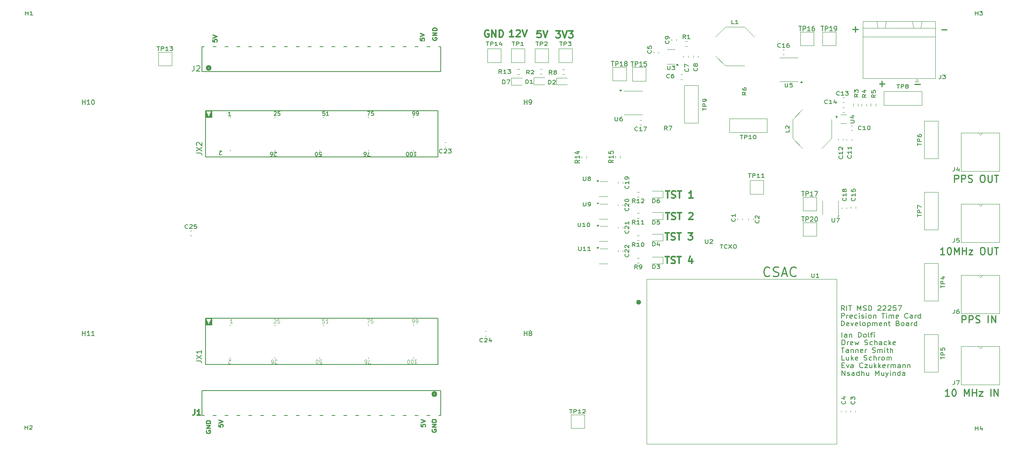
<source format=gbr>
%TF.GenerationSoftware,KiCad,Pcbnew,9.0.0*%
%TF.CreationDate,2025-03-06T02:34:32-05:00*%
%TF.ProjectId,22257_DevBoard,32323235-375f-4446-9576-426f6172642e,rev?*%
%TF.SameCoordinates,Original*%
%TF.FileFunction,Legend,Top*%
%TF.FilePolarity,Positive*%
%FSLAX46Y46*%
G04 Gerber Fmt 4.6, Leading zero omitted, Abs format (unit mm)*
G04 Created by KiCad (PCBNEW 9.0.0) date 2025-03-06 02:34:32*
%MOMM*%
%LPD*%
G01*
G04 APERTURE LIST*
%ADD10C,0.203200*%
%ADD11C,0.300000*%
%ADD12C,0.254000*%
%ADD13C,0.222250*%
%ADD14C,0.152400*%
%ADD15C,0.150000*%
%ADD16C,0.298450*%
%ADD17C,0.100000*%
%ADD18C,0.200000*%
%ADD19C,0.120000*%
%ADD20C,0.508000*%
%ADD21C,0.550000*%
%ADD22C,0.127000*%
%ADD23C,0.076200*%
G04 APERTURE END LIST*
D10*
X174490169Y-59428150D02*
X174109169Y-58944341D01*
X173837026Y-59428150D02*
X173837026Y-58412150D01*
X173837026Y-58412150D02*
X174272455Y-58412150D01*
X174272455Y-58412150D02*
X174381312Y-58460531D01*
X174381312Y-58460531D02*
X174435741Y-58508912D01*
X174435741Y-58508912D02*
X174490169Y-58605674D01*
X174490169Y-58605674D02*
X174490169Y-58750817D01*
X174490169Y-58750817D02*
X174435741Y-58847579D01*
X174435741Y-58847579D02*
X174381312Y-58895960D01*
X174381312Y-58895960D02*
X174272455Y-58944341D01*
X174272455Y-58944341D02*
X173837026Y-58944341D01*
X174980026Y-59428150D02*
X174980026Y-58412150D01*
X175361027Y-58412150D02*
X176014170Y-58412150D01*
X175687598Y-59428150D02*
X175687598Y-58412150D01*
X177266026Y-59428150D02*
X177266026Y-58412150D01*
X177266026Y-58412150D02*
X177647026Y-59137865D01*
X177647026Y-59137865D02*
X178028026Y-58412150D01*
X178028026Y-58412150D02*
X178028026Y-59428150D01*
X178517884Y-59379770D02*
X178681170Y-59428150D01*
X178681170Y-59428150D02*
X178953312Y-59428150D01*
X178953312Y-59428150D02*
X179062170Y-59379770D01*
X179062170Y-59379770D02*
X179116598Y-59331389D01*
X179116598Y-59331389D02*
X179171027Y-59234627D01*
X179171027Y-59234627D02*
X179171027Y-59137865D01*
X179171027Y-59137865D02*
X179116598Y-59041103D01*
X179116598Y-59041103D02*
X179062170Y-58992722D01*
X179062170Y-58992722D02*
X178953312Y-58944341D01*
X178953312Y-58944341D02*
X178735598Y-58895960D01*
X178735598Y-58895960D02*
X178626741Y-58847579D01*
X178626741Y-58847579D02*
X178572312Y-58799198D01*
X178572312Y-58799198D02*
X178517884Y-58702436D01*
X178517884Y-58702436D02*
X178517884Y-58605674D01*
X178517884Y-58605674D02*
X178572312Y-58508912D01*
X178572312Y-58508912D02*
X178626741Y-58460531D01*
X178626741Y-58460531D02*
X178735598Y-58412150D01*
X178735598Y-58412150D02*
X179007741Y-58412150D01*
X179007741Y-58412150D02*
X179171027Y-58460531D01*
X179660883Y-59428150D02*
X179660883Y-58412150D01*
X179660883Y-58412150D02*
X179933026Y-58412150D01*
X179933026Y-58412150D02*
X180096312Y-58460531D01*
X180096312Y-58460531D02*
X180205169Y-58557293D01*
X180205169Y-58557293D02*
X180259598Y-58654055D01*
X180259598Y-58654055D02*
X180314026Y-58847579D01*
X180314026Y-58847579D02*
X180314026Y-58992722D01*
X180314026Y-58992722D02*
X180259598Y-59186246D01*
X180259598Y-59186246D02*
X180205169Y-59283008D01*
X180205169Y-59283008D02*
X180096312Y-59379770D01*
X180096312Y-59379770D02*
X179933026Y-59428150D01*
X179933026Y-59428150D02*
X179660883Y-59428150D01*
X181620312Y-58508912D02*
X181674740Y-58460531D01*
X181674740Y-58460531D02*
X181783598Y-58412150D01*
X181783598Y-58412150D02*
X182055740Y-58412150D01*
X182055740Y-58412150D02*
X182164598Y-58460531D01*
X182164598Y-58460531D02*
X182219026Y-58508912D01*
X182219026Y-58508912D02*
X182273455Y-58605674D01*
X182273455Y-58605674D02*
X182273455Y-58702436D01*
X182273455Y-58702436D02*
X182219026Y-58847579D01*
X182219026Y-58847579D02*
X181565883Y-59428150D01*
X181565883Y-59428150D02*
X182273455Y-59428150D01*
X182708883Y-58508912D02*
X182763311Y-58460531D01*
X182763311Y-58460531D02*
X182872169Y-58412150D01*
X182872169Y-58412150D02*
X183144311Y-58412150D01*
X183144311Y-58412150D02*
X183253169Y-58460531D01*
X183253169Y-58460531D02*
X183307597Y-58508912D01*
X183307597Y-58508912D02*
X183362026Y-58605674D01*
X183362026Y-58605674D02*
X183362026Y-58702436D01*
X183362026Y-58702436D02*
X183307597Y-58847579D01*
X183307597Y-58847579D02*
X182654454Y-59428150D01*
X182654454Y-59428150D02*
X183362026Y-59428150D01*
X183797454Y-58508912D02*
X183851882Y-58460531D01*
X183851882Y-58460531D02*
X183960740Y-58412150D01*
X183960740Y-58412150D02*
X184232882Y-58412150D01*
X184232882Y-58412150D02*
X184341740Y-58460531D01*
X184341740Y-58460531D02*
X184396168Y-58508912D01*
X184396168Y-58508912D02*
X184450597Y-58605674D01*
X184450597Y-58605674D02*
X184450597Y-58702436D01*
X184450597Y-58702436D02*
X184396168Y-58847579D01*
X184396168Y-58847579D02*
X183743025Y-59428150D01*
X183743025Y-59428150D02*
X184450597Y-59428150D01*
X185484739Y-58412150D02*
X184940453Y-58412150D01*
X184940453Y-58412150D02*
X184886025Y-58895960D01*
X184886025Y-58895960D02*
X184940453Y-58847579D01*
X184940453Y-58847579D02*
X185049311Y-58799198D01*
X185049311Y-58799198D02*
X185321453Y-58799198D01*
X185321453Y-58799198D02*
X185430311Y-58847579D01*
X185430311Y-58847579D02*
X185484739Y-58895960D01*
X185484739Y-58895960D02*
X185539168Y-58992722D01*
X185539168Y-58992722D02*
X185539168Y-59234627D01*
X185539168Y-59234627D02*
X185484739Y-59331389D01*
X185484739Y-59331389D02*
X185430311Y-59379770D01*
X185430311Y-59379770D02*
X185321453Y-59428150D01*
X185321453Y-59428150D02*
X185049311Y-59428150D01*
X185049311Y-59428150D02*
X184940453Y-59379770D01*
X184940453Y-59379770D02*
X184886025Y-59331389D01*
X185920167Y-58412150D02*
X186682167Y-58412150D01*
X186682167Y-58412150D02*
X186192310Y-59428150D01*
X173837026Y-61063853D02*
X173837026Y-60047853D01*
X173837026Y-60047853D02*
X174272455Y-60047853D01*
X174272455Y-60047853D02*
X174381312Y-60096234D01*
X174381312Y-60096234D02*
X174435741Y-60144615D01*
X174435741Y-60144615D02*
X174490169Y-60241377D01*
X174490169Y-60241377D02*
X174490169Y-60386520D01*
X174490169Y-60386520D02*
X174435741Y-60483282D01*
X174435741Y-60483282D02*
X174381312Y-60531663D01*
X174381312Y-60531663D02*
X174272455Y-60580044D01*
X174272455Y-60580044D02*
X173837026Y-60580044D01*
X174980026Y-61063853D02*
X174980026Y-60386520D01*
X174980026Y-60580044D02*
X175034455Y-60483282D01*
X175034455Y-60483282D02*
X175088884Y-60434901D01*
X175088884Y-60434901D02*
X175197741Y-60386520D01*
X175197741Y-60386520D02*
X175306598Y-60386520D01*
X176123026Y-61015473D02*
X176014169Y-61063853D01*
X176014169Y-61063853D02*
X175796455Y-61063853D01*
X175796455Y-61063853D02*
X175687597Y-61015473D01*
X175687597Y-61015473D02*
X175633169Y-60918711D01*
X175633169Y-60918711D02*
X175633169Y-60531663D01*
X175633169Y-60531663D02*
X175687597Y-60434901D01*
X175687597Y-60434901D02*
X175796455Y-60386520D01*
X175796455Y-60386520D02*
X176014169Y-60386520D01*
X176014169Y-60386520D02*
X176123026Y-60434901D01*
X176123026Y-60434901D02*
X176177455Y-60531663D01*
X176177455Y-60531663D02*
X176177455Y-60628425D01*
X176177455Y-60628425D02*
X175633169Y-60725187D01*
X177157169Y-61015473D02*
X177048311Y-61063853D01*
X177048311Y-61063853D02*
X176830597Y-61063853D01*
X176830597Y-61063853D02*
X176721740Y-61015473D01*
X176721740Y-61015473D02*
X176667311Y-60967092D01*
X176667311Y-60967092D02*
X176612883Y-60870330D01*
X176612883Y-60870330D02*
X176612883Y-60580044D01*
X176612883Y-60580044D02*
X176667311Y-60483282D01*
X176667311Y-60483282D02*
X176721740Y-60434901D01*
X176721740Y-60434901D02*
X176830597Y-60386520D01*
X176830597Y-60386520D02*
X177048311Y-60386520D01*
X177048311Y-60386520D02*
X177157169Y-60434901D01*
X177647025Y-61063853D02*
X177647025Y-60386520D01*
X177647025Y-60047853D02*
X177592597Y-60096234D01*
X177592597Y-60096234D02*
X177647025Y-60144615D01*
X177647025Y-60144615D02*
X177701454Y-60096234D01*
X177701454Y-60096234D02*
X177647025Y-60047853D01*
X177647025Y-60047853D02*
X177647025Y-60144615D01*
X178136883Y-61015473D02*
X178245740Y-61063853D01*
X178245740Y-61063853D02*
X178463454Y-61063853D01*
X178463454Y-61063853D02*
X178572311Y-61015473D01*
X178572311Y-61015473D02*
X178626740Y-60918711D01*
X178626740Y-60918711D02*
X178626740Y-60870330D01*
X178626740Y-60870330D02*
X178572311Y-60773568D01*
X178572311Y-60773568D02*
X178463454Y-60725187D01*
X178463454Y-60725187D02*
X178300169Y-60725187D01*
X178300169Y-60725187D02*
X178191311Y-60676806D01*
X178191311Y-60676806D02*
X178136883Y-60580044D01*
X178136883Y-60580044D02*
X178136883Y-60531663D01*
X178136883Y-60531663D02*
X178191311Y-60434901D01*
X178191311Y-60434901D02*
X178300169Y-60386520D01*
X178300169Y-60386520D02*
X178463454Y-60386520D01*
X178463454Y-60386520D02*
X178572311Y-60434901D01*
X179116597Y-61063853D02*
X179116597Y-60386520D01*
X179116597Y-60047853D02*
X179062169Y-60096234D01*
X179062169Y-60096234D02*
X179116597Y-60144615D01*
X179116597Y-60144615D02*
X179171026Y-60096234D01*
X179171026Y-60096234D02*
X179116597Y-60047853D01*
X179116597Y-60047853D02*
X179116597Y-60144615D01*
X179824169Y-61063853D02*
X179715312Y-61015473D01*
X179715312Y-61015473D02*
X179660883Y-60967092D01*
X179660883Y-60967092D02*
X179606455Y-60870330D01*
X179606455Y-60870330D02*
X179606455Y-60580044D01*
X179606455Y-60580044D02*
X179660883Y-60483282D01*
X179660883Y-60483282D02*
X179715312Y-60434901D01*
X179715312Y-60434901D02*
X179824169Y-60386520D01*
X179824169Y-60386520D02*
X179987455Y-60386520D01*
X179987455Y-60386520D02*
X180096312Y-60434901D01*
X180096312Y-60434901D02*
X180150741Y-60483282D01*
X180150741Y-60483282D02*
X180205169Y-60580044D01*
X180205169Y-60580044D02*
X180205169Y-60870330D01*
X180205169Y-60870330D02*
X180150741Y-60967092D01*
X180150741Y-60967092D02*
X180096312Y-61015473D01*
X180096312Y-61015473D02*
X179987455Y-61063853D01*
X179987455Y-61063853D02*
X179824169Y-61063853D01*
X180695026Y-60386520D02*
X180695026Y-61063853D01*
X180695026Y-60483282D02*
X180749455Y-60434901D01*
X180749455Y-60434901D02*
X180858312Y-60386520D01*
X180858312Y-60386520D02*
X181021598Y-60386520D01*
X181021598Y-60386520D02*
X181130455Y-60434901D01*
X181130455Y-60434901D02*
X181184884Y-60531663D01*
X181184884Y-60531663D02*
X181184884Y-61063853D01*
X182436741Y-60047853D02*
X183089884Y-60047853D01*
X182763312Y-61063853D02*
X182763312Y-60047853D01*
X183470883Y-61063853D02*
X183470883Y-60386520D01*
X183470883Y-60047853D02*
X183416455Y-60096234D01*
X183416455Y-60096234D02*
X183470883Y-60144615D01*
X183470883Y-60144615D02*
X183525312Y-60096234D01*
X183525312Y-60096234D02*
X183470883Y-60047853D01*
X183470883Y-60047853D02*
X183470883Y-60144615D01*
X184015169Y-61063853D02*
X184015169Y-60386520D01*
X184015169Y-60483282D02*
X184069598Y-60434901D01*
X184069598Y-60434901D02*
X184178455Y-60386520D01*
X184178455Y-60386520D02*
X184341741Y-60386520D01*
X184341741Y-60386520D02*
X184450598Y-60434901D01*
X184450598Y-60434901D02*
X184505027Y-60531663D01*
X184505027Y-60531663D02*
X184505027Y-61063853D01*
X184505027Y-60531663D02*
X184559455Y-60434901D01*
X184559455Y-60434901D02*
X184668312Y-60386520D01*
X184668312Y-60386520D02*
X184831598Y-60386520D01*
X184831598Y-60386520D02*
X184940455Y-60434901D01*
X184940455Y-60434901D02*
X184994884Y-60531663D01*
X184994884Y-60531663D02*
X184994884Y-61063853D01*
X185974598Y-61015473D02*
X185865741Y-61063853D01*
X185865741Y-61063853D02*
X185648027Y-61063853D01*
X185648027Y-61063853D02*
X185539169Y-61015473D01*
X185539169Y-61015473D02*
X185484741Y-60918711D01*
X185484741Y-60918711D02*
X185484741Y-60531663D01*
X185484741Y-60531663D02*
X185539169Y-60434901D01*
X185539169Y-60434901D02*
X185648027Y-60386520D01*
X185648027Y-60386520D02*
X185865741Y-60386520D01*
X185865741Y-60386520D02*
X185974598Y-60434901D01*
X185974598Y-60434901D02*
X186029027Y-60531663D01*
X186029027Y-60531663D02*
X186029027Y-60628425D01*
X186029027Y-60628425D02*
X185484741Y-60725187D01*
X188042883Y-60967092D02*
X187988455Y-61015473D01*
X187988455Y-61015473D02*
X187825169Y-61063853D01*
X187825169Y-61063853D02*
X187716312Y-61063853D01*
X187716312Y-61063853D02*
X187553026Y-61015473D01*
X187553026Y-61015473D02*
X187444169Y-60918711D01*
X187444169Y-60918711D02*
X187389740Y-60821949D01*
X187389740Y-60821949D02*
X187335312Y-60628425D01*
X187335312Y-60628425D02*
X187335312Y-60483282D01*
X187335312Y-60483282D02*
X187389740Y-60289758D01*
X187389740Y-60289758D02*
X187444169Y-60192996D01*
X187444169Y-60192996D02*
X187553026Y-60096234D01*
X187553026Y-60096234D02*
X187716312Y-60047853D01*
X187716312Y-60047853D02*
X187825169Y-60047853D01*
X187825169Y-60047853D02*
X187988455Y-60096234D01*
X187988455Y-60096234D02*
X188042883Y-60144615D01*
X189022598Y-61063853D02*
X189022598Y-60531663D01*
X189022598Y-60531663D02*
X188968169Y-60434901D01*
X188968169Y-60434901D02*
X188859312Y-60386520D01*
X188859312Y-60386520D02*
X188641598Y-60386520D01*
X188641598Y-60386520D02*
X188532740Y-60434901D01*
X189022598Y-61015473D02*
X188913740Y-61063853D01*
X188913740Y-61063853D02*
X188641598Y-61063853D01*
X188641598Y-61063853D02*
X188532740Y-61015473D01*
X188532740Y-61015473D02*
X188478312Y-60918711D01*
X188478312Y-60918711D02*
X188478312Y-60821949D01*
X188478312Y-60821949D02*
X188532740Y-60725187D01*
X188532740Y-60725187D02*
X188641598Y-60676806D01*
X188641598Y-60676806D02*
X188913740Y-60676806D01*
X188913740Y-60676806D02*
X189022598Y-60628425D01*
X189566883Y-61063853D02*
X189566883Y-60386520D01*
X189566883Y-60580044D02*
X189621312Y-60483282D01*
X189621312Y-60483282D02*
X189675741Y-60434901D01*
X189675741Y-60434901D02*
X189784598Y-60386520D01*
X189784598Y-60386520D02*
X189893455Y-60386520D01*
X190764312Y-61063853D02*
X190764312Y-60047853D01*
X190764312Y-61015473D02*
X190655454Y-61063853D01*
X190655454Y-61063853D02*
X190437740Y-61063853D01*
X190437740Y-61063853D02*
X190328883Y-61015473D01*
X190328883Y-61015473D02*
X190274454Y-60967092D01*
X190274454Y-60967092D02*
X190220026Y-60870330D01*
X190220026Y-60870330D02*
X190220026Y-60580044D01*
X190220026Y-60580044D02*
X190274454Y-60483282D01*
X190274454Y-60483282D02*
X190328883Y-60434901D01*
X190328883Y-60434901D02*
X190437740Y-60386520D01*
X190437740Y-60386520D02*
X190655454Y-60386520D01*
X190655454Y-60386520D02*
X190764312Y-60434901D01*
X173837026Y-62699556D02*
X173837026Y-61683556D01*
X173837026Y-61683556D02*
X174109169Y-61683556D01*
X174109169Y-61683556D02*
X174272455Y-61731937D01*
X174272455Y-61731937D02*
X174381312Y-61828699D01*
X174381312Y-61828699D02*
X174435741Y-61925461D01*
X174435741Y-61925461D02*
X174490169Y-62118985D01*
X174490169Y-62118985D02*
X174490169Y-62264128D01*
X174490169Y-62264128D02*
X174435741Y-62457652D01*
X174435741Y-62457652D02*
X174381312Y-62554414D01*
X174381312Y-62554414D02*
X174272455Y-62651176D01*
X174272455Y-62651176D02*
X174109169Y-62699556D01*
X174109169Y-62699556D02*
X173837026Y-62699556D01*
X175415455Y-62651176D02*
X175306598Y-62699556D01*
X175306598Y-62699556D02*
X175088884Y-62699556D01*
X175088884Y-62699556D02*
X174980026Y-62651176D01*
X174980026Y-62651176D02*
X174925598Y-62554414D01*
X174925598Y-62554414D02*
X174925598Y-62167366D01*
X174925598Y-62167366D02*
X174980026Y-62070604D01*
X174980026Y-62070604D02*
X175088884Y-62022223D01*
X175088884Y-62022223D02*
X175306598Y-62022223D01*
X175306598Y-62022223D02*
X175415455Y-62070604D01*
X175415455Y-62070604D02*
X175469884Y-62167366D01*
X175469884Y-62167366D02*
X175469884Y-62264128D01*
X175469884Y-62264128D02*
X174925598Y-62360890D01*
X175850883Y-62022223D02*
X176123026Y-62699556D01*
X176123026Y-62699556D02*
X176395169Y-62022223D01*
X177266026Y-62651176D02*
X177157169Y-62699556D01*
X177157169Y-62699556D02*
X176939455Y-62699556D01*
X176939455Y-62699556D02*
X176830597Y-62651176D01*
X176830597Y-62651176D02*
X176776169Y-62554414D01*
X176776169Y-62554414D02*
X176776169Y-62167366D01*
X176776169Y-62167366D02*
X176830597Y-62070604D01*
X176830597Y-62070604D02*
X176939455Y-62022223D01*
X176939455Y-62022223D02*
X177157169Y-62022223D01*
X177157169Y-62022223D02*
X177266026Y-62070604D01*
X177266026Y-62070604D02*
X177320455Y-62167366D01*
X177320455Y-62167366D02*
X177320455Y-62264128D01*
X177320455Y-62264128D02*
X176776169Y-62360890D01*
X177973597Y-62699556D02*
X177864740Y-62651176D01*
X177864740Y-62651176D02*
X177810311Y-62554414D01*
X177810311Y-62554414D02*
X177810311Y-61683556D01*
X178572311Y-62699556D02*
X178463454Y-62651176D01*
X178463454Y-62651176D02*
X178409025Y-62602795D01*
X178409025Y-62602795D02*
X178354597Y-62506033D01*
X178354597Y-62506033D02*
X178354597Y-62215747D01*
X178354597Y-62215747D02*
X178409025Y-62118985D01*
X178409025Y-62118985D02*
X178463454Y-62070604D01*
X178463454Y-62070604D02*
X178572311Y-62022223D01*
X178572311Y-62022223D02*
X178735597Y-62022223D01*
X178735597Y-62022223D02*
X178844454Y-62070604D01*
X178844454Y-62070604D02*
X178898883Y-62118985D01*
X178898883Y-62118985D02*
X178953311Y-62215747D01*
X178953311Y-62215747D02*
X178953311Y-62506033D01*
X178953311Y-62506033D02*
X178898883Y-62602795D01*
X178898883Y-62602795D02*
X178844454Y-62651176D01*
X178844454Y-62651176D02*
X178735597Y-62699556D01*
X178735597Y-62699556D02*
X178572311Y-62699556D01*
X179443168Y-62022223D02*
X179443168Y-63038223D01*
X179443168Y-62070604D02*
X179552026Y-62022223D01*
X179552026Y-62022223D02*
X179769740Y-62022223D01*
X179769740Y-62022223D02*
X179878597Y-62070604D01*
X179878597Y-62070604D02*
X179933026Y-62118985D01*
X179933026Y-62118985D02*
X179987454Y-62215747D01*
X179987454Y-62215747D02*
X179987454Y-62506033D01*
X179987454Y-62506033D02*
X179933026Y-62602795D01*
X179933026Y-62602795D02*
X179878597Y-62651176D01*
X179878597Y-62651176D02*
X179769740Y-62699556D01*
X179769740Y-62699556D02*
X179552026Y-62699556D01*
X179552026Y-62699556D02*
X179443168Y-62651176D01*
X180477311Y-62699556D02*
X180477311Y-62022223D01*
X180477311Y-62118985D02*
X180531740Y-62070604D01*
X180531740Y-62070604D02*
X180640597Y-62022223D01*
X180640597Y-62022223D02*
X180803883Y-62022223D01*
X180803883Y-62022223D02*
X180912740Y-62070604D01*
X180912740Y-62070604D02*
X180967169Y-62167366D01*
X180967169Y-62167366D02*
X180967169Y-62699556D01*
X180967169Y-62167366D02*
X181021597Y-62070604D01*
X181021597Y-62070604D02*
X181130454Y-62022223D01*
X181130454Y-62022223D02*
X181293740Y-62022223D01*
X181293740Y-62022223D02*
X181402597Y-62070604D01*
X181402597Y-62070604D02*
X181457026Y-62167366D01*
X181457026Y-62167366D02*
X181457026Y-62699556D01*
X182436740Y-62651176D02*
X182327883Y-62699556D01*
X182327883Y-62699556D02*
X182110169Y-62699556D01*
X182110169Y-62699556D02*
X182001311Y-62651176D01*
X182001311Y-62651176D02*
X181946883Y-62554414D01*
X181946883Y-62554414D02*
X181946883Y-62167366D01*
X181946883Y-62167366D02*
X182001311Y-62070604D01*
X182001311Y-62070604D02*
X182110169Y-62022223D01*
X182110169Y-62022223D02*
X182327883Y-62022223D01*
X182327883Y-62022223D02*
X182436740Y-62070604D01*
X182436740Y-62070604D02*
X182491169Y-62167366D01*
X182491169Y-62167366D02*
X182491169Y-62264128D01*
X182491169Y-62264128D02*
X181946883Y-62360890D01*
X182981025Y-62022223D02*
X182981025Y-62699556D01*
X182981025Y-62118985D02*
X183035454Y-62070604D01*
X183035454Y-62070604D02*
X183144311Y-62022223D01*
X183144311Y-62022223D02*
X183307597Y-62022223D01*
X183307597Y-62022223D02*
X183416454Y-62070604D01*
X183416454Y-62070604D02*
X183470883Y-62167366D01*
X183470883Y-62167366D02*
X183470883Y-62699556D01*
X183851883Y-62022223D02*
X184287311Y-62022223D01*
X184015168Y-61683556D02*
X184015168Y-62554414D01*
X184015168Y-62554414D02*
X184069597Y-62651176D01*
X184069597Y-62651176D02*
X184178454Y-62699556D01*
X184178454Y-62699556D02*
X184287311Y-62699556D01*
X185920168Y-62167366D02*
X186083454Y-62215747D01*
X186083454Y-62215747D02*
X186137883Y-62264128D01*
X186137883Y-62264128D02*
X186192311Y-62360890D01*
X186192311Y-62360890D02*
X186192311Y-62506033D01*
X186192311Y-62506033D02*
X186137883Y-62602795D01*
X186137883Y-62602795D02*
X186083454Y-62651176D01*
X186083454Y-62651176D02*
X185974597Y-62699556D01*
X185974597Y-62699556D02*
X185539168Y-62699556D01*
X185539168Y-62699556D02*
X185539168Y-61683556D01*
X185539168Y-61683556D02*
X185920168Y-61683556D01*
X185920168Y-61683556D02*
X186029026Y-61731937D01*
X186029026Y-61731937D02*
X186083454Y-61780318D01*
X186083454Y-61780318D02*
X186137883Y-61877080D01*
X186137883Y-61877080D02*
X186137883Y-61973842D01*
X186137883Y-61973842D02*
X186083454Y-62070604D01*
X186083454Y-62070604D02*
X186029026Y-62118985D01*
X186029026Y-62118985D02*
X185920168Y-62167366D01*
X185920168Y-62167366D02*
X185539168Y-62167366D01*
X186845454Y-62699556D02*
X186736597Y-62651176D01*
X186736597Y-62651176D02*
X186682168Y-62602795D01*
X186682168Y-62602795D02*
X186627740Y-62506033D01*
X186627740Y-62506033D02*
X186627740Y-62215747D01*
X186627740Y-62215747D02*
X186682168Y-62118985D01*
X186682168Y-62118985D02*
X186736597Y-62070604D01*
X186736597Y-62070604D02*
X186845454Y-62022223D01*
X186845454Y-62022223D02*
X187008740Y-62022223D01*
X187008740Y-62022223D02*
X187117597Y-62070604D01*
X187117597Y-62070604D02*
X187172026Y-62118985D01*
X187172026Y-62118985D02*
X187226454Y-62215747D01*
X187226454Y-62215747D02*
X187226454Y-62506033D01*
X187226454Y-62506033D02*
X187172026Y-62602795D01*
X187172026Y-62602795D02*
X187117597Y-62651176D01*
X187117597Y-62651176D02*
X187008740Y-62699556D01*
X187008740Y-62699556D02*
X186845454Y-62699556D01*
X188206169Y-62699556D02*
X188206169Y-62167366D01*
X188206169Y-62167366D02*
X188151740Y-62070604D01*
X188151740Y-62070604D02*
X188042883Y-62022223D01*
X188042883Y-62022223D02*
X187825169Y-62022223D01*
X187825169Y-62022223D02*
X187716311Y-62070604D01*
X188206169Y-62651176D02*
X188097311Y-62699556D01*
X188097311Y-62699556D02*
X187825169Y-62699556D01*
X187825169Y-62699556D02*
X187716311Y-62651176D01*
X187716311Y-62651176D02*
X187661883Y-62554414D01*
X187661883Y-62554414D02*
X187661883Y-62457652D01*
X187661883Y-62457652D02*
X187716311Y-62360890D01*
X187716311Y-62360890D02*
X187825169Y-62312509D01*
X187825169Y-62312509D02*
X188097311Y-62312509D01*
X188097311Y-62312509D02*
X188206169Y-62264128D01*
X188750454Y-62699556D02*
X188750454Y-62022223D01*
X188750454Y-62215747D02*
X188804883Y-62118985D01*
X188804883Y-62118985D02*
X188859312Y-62070604D01*
X188859312Y-62070604D02*
X188968169Y-62022223D01*
X188968169Y-62022223D02*
X189077026Y-62022223D01*
X189947883Y-62699556D02*
X189947883Y-61683556D01*
X189947883Y-62651176D02*
X189839025Y-62699556D01*
X189839025Y-62699556D02*
X189621311Y-62699556D01*
X189621311Y-62699556D02*
X189512454Y-62651176D01*
X189512454Y-62651176D02*
X189458025Y-62602795D01*
X189458025Y-62602795D02*
X189403597Y-62506033D01*
X189403597Y-62506033D02*
X189403597Y-62215747D01*
X189403597Y-62215747D02*
X189458025Y-62118985D01*
X189458025Y-62118985D02*
X189512454Y-62070604D01*
X189512454Y-62070604D02*
X189621311Y-62022223D01*
X189621311Y-62022223D02*
X189839025Y-62022223D01*
X189839025Y-62022223D02*
X189947883Y-62070604D01*
D11*
X103753025Y-842228D02*
X102895882Y-842228D01*
X103324453Y-842228D02*
X103324453Y657771D01*
X103324453Y657771D02*
X103181596Y443485D01*
X103181596Y443485D02*
X103038739Y300628D01*
X103038739Y300628D02*
X102895882Y229200D01*
X104324453Y514914D02*
X104395881Y586342D01*
X104395881Y586342D02*
X104538739Y657771D01*
X104538739Y657771D02*
X104895881Y657771D01*
X104895881Y657771D02*
X105038739Y586342D01*
X105038739Y586342D02*
X105110167Y514914D01*
X105110167Y514914D02*
X105181596Y372057D01*
X105181596Y372057D02*
X105181596Y229200D01*
X105181596Y229200D02*
X105110167Y14914D01*
X105110167Y14914D02*
X104253024Y-842228D01*
X104253024Y-842228D02*
X105181596Y-842228D01*
X105610167Y657771D02*
X106110167Y-842228D01*
X106110167Y-842228D02*
X106610167Y657771D01*
D12*
X181931047Y-10852912D02*
X183073905Y-10852912D01*
X182502476Y-11433483D02*
X182502476Y-10272340D01*
D11*
X98393625Y560942D02*
X98250768Y632371D01*
X98250768Y632371D02*
X98036482Y632371D01*
X98036482Y632371D02*
X97822196Y560942D01*
X97822196Y560942D02*
X97679339Y418085D01*
X97679339Y418085D02*
X97607910Y275228D01*
X97607910Y275228D02*
X97536482Y-10485D01*
X97536482Y-10485D02*
X97536482Y-224771D01*
X97536482Y-224771D02*
X97607910Y-510485D01*
X97607910Y-510485D02*
X97679339Y-653342D01*
X97679339Y-653342D02*
X97822196Y-796200D01*
X97822196Y-796200D02*
X98036482Y-867628D01*
X98036482Y-867628D02*
X98179339Y-867628D01*
X98179339Y-867628D02*
X98393625Y-796200D01*
X98393625Y-796200D02*
X98465053Y-724771D01*
X98465053Y-724771D02*
X98465053Y-224771D01*
X98465053Y-224771D02*
X98179339Y-224771D01*
X99107910Y-867628D02*
X99107910Y632371D01*
X99107910Y632371D02*
X99965053Y-867628D01*
X99965053Y-867628D02*
X99965053Y632371D01*
X100679339Y-867628D02*
X100679339Y632371D01*
X100679339Y632371D02*
X101036482Y632371D01*
X101036482Y632371D02*
X101250768Y560942D01*
X101250768Y560942D02*
X101393625Y418085D01*
X101393625Y418085D02*
X101465054Y275228D01*
X101465054Y275228D02*
X101536482Y-10485D01*
X101536482Y-10485D02*
X101536482Y-224771D01*
X101536482Y-224771D02*
X101465054Y-510485D01*
X101465054Y-510485D02*
X101393625Y-653342D01*
X101393625Y-653342D02*
X101250768Y-796200D01*
X101250768Y-796200D02*
X101036482Y-867628D01*
X101036482Y-867628D02*
X100679339Y-867628D01*
D13*
X86332780Y-84880887D02*
X86290447Y-84977649D01*
X86290447Y-84977649D02*
X86290447Y-85122792D01*
X86290447Y-85122792D02*
X86332780Y-85267935D01*
X86332780Y-85267935D02*
X86417447Y-85364697D01*
X86417447Y-85364697D02*
X86502114Y-85413078D01*
X86502114Y-85413078D02*
X86671447Y-85461459D01*
X86671447Y-85461459D02*
X86798447Y-85461459D01*
X86798447Y-85461459D02*
X86967780Y-85413078D01*
X86967780Y-85413078D02*
X87052447Y-85364697D01*
X87052447Y-85364697D02*
X87137114Y-85267935D01*
X87137114Y-85267935D02*
X87179447Y-85122792D01*
X87179447Y-85122792D02*
X87179447Y-85026030D01*
X87179447Y-85026030D02*
X87137114Y-84880887D01*
X87137114Y-84880887D02*
X87094780Y-84832506D01*
X87094780Y-84832506D02*
X86798447Y-84832506D01*
X86798447Y-84832506D02*
X86798447Y-85026030D01*
X87179447Y-84397078D02*
X86290447Y-84397078D01*
X86290447Y-84397078D02*
X87179447Y-83816506D01*
X87179447Y-83816506D02*
X86290447Y-83816506D01*
X87179447Y-83332697D02*
X86290447Y-83332697D01*
X86290447Y-83332697D02*
X86290447Y-83090792D01*
X86290447Y-83090792D02*
X86332780Y-82945649D01*
X86332780Y-82945649D02*
X86417447Y-82848887D01*
X86417447Y-82848887D02*
X86502114Y-82800506D01*
X86502114Y-82800506D02*
X86671447Y-82752125D01*
X86671447Y-82752125D02*
X86798447Y-82752125D01*
X86798447Y-82752125D02*
X86967780Y-82800506D01*
X86967780Y-82800506D02*
X87052447Y-82848887D01*
X87052447Y-82848887D02*
X87137114Y-82945649D01*
X87137114Y-82945649D02*
X87179447Y-83090792D01*
X87179447Y-83090792D02*
X87179447Y-83332697D01*
X83750447Y-1083868D02*
X83750447Y-1567678D01*
X83750447Y-1567678D02*
X84173780Y-1616059D01*
X84173780Y-1616059D02*
X84131447Y-1567678D01*
X84131447Y-1567678D02*
X84089114Y-1470916D01*
X84089114Y-1470916D02*
X84089114Y-1229011D01*
X84089114Y-1229011D02*
X84131447Y-1132249D01*
X84131447Y-1132249D02*
X84173780Y-1083868D01*
X84173780Y-1083868D02*
X84258447Y-1035487D01*
X84258447Y-1035487D02*
X84470114Y-1035487D01*
X84470114Y-1035487D02*
X84554780Y-1083868D01*
X84554780Y-1083868D02*
X84597114Y-1132249D01*
X84597114Y-1132249D02*
X84639447Y-1229011D01*
X84639447Y-1229011D02*
X84639447Y-1470916D01*
X84639447Y-1470916D02*
X84597114Y-1567678D01*
X84597114Y-1567678D02*
X84554780Y-1616059D01*
X83750447Y-745202D02*
X84639447Y-406535D01*
X84639447Y-406535D02*
X83750447Y-67868D01*
D11*
X136154025Y-47856228D02*
X137011168Y-47856228D01*
X136582596Y-49356228D02*
X136582596Y-47856228D01*
X137439739Y-49284800D02*
X137654025Y-49356228D01*
X137654025Y-49356228D02*
X138011167Y-49356228D01*
X138011167Y-49356228D02*
X138154025Y-49284800D01*
X138154025Y-49284800D02*
X138225453Y-49213371D01*
X138225453Y-49213371D02*
X138296882Y-49070514D01*
X138296882Y-49070514D02*
X138296882Y-48927657D01*
X138296882Y-48927657D02*
X138225453Y-48784800D01*
X138225453Y-48784800D02*
X138154025Y-48713371D01*
X138154025Y-48713371D02*
X138011167Y-48641942D01*
X138011167Y-48641942D02*
X137725453Y-48570514D01*
X137725453Y-48570514D02*
X137582596Y-48499085D01*
X137582596Y-48499085D02*
X137511167Y-48427657D01*
X137511167Y-48427657D02*
X137439739Y-48284800D01*
X137439739Y-48284800D02*
X137439739Y-48141942D01*
X137439739Y-48141942D02*
X137511167Y-47999085D01*
X137511167Y-47999085D02*
X137582596Y-47927657D01*
X137582596Y-47927657D02*
X137725453Y-47856228D01*
X137725453Y-47856228D02*
X138082596Y-47856228D01*
X138082596Y-47856228D02*
X138296882Y-47927657D01*
X138725453Y-47856228D02*
X139582596Y-47856228D01*
X139154024Y-49356228D02*
X139154024Y-47856228D01*
X141868310Y-48356228D02*
X141868310Y-49356228D01*
X141511167Y-47784800D02*
X141154024Y-48856228D01*
X141154024Y-48856228D02*
X142082595Y-48856228D01*
D12*
X189525647Y-10979912D02*
X190668505Y-10979912D01*
D11*
X112781253Y429171D02*
X113709825Y429171D01*
X113709825Y429171D02*
X113209825Y-142257D01*
X113209825Y-142257D02*
X113424110Y-142257D01*
X113424110Y-142257D02*
X113566968Y-213685D01*
X113566968Y-213685D02*
X113638396Y-285114D01*
X113638396Y-285114D02*
X113709825Y-427971D01*
X113709825Y-427971D02*
X113709825Y-785114D01*
X113709825Y-785114D02*
X113638396Y-927971D01*
X113638396Y-927971D02*
X113566968Y-999400D01*
X113566968Y-999400D02*
X113424110Y-1070828D01*
X113424110Y-1070828D02*
X112995539Y-1070828D01*
X112995539Y-1070828D02*
X112852682Y-999400D01*
X112852682Y-999400D02*
X112781253Y-927971D01*
X114138396Y429171D02*
X114638396Y-1070828D01*
X114638396Y-1070828D02*
X115138396Y429171D01*
X115495538Y429171D02*
X116424110Y429171D01*
X116424110Y429171D02*
X115924110Y-142257D01*
X115924110Y-142257D02*
X116138395Y-142257D01*
X116138395Y-142257D02*
X116281253Y-213685D01*
X116281253Y-213685D02*
X116352681Y-285114D01*
X116352681Y-285114D02*
X116424110Y-427971D01*
X116424110Y-427971D02*
X116424110Y-785114D01*
X116424110Y-785114D02*
X116352681Y-927971D01*
X116352681Y-927971D02*
X116281253Y-999400D01*
X116281253Y-999400D02*
X116138395Y-1070828D01*
X116138395Y-1070828D02*
X115709824Y-1070828D01*
X115709824Y-1070828D02*
X115566967Y-999400D01*
X115566967Y-999400D02*
X115495538Y-927971D01*
D13*
X86434380Y-984687D02*
X86392047Y-1081449D01*
X86392047Y-1081449D02*
X86392047Y-1226592D01*
X86392047Y-1226592D02*
X86434380Y-1371735D01*
X86434380Y-1371735D02*
X86519047Y-1468497D01*
X86519047Y-1468497D02*
X86603714Y-1516878D01*
X86603714Y-1516878D02*
X86773047Y-1565259D01*
X86773047Y-1565259D02*
X86900047Y-1565259D01*
X86900047Y-1565259D02*
X87069380Y-1516878D01*
X87069380Y-1516878D02*
X87154047Y-1468497D01*
X87154047Y-1468497D02*
X87238714Y-1371735D01*
X87238714Y-1371735D02*
X87281047Y-1226592D01*
X87281047Y-1226592D02*
X87281047Y-1129830D01*
X87281047Y-1129830D02*
X87238714Y-984687D01*
X87238714Y-984687D02*
X87196380Y-936306D01*
X87196380Y-936306D02*
X86900047Y-936306D01*
X86900047Y-936306D02*
X86900047Y-1129830D01*
X87281047Y-500878D02*
X86392047Y-500878D01*
X86392047Y-500878D02*
X87281047Y79693D01*
X87281047Y79693D02*
X86392047Y79693D01*
X87281047Y563502D02*
X86392047Y563502D01*
X86392047Y563502D02*
X86392047Y805407D01*
X86392047Y805407D02*
X86434380Y950550D01*
X86434380Y950550D02*
X86519047Y1047312D01*
X86519047Y1047312D02*
X86603714Y1095693D01*
X86603714Y1095693D02*
X86773047Y1144074D01*
X86773047Y1144074D02*
X86900047Y1144074D01*
X86900047Y1144074D02*
X87069380Y1095693D01*
X87069380Y1095693D02*
X87154047Y1047312D01*
X87154047Y1047312D02*
X87238714Y950550D01*
X87238714Y950550D02*
X87281047Y805407D01*
X87281047Y805407D02*
X87281047Y563502D01*
D11*
X136204825Y-38458228D02*
X137061968Y-38458228D01*
X136633396Y-39958228D02*
X136633396Y-38458228D01*
X137490539Y-39886800D02*
X137704825Y-39958228D01*
X137704825Y-39958228D02*
X138061967Y-39958228D01*
X138061967Y-39958228D02*
X138204825Y-39886800D01*
X138204825Y-39886800D02*
X138276253Y-39815371D01*
X138276253Y-39815371D02*
X138347682Y-39672514D01*
X138347682Y-39672514D02*
X138347682Y-39529657D01*
X138347682Y-39529657D02*
X138276253Y-39386800D01*
X138276253Y-39386800D02*
X138204825Y-39315371D01*
X138204825Y-39315371D02*
X138061967Y-39243942D01*
X138061967Y-39243942D02*
X137776253Y-39172514D01*
X137776253Y-39172514D02*
X137633396Y-39101085D01*
X137633396Y-39101085D02*
X137561967Y-39029657D01*
X137561967Y-39029657D02*
X137490539Y-38886800D01*
X137490539Y-38886800D02*
X137490539Y-38743942D01*
X137490539Y-38743942D02*
X137561967Y-38601085D01*
X137561967Y-38601085D02*
X137633396Y-38529657D01*
X137633396Y-38529657D02*
X137776253Y-38458228D01*
X137776253Y-38458228D02*
X138133396Y-38458228D01*
X138133396Y-38458228D02*
X138347682Y-38529657D01*
X138776253Y-38458228D02*
X139633396Y-38458228D01*
X139204824Y-39958228D02*
X139204824Y-38458228D01*
X141204824Y-38601085D02*
X141276252Y-38529657D01*
X141276252Y-38529657D02*
X141419110Y-38458228D01*
X141419110Y-38458228D02*
X141776252Y-38458228D01*
X141776252Y-38458228D02*
X141919110Y-38529657D01*
X141919110Y-38529657D02*
X141990538Y-38601085D01*
X141990538Y-38601085D02*
X142061967Y-38743942D01*
X142061967Y-38743942D02*
X142061967Y-38886800D01*
X142061967Y-38886800D02*
X141990538Y-39101085D01*
X141990538Y-39101085D02*
X141133395Y-39958228D01*
X141133395Y-39958228D02*
X142061967Y-39958228D01*
D12*
X176241447Y805688D02*
X177384305Y805688D01*
X176812876Y225116D02*
X176812876Y1386259D01*
D10*
X173964026Y-65153396D02*
X173964026Y-64137396D01*
X174998170Y-65153396D02*
X174998170Y-64621206D01*
X174998170Y-64621206D02*
X174943741Y-64524444D01*
X174943741Y-64524444D02*
X174834884Y-64476063D01*
X174834884Y-64476063D02*
X174617170Y-64476063D01*
X174617170Y-64476063D02*
X174508312Y-64524444D01*
X174998170Y-65105016D02*
X174889312Y-65153396D01*
X174889312Y-65153396D02*
X174617170Y-65153396D01*
X174617170Y-65153396D02*
X174508312Y-65105016D01*
X174508312Y-65105016D02*
X174453884Y-65008254D01*
X174453884Y-65008254D02*
X174453884Y-64911492D01*
X174453884Y-64911492D02*
X174508312Y-64814730D01*
X174508312Y-64814730D02*
X174617170Y-64766349D01*
X174617170Y-64766349D02*
X174889312Y-64766349D01*
X174889312Y-64766349D02*
X174998170Y-64717968D01*
X175542455Y-64476063D02*
X175542455Y-65153396D01*
X175542455Y-64572825D02*
X175596884Y-64524444D01*
X175596884Y-64524444D02*
X175705741Y-64476063D01*
X175705741Y-64476063D02*
X175869027Y-64476063D01*
X175869027Y-64476063D02*
X175977884Y-64524444D01*
X175977884Y-64524444D02*
X176032313Y-64621206D01*
X176032313Y-64621206D02*
X176032313Y-65153396D01*
X177447455Y-65153396D02*
X177447455Y-64137396D01*
X177447455Y-64137396D02*
X177719598Y-64137396D01*
X177719598Y-64137396D02*
X177882884Y-64185777D01*
X177882884Y-64185777D02*
X177991741Y-64282539D01*
X177991741Y-64282539D02*
X178046170Y-64379301D01*
X178046170Y-64379301D02*
X178100598Y-64572825D01*
X178100598Y-64572825D02*
X178100598Y-64717968D01*
X178100598Y-64717968D02*
X178046170Y-64911492D01*
X178046170Y-64911492D02*
X177991741Y-65008254D01*
X177991741Y-65008254D02*
X177882884Y-65105016D01*
X177882884Y-65105016D02*
X177719598Y-65153396D01*
X177719598Y-65153396D02*
X177447455Y-65153396D01*
X178753741Y-65153396D02*
X178644884Y-65105016D01*
X178644884Y-65105016D02*
X178590455Y-65056635D01*
X178590455Y-65056635D02*
X178536027Y-64959873D01*
X178536027Y-64959873D02*
X178536027Y-64669587D01*
X178536027Y-64669587D02*
X178590455Y-64572825D01*
X178590455Y-64572825D02*
X178644884Y-64524444D01*
X178644884Y-64524444D02*
X178753741Y-64476063D01*
X178753741Y-64476063D02*
X178917027Y-64476063D01*
X178917027Y-64476063D02*
X179025884Y-64524444D01*
X179025884Y-64524444D02*
X179080313Y-64572825D01*
X179080313Y-64572825D02*
X179134741Y-64669587D01*
X179134741Y-64669587D02*
X179134741Y-64959873D01*
X179134741Y-64959873D02*
X179080313Y-65056635D01*
X179080313Y-65056635D02*
X179025884Y-65105016D01*
X179025884Y-65105016D02*
X178917027Y-65153396D01*
X178917027Y-65153396D02*
X178753741Y-65153396D01*
X179787884Y-65153396D02*
X179679027Y-65105016D01*
X179679027Y-65105016D02*
X179624598Y-65008254D01*
X179624598Y-65008254D02*
X179624598Y-64137396D01*
X180060027Y-64476063D02*
X180495455Y-64476063D01*
X180223312Y-65153396D02*
X180223312Y-64282539D01*
X180223312Y-64282539D02*
X180277741Y-64185777D01*
X180277741Y-64185777D02*
X180386598Y-64137396D01*
X180386598Y-64137396D02*
X180495455Y-64137396D01*
X180876455Y-65153396D02*
X180876455Y-64476063D01*
X180876455Y-64137396D02*
X180822027Y-64185777D01*
X180822027Y-64185777D02*
X180876455Y-64234158D01*
X180876455Y-64234158D02*
X180930884Y-64185777D01*
X180930884Y-64185777D02*
X180876455Y-64137396D01*
X180876455Y-64137396D02*
X180876455Y-64234158D01*
X173964026Y-66789099D02*
X173964026Y-65773099D01*
X173964026Y-65773099D02*
X174236169Y-65773099D01*
X174236169Y-65773099D02*
X174399455Y-65821480D01*
X174399455Y-65821480D02*
X174508312Y-65918242D01*
X174508312Y-65918242D02*
X174562741Y-66015004D01*
X174562741Y-66015004D02*
X174617169Y-66208528D01*
X174617169Y-66208528D02*
X174617169Y-66353671D01*
X174617169Y-66353671D02*
X174562741Y-66547195D01*
X174562741Y-66547195D02*
X174508312Y-66643957D01*
X174508312Y-66643957D02*
X174399455Y-66740719D01*
X174399455Y-66740719D02*
X174236169Y-66789099D01*
X174236169Y-66789099D02*
X173964026Y-66789099D01*
X175107026Y-66789099D02*
X175107026Y-66111766D01*
X175107026Y-66305290D02*
X175161455Y-66208528D01*
X175161455Y-66208528D02*
X175215884Y-66160147D01*
X175215884Y-66160147D02*
X175324741Y-66111766D01*
X175324741Y-66111766D02*
X175433598Y-66111766D01*
X176250026Y-66740719D02*
X176141169Y-66789099D01*
X176141169Y-66789099D02*
X175923455Y-66789099D01*
X175923455Y-66789099D02*
X175814597Y-66740719D01*
X175814597Y-66740719D02*
X175760169Y-66643957D01*
X175760169Y-66643957D02*
X175760169Y-66256909D01*
X175760169Y-66256909D02*
X175814597Y-66160147D01*
X175814597Y-66160147D02*
X175923455Y-66111766D01*
X175923455Y-66111766D02*
X176141169Y-66111766D01*
X176141169Y-66111766D02*
X176250026Y-66160147D01*
X176250026Y-66160147D02*
X176304455Y-66256909D01*
X176304455Y-66256909D02*
X176304455Y-66353671D01*
X176304455Y-66353671D02*
X175760169Y-66450433D01*
X176685454Y-66111766D02*
X176903169Y-66789099D01*
X176903169Y-66789099D02*
X177120883Y-66305290D01*
X177120883Y-66305290D02*
X177338597Y-66789099D01*
X177338597Y-66789099D02*
X177556311Y-66111766D01*
X178808169Y-66740719D02*
X178971455Y-66789099D01*
X178971455Y-66789099D02*
X179243597Y-66789099D01*
X179243597Y-66789099D02*
X179352455Y-66740719D01*
X179352455Y-66740719D02*
X179406883Y-66692338D01*
X179406883Y-66692338D02*
X179461312Y-66595576D01*
X179461312Y-66595576D02*
X179461312Y-66498814D01*
X179461312Y-66498814D02*
X179406883Y-66402052D01*
X179406883Y-66402052D02*
X179352455Y-66353671D01*
X179352455Y-66353671D02*
X179243597Y-66305290D01*
X179243597Y-66305290D02*
X179025883Y-66256909D01*
X179025883Y-66256909D02*
X178917026Y-66208528D01*
X178917026Y-66208528D02*
X178862597Y-66160147D01*
X178862597Y-66160147D02*
X178808169Y-66063385D01*
X178808169Y-66063385D02*
X178808169Y-65966623D01*
X178808169Y-65966623D02*
X178862597Y-65869861D01*
X178862597Y-65869861D02*
X178917026Y-65821480D01*
X178917026Y-65821480D02*
X179025883Y-65773099D01*
X179025883Y-65773099D02*
X179298026Y-65773099D01*
X179298026Y-65773099D02*
X179461312Y-65821480D01*
X180441026Y-66740719D02*
X180332168Y-66789099D01*
X180332168Y-66789099D02*
X180114454Y-66789099D01*
X180114454Y-66789099D02*
X180005597Y-66740719D01*
X180005597Y-66740719D02*
X179951168Y-66692338D01*
X179951168Y-66692338D02*
X179896740Y-66595576D01*
X179896740Y-66595576D02*
X179896740Y-66305290D01*
X179896740Y-66305290D02*
X179951168Y-66208528D01*
X179951168Y-66208528D02*
X180005597Y-66160147D01*
X180005597Y-66160147D02*
X180114454Y-66111766D01*
X180114454Y-66111766D02*
X180332168Y-66111766D01*
X180332168Y-66111766D02*
X180441026Y-66160147D01*
X180930882Y-66789099D02*
X180930882Y-65773099D01*
X181420740Y-66789099D02*
X181420740Y-66256909D01*
X181420740Y-66256909D02*
X181366311Y-66160147D01*
X181366311Y-66160147D02*
X181257454Y-66111766D01*
X181257454Y-66111766D02*
X181094168Y-66111766D01*
X181094168Y-66111766D02*
X180985311Y-66160147D01*
X180985311Y-66160147D02*
X180930882Y-66208528D01*
X182454883Y-66789099D02*
X182454883Y-66256909D01*
X182454883Y-66256909D02*
X182400454Y-66160147D01*
X182400454Y-66160147D02*
X182291597Y-66111766D01*
X182291597Y-66111766D02*
X182073883Y-66111766D01*
X182073883Y-66111766D02*
X181965025Y-66160147D01*
X182454883Y-66740719D02*
X182346025Y-66789099D01*
X182346025Y-66789099D02*
X182073883Y-66789099D01*
X182073883Y-66789099D02*
X181965025Y-66740719D01*
X181965025Y-66740719D02*
X181910597Y-66643957D01*
X181910597Y-66643957D02*
X181910597Y-66547195D01*
X181910597Y-66547195D02*
X181965025Y-66450433D01*
X181965025Y-66450433D02*
X182073883Y-66402052D01*
X182073883Y-66402052D02*
X182346025Y-66402052D01*
X182346025Y-66402052D02*
X182454883Y-66353671D01*
X183489026Y-66740719D02*
X183380168Y-66789099D01*
X183380168Y-66789099D02*
X183162454Y-66789099D01*
X183162454Y-66789099D02*
X183053597Y-66740719D01*
X183053597Y-66740719D02*
X182999168Y-66692338D01*
X182999168Y-66692338D02*
X182944740Y-66595576D01*
X182944740Y-66595576D02*
X182944740Y-66305290D01*
X182944740Y-66305290D02*
X182999168Y-66208528D01*
X182999168Y-66208528D02*
X183053597Y-66160147D01*
X183053597Y-66160147D02*
X183162454Y-66111766D01*
X183162454Y-66111766D02*
X183380168Y-66111766D01*
X183380168Y-66111766D02*
X183489026Y-66160147D01*
X183978882Y-66789099D02*
X183978882Y-65773099D01*
X184087740Y-66402052D02*
X184414311Y-66789099D01*
X184414311Y-66111766D02*
X183978882Y-66498814D01*
X185339597Y-66740719D02*
X185230740Y-66789099D01*
X185230740Y-66789099D02*
X185013026Y-66789099D01*
X185013026Y-66789099D02*
X184904168Y-66740719D01*
X184904168Y-66740719D02*
X184849740Y-66643957D01*
X184849740Y-66643957D02*
X184849740Y-66256909D01*
X184849740Y-66256909D02*
X184904168Y-66160147D01*
X184904168Y-66160147D02*
X185013026Y-66111766D01*
X185013026Y-66111766D02*
X185230740Y-66111766D01*
X185230740Y-66111766D02*
X185339597Y-66160147D01*
X185339597Y-66160147D02*
X185394026Y-66256909D01*
X185394026Y-66256909D02*
X185394026Y-66353671D01*
X185394026Y-66353671D02*
X184849740Y-66450433D01*
X173800741Y-67408802D02*
X174453884Y-67408802D01*
X174127312Y-68424802D02*
X174127312Y-67408802D01*
X175324741Y-68424802D02*
X175324741Y-67892612D01*
X175324741Y-67892612D02*
X175270312Y-67795850D01*
X175270312Y-67795850D02*
X175161455Y-67747469D01*
X175161455Y-67747469D02*
X174943741Y-67747469D01*
X174943741Y-67747469D02*
X174834883Y-67795850D01*
X175324741Y-68376422D02*
X175215883Y-68424802D01*
X175215883Y-68424802D02*
X174943741Y-68424802D01*
X174943741Y-68424802D02*
X174834883Y-68376422D01*
X174834883Y-68376422D02*
X174780455Y-68279660D01*
X174780455Y-68279660D02*
X174780455Y-68182898D01*
X174780455Y-68182898D02*
X174834883Y-68086136D01*
X174834883Y-68086136D02*
X174943741Y-68037755D01*
X174943741Y-68037755D02*
X175215883Y-68037755D01*
X175215883Y-68037755D02*
X175324741Y-67989374D01*
X175869026Y-67747469D02*
X175869026Y-68424802D01*
X175869026Y-67844231D02*
X175923455Y-67795850D01*
X175923455Y-67795850D02*
X176032312Y-67747469D01*
X176032312Y-67747469D02*
X176195598Y-67747469D01*
X176195598Y-67747469D02*
X176304455Y-67795850D01*
X176304455Y-67795850D02*
X176358884Y-67892612D01*
X176358884Y-67892612D02*
X176358884Y-68424802D01*
X176903169Y-67747469D02*
X176903169Y-68424802D01*
X176903169Y-67844231D02*
X176957598Y-67795850D01*
X176957598Y-67795850D02*
X177066455Y-67747469D01*
X177066455Y-67747469D02*
X177229741Y-67747469D01*
X177229741Y-67747469D02*
X177338598Y-67795850D01*
X177338598Y-67795850D02*
X177393027Y-67892612D01*
X177393027Y-67892612D02*
X177393027Y-68424802D01*
X178372741Y-68376422D02*
X178263884Y-68424802D01*
X178263884Y-68424802D02*
X178046170Y-68424802D01*
X178046170Y-68424802D02*
X177937312Y-68376422D01*
X177937312Y-68376422D02*
X177882884Y-68279660D01*
X177882884Y-68279660D02*
X177882884Y-67892612D01*
X177882884Y-67892612D02*
X177937312Y-67795850D01*
X177937312Y-67795850D02*
X178046170Y-67747469D01*
X178046170Y-67747469D02*
X178263884Y-67747469D01*
X178263884Y-67747469D02*
X178372741Y-67795850D01*
X178372741Y-67795850D02*
X178427170Y-67892612D01*
X178427170Y-67892612D02*
X178427170Y-67989374D01*
X178427170Y-67989374D02*
X177882884Y-68086136D01*
X178917026Y-68424802D02*
X178917026Y-67747469D01*
X178917026Y-67940993D02*
X178971455Y-67844231D01*
X178971455Y-67844231D02*
X179025884Y-67795850D01*
X179025884Y-67795850D02*
X179134741Y-67747469D01*
X179134741Y-67747469D02*
X179243598Y-67747469D01*
X180441026Y-68376422D02*
X180604312Y-68424802D01*
X180604312Y-68424802D02*
X180876454Y-68424802D01*
X180876454Y-68424802D02*
X180985312Y-68376422D01*
X180985312Y-68376422D02*
X181039740Y-68328041D01*
X181039740Y-68328041D02*
X181094169Y-68231279D01*
X181094169Y-68231279D02*
X181094169Y-68134517D01*
X181094169Y-68134517D02*
X181039740Y-68037755D01*
X181039740Y-68037755D02*
X180985312Y-67989374D01*
X180985312Y-67989374D02*
X180876454Y-67940993D01*
X180876454Y-67940993D02*
X180658740Y-67892612D01*
X180658740Y-67892612D02*
X180549883Y-67844231D01*
X180549883Y-67844231D02*
X180495454Y-67795850D01*
X180495454Y-67795850D02*
X180441026Y-67699088D01*
X180441026Y-67699088D02*
X180441026Y-67602326D01*
X180441026Y-67602326D02*
X180495454Y-67505564D01*
X180495454Y-67505564D02*
X180549883Y-67457183D01*
X180549883Y-67457183D02*
X180658740Y-67408802D01*
X180658740Y-67408802D02*
X180930883Y-67408802D01*
X180930883Y-67408802D02*
X181094169Y-67457183D01*
X181584025Y-68424802D02*
X181584025Y-67747469D01*
X181584025Y-67844231D02*
X181638454Y-67795850D01*
X181638454Y-67795850D02*
X181747311Y-67747469D01*
X181747311Y-67747469D02*
X181910597Y-67747469D01*
X181910597Y-67747469D02*
X182019454Y-67795850D01*
X182019454Y-67795850D02*
X182073883Y-67892612D01*
X182073883Y-67892612D02*
X182073883Y-68424802D01*
X182073883Y-67892612D02*
X182128311Y-67795850D01*
X182128311Y-67795850D02*
X182237168Y-67747469D01*
X182237168Y-67747469D02*
X182400454Y-67747469D01*
X182400454Y-67747469D02*
X182509311Y-67795850D01*
X182509311Y-67795850D02*
X182563740Y-67892612D01*
X182563740Y-67892612D02*
X182563740Y-68424802D01*
X183108025Y-68424802D02*
X183108025Y-67747469D01*
X183108025Y-67408802D02*
X183053597Y-67457183D01*
X183053597Y-67457183D02*
X183108025Y-67505564D01*
X183108025Y-67505564D02*
X183162454Y-67457183D01*
X183162454Y-67457183D02*
X183108025Y-67408802D01*
X183108025Y-67408802D02*
X183108025Y-67505564D01*
X183489026Y-67747469D02*
X183924454Y-67747469D01*
X183652311Y-67408802D02*
X183652311Y-68279660D01*
X183652311Y-68279660D02*
X183706740Y-68376422D01*
X183706740Y-68376422D02*
X183815597Y-68424802D01*
X183815597Y-68424802D02*
X183924454Y-68424802D01*
X184305454Y-68424802D02*
X184305454Y-67408802D01*
X184795312Y-68424802D02*
X184795312Y-67892612D01*
X184795312Y-67892612D02*
X184740883Y-67795850D01*
X184740883Y-67795850D02*
X184632026Y-67747469D01*
X184632026Y-67747469D02*
X184468740Y-67747469D01*
X184468740Y-67747469D02*
X184359883Y-67795850D01*
X184359883Y-67795850D02*
X184305454Y-67844231D01*
X174508312Y-70060505D02*
X173964026Y-70060505D01*
X173964026Y-70060505D02*
X173964026Y-69044505D01*
X175379170Y-69383172D02*
X175379170Y-70060505D01*
X174889312Y-69383172D02*
X174889312Y-69915363D01*
X174889312Y-69915363D02*
X174943741Y-70012125D01*
X174943741Y-70012125D02*
X175052598Y-70060505D01*
X175052598Y-70060505D02*
X175215884Y-70060505D01*
X175215884Y-70060505D02*
X175324741Y-70012125D01*
X175324741Y-70012125D02*
X175379170Y-69963744D01*
X175923455Y-70060505D02*
X175923455Y-69044505D01*
X176032313Y-69673458D02*
X176358884Y-70060505D01*
X176358884Y-69383172D02*
X175923455Y-69770220D01*
X177284170Y-70012125D02*
X177175313Y-70060505D01*
X177175313Y-70060505D02*
X176957599Y-70060505D01*
X176957599Y-70060505D02*
X176848741Y-70012125D01*
X176848741Y-70012125D02*
X176794313Y-69915363D01*
X176794313Y-69915363D02*
X176794313Y-69528315D01*
X176794313Y-69528315D02*
X176848741Y-69431553D01*
X176848741Y-69431553D02*
X176957599Y-69383172D01*
X176957599Y-69383172D02*
X177175313Y-69383172D01*
X177175313Y-69383172D02*
X177284170Y-69431553D01*
X177284170Y-69431553D02*
X177338599Y-69528315D01*
X177338599Y-69528315D02*
X177338599Y-69625077D01*
X177338599Y-69625077D02*
X176794313Y-69721839D01*
X178644884Y-70012125D02*
X178808170Y-70060505D01*
X178808170Y-70060505D02*
X179080312Y-70060505D01*
X179080312Y-70060505D02*
X179189170Y-70012125D01*
X179189170Y-70012125D02*
X179243598Y-69963744D01*
X179243598Y-69963744D02*
X179298027Y-69866982D01*
X179298027Y-69866982D02*
X179298027Y-69770220D01*
X179298027Y-69770220D02*
X179243598Y-69673458D01*
X179243598Y-69673458D02*
X179189170Y-69625077D01*
X179189170Y-69625077D02*
X179080312Y-69576696D01*
X179080312Y-69576696D02*
X178862598Y-69528315D01*
X178862598Y-69528315D02*
X178753741Y-69479934D01*
X178753741Y-69479934D02*
X178699312Y-69431553D01*
X178699312Y-69431553D02*
X178644884Y-69334791D01*
X178644884Y-69334791D02*
X178644884Y-69238029D01*
X178644884Y-69238029D02*
X178699312Y-69141267D01*
X178699312Y-69141267D02*
X178753741Y-69092886D01*
X178753741Y-69092886D02*
X178862598Y-69044505D01*
X178862598Y-69044505D02*
X179134741Y-69044505D01*
X179134741Y-69044505D02*
X179298027Y-69092886D01*
X180277741Y-70012125D02*
X180168883Y-70060505D01*
X180168883Y-70060505D02*
X179951169Y-70060505D01*
X179951169Y-70060505D02*
X179842312Y-70012125D01*
X179842312Y-70012125D02*
X179787883Y-69963744D01*
X179787883Y-69963744D02*
X179733455Y-69866982D01*
X179733455Y-69866982D02*
X179733455Y-69576696D01*
X179733455Y-69576696D02*
X179787883Y-69479934D01*
X179787883Y-69479934D02*
X179842312Y-69431553D01*
X179842312Y-69431553D02*
X179951169Y-69383172D01*
X179951169Y-69383172D02*
X180168883Y-69383172D01*
X180168883Y-69383172D02*
X180277741Y-69431553D01*
X180767597Y-70060505D02*
X180767597Y-69044505D01*
X181257455Y-70060505D02*
X181257455Y-69528315D01*
X181257455Y-69528315D02*
X181203026Y-69431553D01*
X181203026Y-69431553D02*
X181094169Y-69383172D01*
X181094169Y-69383172D02*
X180930883Y-69383172D01*
X180930883Y-69383172D02*
X180822026Y-69431553D01*
X180822026Y-69431553D02*
X180767597Y-69479934D01*
X181801740Y-70060505D02*
X181801740Y-69383172D01*
X181801740Y-69576696D02*
X181856169Y-69479934D01*
X181856169Y-69479934D02*
X181910598Y-69431553D01*
X181910598Y-69431553D02*
X182019455Y-69383172D01*
X182019455Y-69383172D02*
X182128312Y-69383172D01*
X182672597Y-70060505D02*
X182563740Y-70012125D01*
X182563740Y-70012125D02*
X182509311Y-69963744D01*
X182509311Y-69963744D02*
X182454883Y-69866982D01*
X182454883Y-69866982D02*
X182454883Y-69576696D01*
X182454883Y-69576696D02*
X182509311Y-69479934D01*
X182509311Y-69479934D02*
X182563740Y-69431553D01*
X182563740Y-69431553D02*
X182672597Y-69383172D01*
X182672597Y-69383172D02*
X182835883Y-69383172D01*
X182835883Y-69383172D02*
X182944740Y-69431553D01*
X182944740Y-69431553D02*
X182999169Y-69479934D01*
X182999169Y-69479934D02*
X183053597Y-69576696D01*
X183053597Y-69576696D02*
X183053597Y-69866982D01*
X183053597Y-69866982D02*
X182999169Y-69963744D01*
X182999169Y-69963744D02*
X182944740Y-70012125D01*
X182944740Y-70012125D02*
X182835883Y-70060505D01*
X182835883Y-70060505D02*
X182672597Y-70060505D01*
X183543454Y-70060505D02*
X183543454Y-69383172D01*
X183543454Y-69479934D02*
X183597883Y-69431553D01*
X183597883Y-69431553D02*
X183706740Y-69383172D01*
X183706740Y-69383172D02*
X183870026Y-69383172D01*
X183870026Y-69383172D02*
X183978883Y-69431553D01*
X183978883Y-69431553D02*
X184033312Y-69528315D01*
X184033312Y-69528315D02*
X184033312Y-70060505D01*
X184033312Y-69528315D02*
X184087740Y-69431553D01*
X184087740Y-69431553D02*
X184196597Y-69383172D01*
X184196597Y-69383172D02*
X184359883Y-69383172D01*
X184359883Y-69383172D02*
X184468740Y-69431553D01*
X184468740Y-69431553D02*
X184523169Y-69528315D01*
X184523169Y-69528315D02*
X184523169Y-70060505D01*
X173964026Y-71164018D02*
X174345026Y-71164018D01*
X174508312Y-71696208D02*
X173964026Y-71696208D01*
X173964026Y-71696208D02*
X173964026Y-70680208D01*
X173964026Y-70680208D02*
X174508312Y-70680208D01*
X174889312Y-71018875D02*
X175161455Y-71696208D01*
X175161455Y-71696208D02*
X175433598Y-71018875D01*
X176358884Y-71696208D02*
X176358884Y-71164018D01*
X176358884Y-71164018D02*
X176304455Y-71067256D01*
X176304455Y-71067256D02*
X176195598Y-71018875D01*
X176195598Y-71018875D02*
X175977884Y-71018875D01*
X175977884Y-71018875D02*
X175869026Y-71067256D01*
X176358884Y-71647828D02*
X176250026Y-71696208D01*
X176250026Y-71696208D02*
X175977884Y-71696208D01*
X175977884Y-71696208D02*
X175869026Y-71647828D01*
X175869026Y-71647828D02*
X175814598Y-71551066D01*
X175814598Y-71551066D02*
X175814598Y-71454304D01*
X175814598Y-71454304D02*
X175869026Y-71357542D01*
X175869026Y-71357542D02*
X175977884Y-71309161D01*
X175977884Y-71309161D02*
X176250026Y-71309161D01*
X176250026Y-71309161D02*
X176358884Y-71260780D01*
X178427169Y-71599447D02*
X178372741Y-71647828D01*
X178372741Y-71647828D02*
X178209455Y-71696208D01*
X178209455Y-71696208D02*
X178100598Y-71696208D01*
X178100598Y-71696208D02*
X177937312Y-71647828D01*
X177937312Y-71647828D02*
X177828455Y-71551066D01*
X177828455Y-71551066D02*
X177774026Y-71454304D01*
X177774026Y-71454304D02*
X177719598Y-71260780D01*
X177719598Y-71260780D02*
X177719598Y-71115637D01*
X177719598Y-71115637D02*
X177774026Y-70922113D01*
X177774026Y-70922113D02*
X177828455Y-70825351D01*
X177828455Y-70825351D02*
X177937312Y-70728589D01*
X177937312Y-70728589D02*
X178100598Y-70680208D01*
X178100598Y-70680208D02*
X178209455Y-70680208D01*
X178209455Y-70680208D02*
X178372741Y-70728589D01*
X178372741Y-70728589D02*
X178427169Y-70776970D01*
X178808169Y-71018875D02*
X179406884Y-71018875D01*
X179406884Y-71018875D02*
X178808169Y-71696208D01*
X178808169Y-71696208D02*
X179406884Y-71696208D01*
X180332170Y-71018875D02*
X180332170Y-71696208D01*
X179842312Y-71018875D02*
X179842312Y-71551066D01*
X179842312Y-71551066D02*
X179896741Y-71647828D01*
X179896741Y-71647828D02*
X180005598Y-71696208D01*
X180005598Y-71696208D02*
X180168884Y-71696208D01*
X180168884Y-71696208D02*
X180277741Y-71647828D01*
X180277741Y-71647828D02*
X180332170Y-71599447D01*
X180876455Y-71696208D02*
X180876455Y-70680208D01*
X180985313Y-71309161D02*
X181311884Y-71696208D01*
X181311884Y-71018875D02*
X180876455Y-71405923D01*
X181801741Y-71696208D02*
X181801741Y-70680208D01*
X181910599Y-71309161D02*
X182237170Y-71696208D01*
X182237170Y-71018875D02*
X181801741Y-71405923D01*
X183162456Y-71647828D02*
X183053599Y-71696208D01*
X183053599Y-71696208D02*
X182835885Y-71696208D01*
X182835885Y-71696208D02*
X182727027Y-71647828D01*
X182727027Y-71647828D02*
X182672599Y-71551066D01*
X182672599Y-71551066D02*
X182672599Y-71164018D01*
X182672599Y-71164018D02*
X182727027Y-71067256D01*
X182727027Y-71067256D02*
X182835885Y-71018875D01*
X182835885Y-71018875D02*
X183053599Y-71018875D01*
X183053599Y-71018875D02*
X183162456Y-71067256D01*
X183162456Y-71067256D02*
X183216885Y-71164018D01*
X183216885Y-71164018D02*
X183216885Y-71260780D01*
X183216885Y-71260780D02*
X182672599Y-71357542D01*
X183706741Y-71696208D02*
X183706741Y-71018875D01*
X183706741Y-71212399D02*
X183761170Y-71115637D01*
X183761170Y-71115637D02*
X183815599Y-71067256D01*
X183815599Y-71067256D02*
X183924456Y-71018875D01*
X183924456Y-71018875D02*
X184033313Y-71018875D01*
X184414312Y-71696208D02*
X184414312Y-71018875D01*
X184414312Y-71115637D02*
X184468741Y-71067256D01*
X184468741Y-71067256D02*
X184577598Y-71018875D01*
X184577598Y-71018875D02*
X184740884Y-71018875D01*
X184740884Y-71018875D02*
X184849741Y-71067256D01*
X184849741Y-71067256D02*
X184904170Y-71164018D01*
X184904170Y-71164018D02*
X184904170Y-71696208D01*
X184904170Y-71164018D02*
X184958598Y-71067256D01*
X184958598Y-71067256D02*
X185067455Y-71018875D01*
X185067455Y-71018875D02*
X185230741Y-71018875D01*
X185230741Y-71018875D02*
X185339598Y-71067256D01*
X185339598Y-71067256D02*
X185394027Y-71164018D01*
X185394027Y-71164018D02*
X185394027Y-71696208D01*
X186428170Y-71696208D02*
X186428170Y-71164018D01*
X186428170Y-71164018D02*
X186373741Y-71067256D01*
X186373741Y-71067256D02*
X186264884Y-71018875D01*
X186264884Y-71018875D02*
X186047170Y-71018875D01*
X186047170Y-71018875D02*
X185938312Y-71067256D01*
X186428170Y-71647828D02*
X186319312Y-71696208D01*
X186319312Y-71696208D02*
X186047170Y-71696208D01*
X186047170Y-71696208D02*
X185938312Y-71647828D01*
X185938312Y-71647828D02*
X185883884Y-71551066D01*
X185883884Y-71551066D02*
X185883884Y-71454304D01*
X185883884Y-71454304D02*
X185938312Y-71357542D01*
X185938312Y-71357542D02*
X186047170Y-71309161D01*
X186047170Y-71309161D02*
X186319312Y-71309161D01*
X186319312Y-71309161D02*
X186428170Y-71260780D01*
X186972455Y-71018875D02*
X186972455Y-71696208D01*
X186972455Y-71115637D02*
X187026884Y-71067256D01*
X187026884Y-71067256D02*
X187135741Y-71018875D01*
X187135741Y-71018875D02*
X187299027Y-71018875D01*
X187299027Y-71018875D02*
X187407884Y-71067256D01*
X187407884Y-71067256D02*
X187462313Y-71164018D01*
X187462313Y-71164018D02*
X187462313Y-71696208D01*
X188006598Y-71018875D02*
X188006598Y-71696208D01*
X188006598Y-71115637D02*
X188061027Y-71067256D01*
X188061027Y-71067256D02*
X188169884Y-71018875D01*
X188169884Y-71018875D02*
X188333170Y-71018875D01*
X188333170Y-71018875D02*
X188442027Y-71067256D01*
X188442027Y-71067256D02*
X188496456Y-71164018D01*
X188496456Y-71164018D02*
X188496456Y-71696208D01*
X173964026Y-73331911D02*
X173964026Y-72315911D01*
X173964026Y-72315911D02*
X174617169Y-73331911D01*
X174617169Y-73331911D02*
X174617169Y-72315911D01*
X175107027Y-73283531D02*
X175215884Y-73331911D01*
X175215884Y-73331911D02*
X175433598Y-73331911D01*
X175433598Y-73331911D02*
X175542455Y-73283531D01*
X175542455Y-73283531D02*
X175596884Y-73186769D01*
X175596884Y-73186769D02*
X175596884Y-73138388D01*
X175596884Y-73138388D02*
X175542455Y-73041626D01*
X175542455Y-73041626D02*
X175433598Y-72993245D01*
X175433598Y-72993245D02*
X175270313Y-72993245D01*
X175270313Y-72993245D02*
X175161455Y-72944864D01*
X175161455Y-72944864D02*
X175107027Y-72848102D01*
X175107027Y-72848102D02*
X175107027Y-72799721D01*
X175107027Y-72799721D02*
X175161455Y-72702959D01*
X175161455Y-72702959D02*
X175270313Y-72654578D01*
X175270313Y-72654578D02*
X175433598Y-72654578D01*
X175433598Y-72654578D02*
X175542455Y-72702959D01*
X176576599Y-73331911D02*
X176576599Y-72799721D01*
X176576599Y-72799721D02*
X176522170Y-72702959D01*
X176522170Y-72702959D02*
X176413313Y-72654578D01*
X176413313Y-72654578D02*
X176195599Y-72654578D01*
X176195599Y-72654578D02*
X176086741Y-72702959D01*
X176576599Y-73283531D02*
X176467741Y-73331911D01*
X176467741Y-73331911D02*
X176195599Y-73331911D01*
X176195599Y-73331911D02*
X176086741Y-73283531D01*
X176086741Y-73283531D02*
X176032313Y-73186769D01*
X176032313Y-73186769D02*
X176032313Y-73090007D01*
X176032313Y-73090007D02*
X176086741Y-72993245D01*
X176086741Y-72993245D02*
X176195599Y-72944864D01*
X176195599Y-72944864D02*
X176467741Y-72944864D01*
X176467741Y-72944864D02*
X176576599Y-72896483D01*
X177610742Y-73331911D02*
X177610742Y-72315911D01*
X177610742Y-73283531D02*
X177501884Y-73331911D01*
X177501884Y-73331911D02*
X177284170Y-73331911D01*
X177284170Y-73331911D02*
X177175313Y-73283531D01*
X177175313Y-73283531D02*
X177120884Y-73235150D01*
X177120884Y-73235150D02*
X177066456Y-73138388D01*
X177066456Y-73138388D02*
X177066456Y-72848102D01*
X177066456Y-72848102D02*
X177120884Y-72751340D01*
X177120884Y-72751340D02*
X177175313Y-72702959D01*
X177175313Y-72702959D02*
X177284170Y-72654578D01*
X177284170Y-72654578D02*
X177501884Y-72654578D01*
X177501884Y-72654578D02*
X177610742Y-72702959D01*
X178155027Y-73331911D02*
X178155027Y-72315911D01*
X178644885Y-73331911D02*
X178644885Y-72799721D01*
X178644885Y-72799721D02*
X178590456Y-72702959D01*
X178590456Y-72702959D02*
X178481599Y-72654578D01*
X178481599Y-72654578D02*
X178318313Y-72654578D01*
X178318313Y-72654578D02*
X178209456Y-72702959D01*
X178209456Y-72702959D02*
X178155027Y-72751340D01*
X179679028Y-72654578D02*
X179679028Y-73331911D01*
X179189170Y-72654578D02*
X179189170Y-73186769D01*
X179189170Y-73186769D02*
X179243599Y-73283531D01*
X179243599Y-73283531D02*
X179352456Y-73331911D01*
X179352456Y-73331911D02*
X179515742Y-73331911D01*
X179515742Y-73331911D02*
X179624599Y-73283531D01*
X179624599Y-73283531D02*
X179679028Y-73235150D01*
X181094170Y-73331911D02*
X181094170Y-72315911D01*
X181094170Y-72315911D02*
X181475170Y-73041626D01*
X181475170Y-73041626D02*
X181856170Y-72315911D01*
X181856170Y-72315911D02*
X181856170Y-73331911D01*
X182890314Y-72654578D02*
X182890314Y-73331911D01*
X182400456Y-72654578D02*
X182400456Y-73186769D01*
X182400456Y-73186769D02*
X182454885Y-73283531D01*
X182454885Y-73283531D02*
X182563742Y-73331911D01*
X182563742Y-73331911D02*
X182727028Y-73331911D01*
X182727028Y-73331911D02*
X182835885Y-73283531D01*
X182835885Y-73283531D02*
X182890314Y-73235150D01*
X183325742Y-72654578D02*
X183597885Y-73331911D01*
X183870028Y-72654578D02*
X183597885Y-73331911D01*
X183597885Y-73331911D02*
X183489028Y-73573816D01*
X183489028Y-73573816D02*
X183434599Y-73622197D01*
X183434599Y-73622197D02*
X183325742Y-73670578D01*
X184305456Y-73331911D02*
X184305456Y-72654578D01*
X184305456Y-72315911D02*
X184251028Y-72364292D01*
X184251028Y-72364292D02*
X184305456Y-72412673D01*
X184305456Y-72412673D02*
X184359885Y-72364292D01*
X184359885Y-72364292D02*
X184305456Y-72315911D01*
X184305456Y-72315911D02*
X184305456Y-72412673D01*
X184849742Y-72654578D02*
X184849742Y-73331911D01*
X184849742Y-72751340D02*
X184904171Y-72702959D01*
X184904171Y-72702959D02*
X185013028Y-72654578D01*
X185013028Y-72654578D02*
X185176314Y-72654578D01*
X185176314Y-72654578D02*
X185285171Y-72702959D01*
X185285171Y-72702959D02*
X185339600Y-72799721D01*
X185339600Y-72799721D02*
X185339600Y-73331911D01*
X186373743Y-73331911D02*
X186373743Y-72315911D01*
X186373743Y-73283531D02*
X186264885Y-73331911D01*
X186264885Y-73331911D02*
X186047171Y-73331911D01*
X186047171Y-73331911D02*
X185938314Y-73283531D01*
X185938314Y-73283531D02*
X185883885Y-73235150D01*
X185883885Y-73235150D02*
X185829457Y-73138388D01*
X185829457Y-73138388D02*
X185829457Y-72848102D01*
X185829457Y-72848102D02*
X185883885Y-72751340D01*
X185883885Y-72751340D02*
X185938314Y-72702959D01*
X185938314Y-72702959D02*
X186047171Y-72654578D01*
X186047171Y-72654578D02*
X186264885Y-72654578D01*
X186264885Y-72654578D02*
X186373743Y-72702959D01*
X187407886Y-73331911D02*
X187407886Y-72799721D01*
X187407886Y-72799721D02*
X187353457Y-72702959D01*
X187353457Y-72702959D02*
X187244600Y-72654578D01*
X187244600Y-72654578D02*
X187026886Y-72654578D01*
X187026886Y-72654578D02*
X186918028Y-72702959D01*
X187407886Y-73283531D02*
X187299028Y-73331911D01*
X187299028Y-73331911D02*
X187026886Y-73331911D01*
X187026886Y-73331911D02*
X186918028Y-73283531D01*
X186918028Y-73283531D02*
X186863600Y-73186769D01*
X186863600Y-73186769D02*
X186863600Y-73090007D01*
X186863600Y-73090007D02*
X186918028Y-72993245D01*
X186918028Y-72993245D02*
X187026886Y-72944864D01*
X187026886Y-72944864D02*
X187299028Y-72944864D01*
X187299028Y-72944864D02*
X187407886Y-72896483D01*
D11*
X136204825Y-33860828D02*
X137061968Y-33860828D01*
X136633396Y-35360828D02*
X136633396Y-33860828D01*
X137490539Y-35289400D02*
X137704825Y-35360828D01*
X137704825Y-35360828D02*
X138061967Y-35360828D01*
X138061967Y-35360828D02*
X138204825Y-35289400D01*
X138204825Y-35289400D02*
X138276253Y-35217971D01*
X138276253Y-35217971D02*
X138347682Y-35075114D01*
X138347682Y-35075114D02*
X138347682Y-34932257D01*
X138347682Y-34932257D02*
X138276253Y-34789400D01*
X138276253Y-34789400D02*
X138204825Y-34717971D01*
X138204825Y-34717971D02*
X138061967Y-34646542D01*
X138061967Y-34646542D02*
X137776253Y-34575114D01*
X137776253Y-34575114D02*
X137633396Y-34503685D01*
X137633396Y-34503685D02*
X137561967Y-34432257D01*
X137561967Y-34432257D02*
X137490539Y-34289400D01*
X137490539Y-34289400D02*
X137490539Y-34146542D01*
X137490539Y-34146542D02*
X137561967Y-34003685D01*
X137561967Y-34003685D02*
X137633396Y-33932257D01*
X137633396Y-33932257D02*
X137776253Y-33860828D01*
X137776253Y-33860828D02*
X138133396Y-33860828D01*
X138133396Y-33860828D02*
X138347682Y-33932257D01*
X138776253Y-33860828D02*
X139633396Y-33860828D01*
X139204824Y-35360828D02*
X139204824Y-33860828D01*
X142061967Y-35360828D02*
X141204824Y-35360828D01*
X141633395Y-35360828D02*
X141633395Y-33860828D01*
X141633395Y-33860828D02*
X141490538Y-34075114D01*
X141490538Y-34075114D02*
X141347681Y-34217971D01*
X141347681Y-34217971D02*
X141204824Y-34289400D01*
D12*
X198009247Y-31931283D02*
X198009247Y-30407283D01*
X198009247Y-30407283D02*
X198580676Y-30407283D01*
X198580676Y-30407283D02*
X198723533Y-30479854D01*
X198723533Y-30479854D02*
X198794962Y-30552426D01*
X198794962Y-30552426D02*
X198866390Y-30697569D01*
X198866390Y-30697569D02*
X198866390Y-30915283D01*
X198866390Y-30915283D02*
X198794962Y-31060426D01*
X198794962Y-31060426D02*
X198723533Y-31132997D01*
X198723533Y-31132997D02*
X198580676Y-31205569D01*
X198580676Y-31205569D02*
X198009247Y-31205569D01*
X199509247Y-31931283D02*
X199509247Y-30407283D01*
X199509247Y-30407283D02*
X200080676Y-30407283D01*
X200080676Y-30407283D02*
X200223533Y-30479854D01*
X200223533Y-30479854D02*
X200294962Y-30552426D01*
X200294962Y-30552426D02*
X200366390Y-30697569D01*
X200366390Y-30697569D02*
X200366390Y-30915283D01*
X200366390Y-30915283D02*
X200294962Y-31060426D01*
X200294962Y-31060426D02*
X200223533Y-31132997D01*
X200223533Y-31132997D02*
X200080676Y-31205569D01*
X200080676Y-31205569D02*
X199509247Y-31205569D01*
X200937819Y-31858712D02*
X201152105Y-31931283D01*
X201152105Y-31931283D02*
X201509247Y-31931283D01*
X201509247Y-31931283D02*
X201652105Y-31858712D01*
X201652105Y-31858712D02*
X201723533Y-31786140D01*
X201723533Y-31786140D02*
X201794962Y-31640997D01*
X201794962Y-31640997D02*
X201794962Y-31495854D01*
X201794962Y-31495854D02*
X201723533Y-31350712D01*
X201723533Y-31350712D02*
X201652105Y-31278140D01*
X201652105Y-31278140D02*
X201509247Y-31205569D01*
X201509247Y-31205569D02*
X201223533Y-31132997D01*
X201223533Y-31132997D02*
X201080676Y-31060426D01*
X201080676Y-31060426D02*
X201009247Y-30987854D01*
X201009247Y-30987854D02*
X200937819Y-30842712D01*
X200937819Y-30842712D02*
X200937819Y-30697569D01*
X200937819Y-30697569D02*
X201009247Y-30552426D01*
X201009247Y-30552426D02*
X201080676Y-30479854D01*
X201080676Y-30479854D02*
X201223533Y-30407283D01*
X201223533Y-30407283D02*
X201580676Y-30407283D01*
X201580676Y-30407283D02*
X201794962Y-30479854D01*
X203866390Y-30407283D02*
X204152104Y-30407283D01*
X204152104Y-30407283D02*
X204294961Y-30479854D01*
X204294961Y-30479854D02*
X204437818Y-30624997D01*
X204437818Y-30624997D02*
X204509247Y-30915283D01*
X204509247Y-30915283D02*
X204509247Y-31423283D01*
X204509247Y-31423283D02*
X204437818Y-31713569D01*
X204437818Y-31713569D02*
X204294961Y-31858712D01*
X204294961Y-31858712D02*
X204152104Y-31931283D01*
X204152104Y-31931283D02*
X203866390Y-31931283D01*
X203866390Y-31931283D02*
X203723533Y-31858712D01*
X203723533Y-31858712D02*
X203580675Y-31713569D01*
X203580675Y-31713569D02*
X203509247Y-31423283D01*
X203509247Y-31423283D02*
X203509247Y-30915283D01*
X203509247Y-30915283D02*
X203580675Y-30624997D01*
X203580675Y-30624997D02*
X203723533Y-30479854D01*
X203723533Y-30479854D02*
X203866390Y-30407283D01*
X205152104Y-30407283D02*
X205152104Y-31640997D01*
X205152104Y-31640997D02*
X205223533Y-31786140D01*
X205223533Y-31786140D02*
X205294962Y-31858712D01*
X205294962Y-31858712D02*
X205437819Y-31931283D01*
X205437819Y-31931283D02*
X205723533Y-31931283D01*
X205723533Y-31931283D02*
X205866390Y-31858712D01*
X205866390Y-31858712D02*
X205937819Y-31786140D01*
X205937819Y-31786140D02*
X206009247Y-31640997D01*
X206009247Y-31640997D02*
X206009247Y-30407283D01*
X206509248Y-30407283D02*
X207366391Y-30407283D01*
X206937819Y-31931283D02*
X206937819Y-30407283D01*
X195873962Y-47425283D02*
X195016819Y-47425283D01*
X195445390Y-47425283D02*
X195445390Y-45901283D01*
X195445390Y-45901283D02*
X195302533Y-46118997D01*
X195302533Y-46118997D02*
X195159676Y-46264140D01*
X195159676Y-46264140D02*
X195016819Y-46336712D01*
X196802533Y-45901283D02*
X196945390Y-45901283D01*
X196945390Y-45901283D02*
X197088247Y-45973854D01*
X197088247Y-45973854D02*
X197159676Y-46046426D01*
X197159676Y-46046426D02*
X197231104Y-46191569D01*
X197231104Y-46191569D02*
X197302533Y-46481854D01*
X197302533Y-46481854D02*
X197302533Y-46844712D01*
X197302533Y-46844712D02*
X197231104Y-47134997D01*
X197231104Y-47134997D02*
X197159676Y-47280140D01*
X197159676Y-47280140D02*
X197088247Y-47352712D01*
X197088247Y-47352712D02*
X196945390Y-47425283D01*
X196945390Y-47425283D02*
X196802533Y-47425283D01*
X196802533Y-47425283D02*
X196659676Y-47352712D01*
X196659676Y-47352712D02*
X196588247Y-47280140D01*
X196588247Y-47280140D02*
X196516818Y-47134997D01*
X196516818Y-47134997D02*
X196445390Y-46844712D01*
X196445390Y-46844712D02*
X196445390Y-46481854D01*
X196445390Y-46481854D02*
X196516818Y-46191569D01*
X196516818Y-46191569D02*
X196588247Y-46046426D01*
X196588247Y-46046426D02*
X196659676Y-45973854D01*
X196659676Y-45973854D02*
X196802533Y-45901283D01*
X197945389Y-47425283D02*
X197945389Y-45901283D01*
X197945389Y-45901283D02*
X198445389Y-46989854D01*
X198445389Y-46989854D02*
X198945389Y-45901283D01*
X198945389Y-45901283D02*
X198945389Y-47425283D01*
X199659675Y-47425283D02*
X199659675Y-45901283D01*
X199659675Y-46626997D02*
X200516818Y-46626997D01*
X200516818Y-47425283D02*
X200516818Y-45901283D01*
X201088247Y-46409283D02*
X201873962Y-46409283D01*
X201873962Y-46409283D02*
X201088247Y-47425283D01*
X201088247Y-47425283D02*
X201873962Y-47425283D01*
X203873962Y-45901283D02*
X204159676Y-45901283D01*
X204159676Y-45901283D02*
X204302533Y-45973854D01*
X204302533Y-45973854D02*
X204445390Y-46118997D01*
X204445390Y-46118997D02*
X204516819Y-46409283D01*
X204516819Y-46409283D02*
X204516819Y-46917283D01*
X204516819Y-46917283D02*
X204445390Y-47207569D01*
X204445390Y-47207569D02*
X204302533Y-47352712D01*
X204302533Y-47352712D02*
X204159676Y-47425283D01*
X204159676Y-47425283D02*
X203873962Y-47425283D01*
X203873962Y-47425283D02*
X203731105Y-47352712D01*
X203731105Y-47352712D02*
X203588247Y-47207569D01*
X203588247Y-47207569D02*
X203516819Y-46917283D01*
X203516819Y-46917283D02*
X203516819Y-46409283D01*
X203516819Y-46409283D02*
X203588247Y-46118997D01*
X203588247Y-46118997D02*
X203731105Y-45973854D01*
X203731105Y-45973854D02*
X203873962Y-45901283D01*
X205159676Y-45901283D02*
X205159676Y-47134997D01*
X205159676Y-47134997D02*
X205231105Y-47280140D01*
X205231105Y-47280140D02*
X205302534Y-47352712D01*
X205302534Y-47352712D02*
X205445391Y-47425283D01*
X205445391Y-47425283D02*
X205731105Y-47425283D01*
X205731105Y-47425283D02*
X205873962Y-47352712D01*
X205873962Y-47352712D02*
X205945391Y-47280140D01*
X205945391Y-47280140D02*
X206016819Y-47134997D01*
X206016819Y-47134997D02*
X206016819Y-45901283D01*
X206516820Y-45901283D02*
X207373963Y-45901283D01*
X206945391Y-47425283D02*
X206945391Y-45901283D01*
X196889962Y-77778283D02*
X196032819Y-77778283D01*
X196461390Y-77778283D02*
X196461390Y-76254283D01*
X196461390Y-76254283D02*
X196318533Y-76471997D01*
X196318533Y-76471997D02*
X196175676Y-76617140D01*
X196175676Y-76617140D02*
X196032819Y-76689712D01*
X197818533Y-76254283D02*
X197961390Y-76254283D01*
X197961390Y-76254283D02*
X198104247Y-76326854D01*
X198104247Y-76326854D02*
X198175676Y-76399426D01*
X198175676Y-76399426D02*
X198247104Y-76544569D01*
X198247104Y-76544569D02*
X198318533Y-76834854D01*
X198318533Y-76834854D02*
X198318533Y-77197712D01*
X198318533Y-77197712D02*
X198247104Y-77487997D01*
X198247104Y-77487997D02*
X198175676Y-77633140D01*
X198175676Y-77633140D02*
X198104247Y-77705712D01*
X198104247Y-77705712D02*
X197961390Y-77778283D01*
X197961390Y-77778283D02*
X197818533Y-77778283D01*
X197818533Y-77778283D02*
X197675676Y-77705712D01*
X197675676Y-77705712D02*
X197604247Y-77633140D01*
X197604247Y-77633140D02*
X197532818Y-77487997D01*
X197532818Y-77487997D02*
X197461390Y-77197712D01*
X197461390Y-77197712D02*
X197461390Y-76834854D01*
X197461390Y-76834854D02*
X197532818Y-76544569D01*
X197532818Y-76544569D02*
X197604247Y-76399426D01*
X197604247Y-76399426D02*
X197675676Y-76326854D01*
X197675676Y-76326854D02*
X197818533Y-76254283D01*
X200104246Y-77778283D02*
X200104246Y-76254283D01*
X200104246Y-76254283D02*
X200604246Y-77342854D01*
X200604246Y-77342854D02*
X201104246Y-76254283D01*
X201104246Y-76254283D02*
X201104246Y-77778283D01*
X201818532Y-77778283D02*
X201818532Y-76254283D01*
X201818532Y-76979997D02*
X202675675Y-76979997D01*
X202675675Y-77778283D02*
X202675675Y-76254283D01*
X203247104Y-76762283D02*
X204032819Y-76762283D01*
X204032819Y-76762283D02*
X203247104Y-77778283D01*
X203247104Y-77778283D02*
X204032819Y-77778283D01*
X205747104Y-77778283D02*
X205747104Y-76254283D01*
X206461390Y-77778283D02*
X206461390Y-76254283D01*
X206461390Y-76254283D02*
X207318533Y-77778283D01*
X207318533Y-77778283D02*
X207318533Y-76254283D01*
D13*
X39427447Y-1363268D02*
X39427447Y-1847078D01*
X39427447Y-1847078D02*
X39850780Y-1895459D01*
X39850780Y-1895459D02*
X39808447Y-1847078D01*
X39808447Y-1847078D02*
X39766114Y-1750316D01*
X39766114Y-1750316D02*
X39766114Y-1508411D01*
X39766114Y-1508411D02*
X39808447Y-1411649D01*
X39808447Y-1411649D02*
X39850780Y-1363268D01*
X39850780Y-1363268D02*
X39935447Y-1314887D01*
X39935447Y-1314887D02*
X40147114Y-1314887D01*
X40147114Y-1314887D02*
X40231780Y-1363268D01*
X40231780Y-1363268D02*
X40274114Y-1411649D01*
X40274114Y-1411649D02*
X40316447Y-1508411D01*
X40316447Y-1508411D02*
X40316447Y-1750316D01*
X40316447Y-1750316D02*
X40274114Y-1847078D01*
X40274114Y-1847078D02*
X40231780Y-1895459D01*
X39427447Y-1024602D02*
X40316447Y-685935D01*
X40316447Y-685935D02*
X39427447Y-347268D01*
X83928247Y-83786268D02*
X83928247Y-84270078D01*
X83928247Y-84270078D02*
X84351580Y-84318459D01*
X84351580Y-84318459D02*
X84309247Y-84270078D01*
X84309247Y-84270078D02*
X84266914Y-84173316D01*
X84266914Y-84173316D02*
X84266914Y-83931411D01*
X84266914Y-83931411D02*
X84309247Y-83834649D01*
X84309247Y-83834649D02*
X84351580Y-83786268D01*
X84351580Y-83786268D02*
X84436247Y-83737887D01*
X84436247Y-83737887D02*
X84647914Y-83737887D01*
X84647914Y-83737887D02*
X84732580Y-83786268D01*
X84732580Y-83786268D02*
X84774914Y-83834649D01*
X84774914Y-83834649D02*
X84817247Y-83931411D01*
X84817247Y-83931411D02*
X84817247Y-84173316D01*
X84817247Y-84173316D02*
X84774914Y-84270078D01*
X84774914Y-84270078D02*
X84732580Y-84318459D01*
X83928247Y-83447602D02*
X84817247Y-83108935D01*
X84817247Y-83108935D02*
X83928247Y-82770268D01*
D12*
X199609447Y-62055683D02*
X199609447Y-60531683D01*
X199609447Y-60531683D02*
X200180876Y-60531683D01*
X200180876Y-60531683D02*
X200323733Y-60604254D01*
X200323733Y-60604254D02*
X200395162Y-60676826D01*
X200395162Y-60676826D02*
X200466590Y-60821969D01*
X200466590Y-60821969D02*
X200466590Y-61039683D01*
X200466590Y-61039683D02*
X200395162Y-61184826D01*
X200395162Y-61184826D02*
X200323733Y-61257397D01*
X200323733Y-61257397D02*
X200180876Y-61329969D01*
X200180876Y-61329969D02*
X199609447Y-61329969D01*
X201109447Y-62055683D02*
X201109447Y-60531683D01*
X201109447Y-60531683D02*
X201680876Y-60531683D01*
X201680876Y-60531683D02*
X201823733Y-60604254D01*
X201823733Y-60604254D02*
X201895162Y-60676826D01*
X201895162Y-60676826D02*
X201966590Y-60821969D01*
X201966590Y-60821969D02*
X201966590Y-61039683D01*
X201966590Y-61039683D02*
X201895162Y-61184826D01*
X201895162Y-61184826D02*
X201823733Y-61257397D01*
X201823733Y-61257397D02*
X201680876Y-61329969D01*
X201680876Y-61329969D02*
X201109447Y-61329969D01*
X202538019Y-61983112D02*
X202752305Y-62055683D01*
X202752305Y-62055683D02*
X203109447Y-62055683D01*
X203109447Y-62055683D02*
X203252305Y-61983112D01*
X203252305Y-61983112D02*
X203323733Y-61910540D01*
X203323733Y-61910540D02*
X203395162Y-61765397D01*
X203395162Y-61765397D02*
X203395162Y-61620254D01*
X203395162Y-61620254D02*
X203323733Y-61475112D01*
X203323733Y-61475112D02*
X203252305Y-61402540D01*
X203252305Y-61402540D02*
X203109447Y-61329969D01*
X203109447Y-61329969D02*
X202823733Y-61257397D01*
X202823733Y-61257397D02*
X202680876Y-61184826D01*
X202680876Y-61184826D02*
X202609447Y-61112254D01*
X202609447Y-61112254D02*
X202538019Y-60967112D01*
X202538019Y-60967112D02*
X202538019Y-60821969D01*
X202538019Y-60821969D02*
X202609447Y-60676826D01*
X202609447Y-60676826D02*
X202680876Y-60604254D01*
X202680876Y-60604254D02*
X202823733Y-60531683D01*
X202823733Y-60531683D02*
X203180876Y-60531683D01*
X203180876Y-60531683D02*
X203395162Y-60604254D01*
X205180875Y-62055683D02*
X205180875Y-60531683D01*
X205895161Y-62055683D02*
X205895161Y-60531683D01*
X205895161Y-60531683D02*
X206752304Y-62055683D01*
X206752304Y-62055683D02*
X206752304Y-60531683D01*
D13*
X40697447Y-83837068D02*
X40697447Y-84320878D01*
X40697447Y-84320878D02*
X41120780Y-84369259D01*
X41120780Y-84369259D02*
X41078447Y-84320878D01*
X41078447Y-84320878D02*
X41036114Y-84224116D01*
X41036114Y-84224116D02*
X41036114Y-83982211D01*
X41036114Y-83982211D02*
X41078447Y-83885449D01*
X41078447Y-83885449D02*
X41120780Y-83837068D01*
X41120780Y-83837068D02*
X41205447Y-83788687D01*
X41205447Y-83788687D02*
X41417114Y-83788687D01*
X41417114Y-83788687D02*
X41501780Y-83837068D01*
X41501780Y-83837068D02*
X41544114Y-83885449D01*
X41544114Y-83885449D02*
X41586447Y-83982211D01*
X41586447Y-83982211D02*
X41586447Y-84224116D01*
X41586447Y-84224116D02*
X41544114Y-84320878D01*
X41544114Y-84320878D02*
X41501780Y-84369259D01*
X40697447Y-83498402D02*
X41586447Y-83159735D01*
X41586447Y-83159735D02*
X40697447Y-82821068D01*
D11*
X136128625Y-42827028D02*
X136985768Y-42827028D01*
X136557196Y-44327028D02*
X136557196Y-42827028D01*
X137414339Y-44255600D02*
X137628625Y-44327028D01*
X137628625Y-44327028D02*
X137985767Y-44327028D01*
X137985767Y-44327028D02*
X138128625Y-44255600D01*
X138128625Y-44255600D02*
X138200053Y-44184171D01*
X138200053Y-44184171D02*
X138271482Y-44041314D01*
X138271482Y-44041314D02*
X138271482Y-43898457D01*
X138271482Y-43898457D02*
X138200053Y-43755600D01*
X138200053Y-43755600D02*
X138128625Y-43684171D01*
X138128625Y-43684171D02*
X137985767Y-43612742D01*
X137985767Y-43612742D02*
X137700053Y-43541314D01*
X137700053Y-43541314D02*
X137557196Y-43469885D01*
X137557196Y-43469885D02*
X137485767Y-43398457D01*
X137485767Y-43398457D02*
X137414339Y-43255600D01*
X137414339Y-43255600D02*
X137414339Y-43112742D01*
X137414339Y-43112742D02*
X137485767Y-42969885D01*
X137485767Y-42969885D02*
X137557196Y-42898457D01*
X137557196Y-42898457D02*
X137700053Y-42827028D01*
X137700053Y-42827028D02*
X138057196Y-42827028D01*
X138057196Y-42827028D02*
X138271482Y-42898457D01*
X138700053Y-42827028D02*
X139557196Y-42827028D01*
X139128624Y-44327028D02*
X139128624Y-42827028D01*
X141057195Y-42827028D02*
X141985767Y-42827028D01*
X141985767Y-42827028D02*
X141485767Y-43398457D01*
X141485767Y-43398457D02*
X141700052Y-43398457D01*
X141700052Y-43398457D02*
X141842910Y-43469885D01*
X141842910Y-43469885D02*
X141914338Y-43541314D01*
X141914338Y-43541314D02*
X141985767Y-43684171D01*
X141985767Y-43684171D02*
X141985767Y-44041314D01*
X141985767Y-44041314D02*
X141914338Y-44184171D01*
X141914338Y-44184171D02*
X141842910Y-44255600D01*
X141842910Y-44255600D02*
X141700052Y-44327028D01*
X141700052Y-44327028D02*
X141271481Y-44327028D01*
X141271481Y-44327028D02*
X141128624Y-44255600D01*
X141128624Y-44255600D02*
X141057195Y-44184171D01*
X109548996Y505371D02*
X108834710Y505371D01*
X108834710Y505371D02*
X108763282Y-208914D01*
X108763282Y-208914D02*
X108834710Y-137485D01*
X108834710Y-137485D02*
X108977568Y-66057D01*
X108977568Y-66057D02*
X109334710Y-66057D01*
X109334710Y-66057D02*
X109477568Y-137485D01*
X109477568Y-137485D02*
X109548996Y-208914D01*
X109548996Y-208914D02*
X109620425Y-351771D01*
X109620425Y-351771D02*
X109620425Y-708914D01*
X109620425Y-708914D02*
X109548996Y-851771D01*
X109548996Y-851771D02*
X109477568Y-923200D01*
X109477568Y-923200D02*
X109334710Y-994628D01*
X109334710Y-994628D02*
X108977568Y-994628D01*
X108977568Y-994628D02*
X108834710Y-923200D01*
X108834710Y-923200D02*
X108763282Y-851771D01*
X110048996Y505371D02*
X110548996Y-994628D01*
X110548996Y-994628D02*
X111048996Y505371D01*
D12*
X195240647Y729488D02*
X196383505Y729488D01*
D13*
X38047380Y-85134887D02*
X38005047Y-85231649D01*
X38005047Y-85231649D02*
X38005047Y-85376792D01*
X38005047Y-85376792D02*
X38047380Y-85521935D01*
X38047380Y-85521935D02*
X38132047Y-85618697D01*
X38132047Y-85618697D02*
X38216714Y-85667078D01*
X38216714Y-85667078D02*
X38386047Y-85715459D01*
X38386047Y-85715459D02*
X38513047Y-85715459D01*
X38513047Y-85715459D02*
X38682380Y-85667078D01*
X38682380Y-85667078D02*
X38767047Y-85618697D01*
X38767047Y-85618697D02*
X38851714Y-85521935D01*
X38851714Y-85521935D02*
X38894047Y-85376792D01*
X38894047Y-85376792D02*
X38894047Y-85280030D01*
X38894047Y-85280030D02*
X38851714Y-85134887D01*
X38851714Y-85134887D02*
X38809380Y-85086506D01*
X38809380Y-85086506D02*
X38513047Y-85086506D01*
X38513047Y-85086506D02*
X38513047Y-85280030D01*
X38894047Y-84651078D02*
X38005047Y-84651078D01*
X38005047Y-84651078D02*
X38894047Y-84070506D01*
X38894047Y-84070506D02*
X38005047Y-84070506D01*
X38894047Y-83586697D02*
X38005047Y-83586697D01*
X38005047Y-83586697D02*
X38005047Y-83344792D01*
X38005047Y-83344792D02*
X38047380Y-83199649D01*
X38047380Y-83199649D02*
X38132047Y-83102887D01*
X38132047Y-83102887D02*
X38216714Y-83054506D01*
X38216714Y-83054506D02*
X38386047Y-83006125D01*
X38386047Y-83006125D02*
X38513047Y-83006125D01*
X38513047Y-83006125D02*
X38682380Y-83054506D01*
X38682380Y-83054506D02*
X38767047Y-83102887D01*
X38767047Y-83102887D02*
X38851714Y-83199649D01*
X38851714Y-83199649D02*
X38894047Y-83344792D01*
X38894047Y-83344792D02*
X38894047Y-83586697D01*
D10*
X125450695Y-17993049D02*
X125450695Y-18651030D01*
X125450695Y-18651030D02*
X125498314Y-18728440D01*
X125498314Y-18728440D02*
X125545933Y-18767145D01*
X125545933Y-18767145D02*
X125641171Y-18805849D01*
X125641171Y-18805849D02*
X125831647Y-18805849D01*
X125831647Y-18805849D02*
X125926885Y-18767145D01*
X125926885Y-18767145D02*
X125974504Y-18728440D01*
X125974504Y-18728440D02*
X126022123Y-18651030D01*
X126022123Y-18651030D02*
X126022123Y-17993049D01*
X126926885Y-17993049D02*
X126736409Y-17993049D01*
X126736409Y-17993049D02*
X126641171Y-18031754D01*
X126641171Y-18031754D02*
X126593552Y-18070459D01*
X126593552Y-18070459D02*
X126498314Y-18186573D01*
X126498314Y-18186573D02*
X126450695Y-18341392D01*
X126450695Y-18341392D02*
X126450695Y-18651030D01*
X126450695Y-18651030D02*
X126498314Y-18728440D01*
X126498314Y-18728440D02*
X126545933Y-18767145D01*
X126545933Y-18767145D02*
X126641171Y-18805849D01*
X126641171Y-18805849D02*
X126831647Y-18805849D01*
X126831647Y-18805849D02*
X126926885Y-18767145D01*
X126926885Y-18767145D02*
X126974504Y-18728440D01*
X126974504Y-18728440D02*
X127022123Y-18651030D01*
X127022123Y-18651030D02*
X127022123Y-18457506D01*
X127022123Y-18457506D02*
X126974504Y-18380097D01*
X126974504Y-18380097D02*
X126926885Y-18341392D01*
X126926885Y-18341392D02*
X126831647Y-18302687D01*
X126831647Y-18302687D02*
X126641171Y-18302687D01*
X126641171Y-18302687D02*
X126545933Y-18341392D01*
X126545933Y-18341392D02*
X126498314Y-18380097D01*
X126498314Y-18380097D02*
X126450695Y-18457506D01*
X101211142Y-8671249D02*
X100877809Y-8284202D01*
X100639714Y-8671249D02*
X100639714Y-7858449D01*
X100639714Y-7858449D02*
X101020666Y-7858449D01*
X101020666Y-7858449D02*
X101115904Y-7897154D01*
X101115904Y-7897154D02*
X101163523Y-7935859D01*
X101163523Y-7935859D02*
X101211142Y-8013268D01*
X101211142Y-8013268D02*
X101211142Y-8129383D01*
X101211142Y-8129383D02*
X101163523Y-8206792D01*
X101163523Y-8206792D02*
X101115904Y-8245497D01*
X101115904Y-8245497D02*
X101020666Y-8284202D01*
X101020666Y-8284202D02*
X100639714Y-8284202D01*
X102163523Y-8671249D02*
X101592095Y-8671249D01*
X101877809Y-8671249D02*
X101877809Y-7858449D01*
X101877809Y-7858449D02*
X101782571Y-7974564D01*
X101782571Y-7974564D02*
X101687333Y-8051973D01*
X101687333Y-8051973D02*
X101592095Y-8090678D01*
X102496857Y-7858449D02*
X103115904Y-7858449D01*
X103115904Y-7858449D02*
X102782571Y-8168087D01*
X102782571Y-8168087D02*
X102925428Y-8168087D01*
X102925428Y-8168087D02*
X103020666Y-8206792D01*
X103020666Y-8206792D02*
X103068285Y-8245497D01*
X103068285Y-8245497D02*
X103115904Y-8322906D01*
X103115904Y-8322906D02*
X103115904Y-8516430D01*
X103115904Y-8516430D02*
X103068285Y-8593840D01*
X103068285Y-8593840D02*
X103020666Y-8632545D01*
X103020666Y-8632545D02*
X102925428Y-8671249D01*
X102925428Y-8671249D02*
X102639714Y-8671249D01*
X102639714Y-8671249D02*
X102544476Y-8632545D01*
X102544476Y-8632545D02*
X102496857Y-8593840D01*
X181086449Y-13222266D02*
X180699402Y-13555599D01*
X181086449Y-13793694D02*
X180273649Y-13793694D01*
X180273649Y-13793694D02*
X180273649Y-13412742D01*
X180273649Y-13412742D02*
X180312354Y-13317504D01*
X180312354Y-13317504D02*
X180351059Y-13269885D01*
X180351059Y-13269885D02*
X180428468Y-13222266D01*
X180428468Y-13222266D02*
X180544583Y-13222266D01*
X180544583Y-13222266D02*
X180621992Y-13269885D01*
X180621992Y-13269885D02*
X180660697Y-13317504D01*
X180660697Y-13317504D02*
X180699402Y-13412742D01*
X180699402Y-13412742D02*
X180699402Y-13793694D01*
X180273649Y-12317504D02*
X180273649Y-12793694D01*
X180273649Y-12793694D02*
X180660697Y-12841313D01*
X180660697Y-12841313D02*
X180621992Y-12793694D01*
X180621992Y-12793694D02*
X180583287Y-12698456D01*
X180583287Y-12698456D02*
X180583287Y-12460361D01*
X180583287Y-12460361D02*
X180621992Y-12365123D01*
X180621992Y-12365123D02*
X180660697Y-12317504D01*
X180660697Y-12317504D02*
X180738106Y-12269885D01*
X180738106Y-12269885D02*
X180931630Y-12269885D01*
X180931630Y-12269885D02*
X181009040Y-12317504D01*
X181009040Y-12317504D02*
X181047745Y-12365123D01*
X181047745Y-12365123D02*
X181086449Y-12460361D01*
X181086449Y-12460361D02*
X181086449Y-12698456D01*
X181086449Y-12698456D02*
X181047745Y-12793694D01*
X181047745Y-12793694D02*
X181009040Y-12841313D01*
X195092649Y-54601904D02*
X195092649Y-54030476D01*
X195905449Y-54316190D02*
X195092649Y-54316190D01*
X195905449Y-53697142D02*
X195092649Y-53697142D01*
X195092649Y-53697142D02*
X195092649Y-53316190D01*
X195092649Y-53316190D02*
X195131354Y-53220952D01*
X195131354Y-53220952D02*
X195170059Y-53173333D01*
X195170059Y-53173333D02*
X195247468Y-53125714D01*
X195247468Y-53125714D02*
X195363583Y-53125714D01*
X195363583Y-53125714D02*
X195440992Y-53173333D01*
X195440992Y-53173333D02*
X195479697Y-53220952D01*
X195479697Y-53220952D02*
X195518402Y-53316190D01*
X195518402Y-53316190D02*
X195518402Y-53697142D01*
X195363583Y-52268571D02*
X195905449Y-52268571D01*
X195053945Y-52506666D02*
X195634516Y-52744761D01*
X195634516Y-52744761D02*
X195634516Y-52125714D01*
X111174305Y-10931849D02*
X111174305Y-10119049D01*
X111174305Y-10119049D02*
X111412400Y-10119049D01*
X111412400Y-10119049D02*
X111555257Y-10157754D01*
X111555257Y-10157754D02*
X111650495Y-10235164D01*
X111650495Y-10235164D02*
X111698114Y-10312573D01*
X111698114Y-10312573D02*
X111745733Y-10467392D01*
X111745733Y-10467392D02*
X111745733Y-10583506D01*
X111745733Y-10583506D02*
X111698114Y-10738325D01*
X111698114Y-10738325D02*
X111650495Y-10815735D01*
X111650495Y-10815735D02*
X111555257Y-10893145D01*
X111555257Y-10893145D02*
X111412400Y-10931849D01*
X111412400Y-10931849D02*
X111174305Y-10931849D01*
X112126686Y-10196459D02*
X112174305Y-10157754D01*
X112174305Y-10157754D02*
X112269543Y-10119049D01*
X112269543Y-10119049D02*
X112507638Y-10119049D01*
X112507638Y-10119049D02*
X112602876Y-10157754D01*
X112602876Y-10157754D02*
X112650495Y-10196459D01*
X112650495Y-10196459D02*
X112698114Y-10273868D01*
X112698114Y-10273868D02*
X112698114Y-10351278D01*
X112698114Y-10351278D02*
X112650495Y-10467392D01*
X112650495Y-10467392D02*
X112079067Y-10931849D01*
X112079067Y-10931849D02*
X112698114Y-10931849D01*
X130195333Y-50501449D02*
X129862000Y-50114402D01*
X129623905Y-50501449D02*
X129623905Y-49688649D01*
X129623905Y-49688649D02*
X130004857Y-49688649D01*
X130004857Y-49688649D02*
X130100095Y-49727354D01*
X130100095Y-49727354D02*
X130147714Y-49766059D01*
X130147714Y-49766059D02*
X130195333Y-49843468D01*
X130195333Y-49843468D02*
X130195333Y-49959583D01*
X130195333Y-49959583D02*
X130147714Y-50036992D01*
X130147714Y-50036992D02*
X130100095Y-50075697D01*
X130100095Y-50075697D02*
X130004857Y-50114402D01*
X130004857Y-50114402D02*
X129623905Y-50114402D01*
X130671524Y-50501449D02*
X130862000Y-50501449D01*
X130862000Y-50501449D02*
X130957238Y-50462745D01*
X130957238Y-50462745D02*
X131004857Y-50424040D01*
X131004857Y-50424040D02*
X131100095Y-50307925D01*
X131100095Y-50307925D02*
X131147714Y-50153106D01*
X131147714Y-50153106D02*
X131147714Y-49843468D01*
X131147714Y-49843468D02*
X131100095Y-49766059D01*
X131100095Y-49766059D02*
X131052476Y-49727354D01*
X131052476Y-49727354D02*
X130957238Y-49688649D01*
X130957238Y-49688649D02*
X130766762Y-49688649D01*
X130766762Y-49688649D02*
X130671524Y-49727354D01*
X130671524Y-49727354D02*
X130623905Y-49766059D01*
X130623905Y-49766059D02*
X130576286Y-49843468D01*
X130576286Y-49843468D02*
X130576286Y-50036992D01*
X130576286Y-50036992D02*
X130623905Y-50114402D01*
X130623905Y-50114402D02*
X130671524Y-50153106D01*
X130671524Y-50153106D02*
X130766762Y-50191811D01*
X130766762Y-50191811D02*
X130957238Y-50191811D01*
X130957238Y-50191811D02*
X131052476Y-50153106D01*
X131052476Y-50153106D02*
X131100095Y-50114402D01*
X131100095Y-50114402D02*
X131147714Y-50036992D01*
X179130649Y-13146066D02*
X178743602Y-13479399D01*
X179130649Y-13717494D02*
X178317849Y-13717494D01*
X178317849Y-13717494D02*
X178317849Y-13336542D01*
X178317849Y-13336542D02*
X178356554Y-13241304D01*
X178356554Y-13241304D02*
X178395259Y-13193685D01*
X178395259Y-13193685D02*
X178472668Y-13146066D01*
X178472668Y-13146066D02*
X178588783Y-13146066D01*
X178588783Y-13146066D02*
X178666192Y-13193685D01*
X178666192Y-13193685D02*
X178704897Y-13241304D01*
X178704897Y-13241304D02*
X178743602Y-13336542D01*
X178743602Y-13336542D02*
X178743602Y-13717494D01*
X178588783Y-12288923D02*
X179130649Y-12288923D01*
X178279145Y-12527018D02*
X178859716Y-12765113D01*
X178859716Y-12765113D02*
X178859716Y-12146066D01*
X136640095Y-7033649D02*
X136640095Y-7691630D01*
X136640095Y-7691630D02*
X136687714Y-7769040D01*
X136687714Y-7769040D02*
X136735333Y-7807745D01*
X136735333Y-7807745D02*
X136830571Y-7846449D01*
X136830571Y-7846449D02*
X137021047Y-7846449D01*
X137021047Y-7846449D02*
X137116285Y-7807745D01*
X137116285Y-7807745D02*
X137163904Y-7769040D01*
X137163904Y-7769040D02*
X137211523Y-7691630D01*
X137211523Y-7691630D02*
X137211523Y-7033649D01*
X137592476Y-7033649D02*
X138211523Y-7033649D01*
X138211523Y-7033649D02*
X137878190Y-7343287D01*
X137878190Y-7343287D02*
X138021047Y-7343287D01*
X138021047Y-7343287D02*
X138116285Y-7381992D01*
X138116285Y-7381992D02*
X138163904Y-7420697D01*
X138163904Y-7420697D02*
X138211523Y-7498106D01*
X138211523Y-7498106D02*
X138211523Y-7691630D01*
X138211523Y-7691630D02*
X138163904Y-7769040D01*
X138163904Y-7769040D02*
X138116285Y-7807745D01*
X138116285Y-7807745D02*
X138021047Y-7846449D01*
X138021047Y-7846449D02*
X137735333Y-7846449D01*
X137735333Y-7846449D02*
X137640095Y-7807745D01*
X137640095Y-7807745D02*
X137592476Y-7769040D01*
X150884333Y1961550D02*
X150408143Y1961550D01*
X150408143Y1961550D02*
X150408143Y2774350D01*
X151741476Y1961550D02*
X151170048Y1961550D01*
X151455762Y1961550D02*
X151455762Y2774350D01*
X151455762Y2774350D02*
X151360524Y2658235D01*
X151360524Y2658235D02*
X151265286Y2580826D01*
X151265286Y2580826D02*
X151170048Y2542121D01*
X144180249Y-16578104D02*
X144180249Y-16006676D01*
X144993049Y-16292390D02*
X144180249Y-16292390D01*
X144993049Y-15673342D02*
X144180249Y-15673342D01*
X144180249Y-15673342D02*
X144180249Y-15292390D01*
X144180249Y-15292390D02*
X144218954Y-15197152D01*
X144218954Y-15197152D02*
X144257659Y-15149533D01*
X144257659Y-15149533D02*
X144335068Y-15101914D01*
X144335068Y-15101914D02*
X144451183Y-15101914D01*
X144451183Y-15101914D02*
X144528592Y-15149533D01*
X144528592Y-15149533D02*
X144567297Y-15197152D01*
X144567297Y-15197152D02*
X144606002Y-15292390D01*
X144606002Y-15292390D02*
X144606002Y-15673342D01*
X144993049Y-14625723D02*
X144993049Y-14435247D01*
X144993049Y-14435247D02*
X144954345Y-14340009D01*
X144954345Y-14340009D02*
X144915640Y-14292390D01*
X144915640Y-14292390D02*
X144799525Y-14197152D01*
X144799525Y-14197152D02*
X144644706Y-14149533D01*
X144644706Y-14149533D02*
X144335068Y-14149533D01*
X144335068Y-14149533D02*
X144257659Y-14197152D01*
X144257659Y-14197152D02*
X144218954Y-14244771D01*
X144218954Y-14244771D02*
X144180249Y-14340009D01*
X144180249Y-14340009D02*
X144180249Y-14530485D01*
X144180249Y-14530485D02*
X144218954Y-14625723D01*
X144218954Y-14625723D02*
X144257659Y-14673342D01*
X144257659Y-14673342D02*
X144335068Y-14720961D01*
X144335068Y-14720961D02*
X144528592Y-14720961D01*
X144528592Y-14720961D02*
X144606002Y-14673342D01*
X144606002Y-14673342D02*
X144644706Y-14625723D01*
X144644706Y-14625723D02*
X144683411Y-14530485D01*
X144683411Y-14530485D02*
X144683411Y-14340009D01*
X144683411Y-14340009D02*
X144644706Y-14244771D01*
X144644706Y-14244771D02*
X144606002Y-14197152D01*
X144606002Y-14197152D02*
X144528592Y-14149533D01*
D14*
X106018795Y-64834694D02*
X106018795Y-63834694D01*
X106018795Y-64310884D02*
X106590223Y-64310884D01*
X106590223Y-64834694D02*
X106590223Y-63834694D01*
X107209271Y-64263265D02*
X107114033Y-64215646D01*
X107114033Y-64215646D02*
X107066414Y-64168027D01*
X107066414Y-64168027D02*
X107018795Y-64072789D01*
X107018795Y-64072789D02*
X107018795Y-64025170D01*
X107018795Y-64025170D02*
X107066414Y-63929932D01*
X107066414Y-63929932D02*
X107114033Y-63882313D01*
X107114033Y-63882313D02*
X107209271Y-63834694D01*
X107209271Y-63834694D02*
X107399747Y-63834694D01*
X107399747Y-63834694D02*
X107494985Y-63882313D01*
X107494985Y-63882313D02*
X107542604Y-63929932D01*
X107542604Y-63929932D02*
X107590223Y-64025170D01*
X107590223Y-64025170D02*
X107590223Y-64072789D01*
X107590223Y-64072789D02*
X107542604Y-64168027D01*
X107542604Y-64168027D02*
X107494985Y-64215646D01*
X107494985Y-64215646D02*
X107399747Y-64263265D01*
X107399747Y-64263265D02*
X107209271Y-64263265D01*
X107209271Y-64263265D02*
X107114033Y-64310884D01*
X107114033Y-64310884D02*
X107066414Y-64358503D01*
X107066414Y-64358503D02*
X107018795Y-64453741D01*
X107018795Y-64453741D02*
X107018795Y-64644217D01*
X107018795Y-64644217D02*
X107066414Y-64739455D01*
X107066414Y-64739455D02*
X107114033Y-64787075D01*
X107114033Y-64787075D02*
X107209271Y-64834694D01*
X107209271Y-64834694D02*
X107399747Y-64834694D01*
X107399747Y-64834694D02*
X107494985Y-64787075D01*
X107494985Y-64787075D02*
X107542604Y-64739455D01*
X107542604Y-64739455D02*
X107590223Y-64644217D01*
X107590223Y-64644217D02*
X107590223Y-64453741D01*
X107590223Y-64453741D02*
X107542604Y-64358503D01*
X107542604Y-64358503D02*
X107494985Y-64310884D01*
X107494985Y-64310884D02*
X107399747Y-64263265D01*
D10*
X128274040Y-37478857D02*
X128312745Y-37526476D01*
X128312745Y-37526476D02*
X128351449Y-37669333D01*
X128351449Y-37669333D02*
X128351449Y-37764571D01*
X128351449Y-37764571D02*
X128312745Y-37907428D01*
X128312745Y-37907428D02*
X128235335Y-38002666D01*
X128235335Y-38002666D02*
X128157925Y-38050285D01*
X128157925Y-38050285D02*
X128003106Y-38097904D01*
X128003106Y-38097904D02*
X127886992Y-38097904D01*
X127886992Y-38097904D02*
X127732173Y-38050285D01*
X127732173Y-38050285D02*
X127654764Y-38002666D01*
X127654764Y-38002666D02*
X127577354Y-37907428D01*
X127577354Y-37907428D02*
X127538649Y-37764571D01*
X127538649Y-37764571D02*
X127538649Y-37669333D01*
X127538649Y-37669333D02*
X127577354Y-37526476D01*
X127577354Y-37526476D02*
X127616059Y-37478857D01*
X127616059Y-37097904D02*
X127577354Y-37050285D01*
X127577354Y-37050285D02*
X127538649Y-36955047D01*
X127538649Y-36955047D02*
X127538649Y-36716952D01*
X127538649Y-36716952D02*
X127577354Y-36621714D01*
X127577354Y-36621714D02*
X127616059Y-36574095D01*
X127616059Y-36574095D02*
X127693468Y-36526476D01*
X127693468Y-36526476D02*
X127770878Y-36526476D01*
X127770878Y-36526476D02*
X127886992Y-36574095D01*
X127886992Y-36574095D02*
X128351449Y-37145523D01*
X128351449Y-37145523D02*
X128351449Y-36526476D01*
X127538649Y-35907428D02*
X127538649Y-35812190D01*
X127538649Y-35812190D02*
X127577354Y-35716952D01*
X127577354Y-35716952D02*
X127616059Y-35669333D01*
X127616059Y-35669333D02*
X127693468Y-35621714D01*
X127693468Y-35621714D02*
X127848287Y-35574095D01*
X127848287Y-35574095D02*
X128041811Y-35574095D01*
X128041811Y-35574095D02*
X128196630Y-35621714D01*
X128196630Y-35621714D02*
X128274040Y-35669333D01*
X128274040Y-35669333D02*
X128312745Y-35716952D01*
X128312745Y-35716952D02*
X128351449Y-35812190D01*
X128351449Y-35812190D02*
X128351449Y-35907428D01*
X128351449Y-35907428D02*
X128312745Y-36002666D01*
X128312745Y-36002666D02*
X128274040Y-36050285D01*
X128274040Y-36050285D02*
X128196630Y-36097904D01*
X128196630Y-36097904D02*
X128041811Y-36145523D01*
X128041811Y-36145523D02*
X127848287Y-36145523D01*
X127848287Y-36145523D02*
X127693468Y-36097904D01*
X127693468Y-36097904D02*
X127616059Y-36050285D01*
X127616059Y-36050285D02*
X127577354Y-36002666D01*
X127577354Y-36002666D02*
X127538649Y-35907428D01*
X97134142Y-66107040D02*
X97086523Y-66145745D01*
X97086523Y-66145745D02*
X96943666Y-66184449D01*
X96943666Y-66184449D02*
X96848428Y-66184449D01*
X96848428Y-66184449D02*
X96705571Y-66145745D01*
X96705571Y-66145745D02*
X96610333Y-66068335D01*
X96610333Y-66068335D02*
X96562714Y-65990925D01*
X96562714Y-65990925D02*
X96515095Y-65836106D01*
X96515095Y-65836106D02*
X96515095Y-65719992D01*
X96515095Y-65719992D02*
X96562714Y-65565173D01*
X96562714Y-65565173D02*
X96610333Y-65487764D01*
X96610333Y-65487764D02*
X96705571Y-65410354D01*
X96705571Y-65410354D02*
X96848428Y-65371649D01*
X96848428Y-65371649D02*
X96943666Y-65371649D01*
X96943666Y-65371649D02*
X97086523Y-65410354D01*
X97086523Y-65410354D02*
X97134142Y-65449059D01*
X97515095Y-65449059D02*
X97562714Y-65410354D01*
X97562714Y-65410354D02*
X97657952Y-65371649D01*
X97657952Y-65371649D02*
X97896047Y-65371649D01*
X97896047Y-65371649D02*
X97991285Y-65410354D01*
X97991285Y-65410354D02*
X98038904Y-65449059D01*
X98038904Y-65449059D02*
X98086523Y-65526468D01*
X98086523Y-65526468D02*
X98086523Y-65603878D01*
X98086523Y-65603878D02*
X98038904Y-65719992D01*
X98038904Y-65719992D02*
X97467476Y-66184449D01*
X97467476Y-66184449D02*
X98086523Y-66184449D01*
X98943666Y-65642583D02*
X98943666Y-66184449D01*
X98705571Y-65332945D02*
X98467476Y-65913516D01*
X98467476Y-65913516D02*
X99086523Y-65913516D01*
X129719142Y-36367449D02*
X129385809Y-35980402D01*
X129147714Y-36367449D02*
X129147714Y-35554649D01*
X129147714Y-35554649D02*
X129528666Y-35554649D01*
X129528666Y-35554649D02*
X129623904Y-35593354D01*
X129623904Y-35593354D02*
X129671523Y-35632059D01*
X129671523Y-35632059D02*
X129719142Y-35709468D01*
X129719142Y-35709468D02*
X129719142Y-35825583D01*
X129719142Y-35825583D02*
X129671523Y-35902992D01*
X129671523Y-35902992D02*
X129623904Y-35941697D01*
X129623904Y-35941697D02*
X129528666Y-35980402D01*
X129528666Y-35980402D02*
X129147714Y-35980402D01*
X130671523Y-36367449D02*
X130100095Y-36367449D01*
X130385809Y-36367449D02*
X130385809Y-35554649D01*
X130385809Y-35554649D02*
X130290571Y-35670764D01*
X130290571Y-35670764D02*
X130195333Y-35748173D01*
X130195333Y-35748173D02*
X130100095Y-35786878D01*
X131052476Y-35632059D02*
X131100095Y-35593354D01*
X131100095Y-35593354D02*
X131195333Y-35554649D01*
X131195333Y-35554649D02*
X131433428Y-35554649D01*
X131433428Y-35554649D02*
X131528666Y-35593354D01*
X131528666Y-35593354D02*
X131576285Y-35632059D01*
X131576285Y-35632059D02*
X131623904Y-35709468D01*
X131623904Y-35709468D02*
X131623904Y-35786878D01*
X131623904Y-35786878D02*
X131576285Y-35902992D01*
X131576285Y-35902992D02*
X131004857Y-36367449D01*
X131004857Y-36367449D02*
X131623904Y-36367449D01*
D15*
X164730505Y1448180D02*
X165301933Y1448180D01*
X165016219Y448180D02*
X165016219Y1448180D01*
X165635267Y448180D02*
X165635267Y1448180D01*
X165635267Y1448180D02*
X166016219Y1448180D01*
X166016219Y1448180D02*
X166111457Y1400561D01*
X166111457Y1400561D02*
X166159076Y1352942D01*
X166159076Y1352942D02*
X166206695Y1257704D01*
X166206695Y1257704D02*
X166206695Y1114847D01*
X166206695Y1114847D02*
X166159076Y1019609D01*
X166159076Y1019609D02*
X166111457Y971990D01*
X166111457Y971990D02*
X166016219Y924371D01*
X166016219Y924371D02*
X165635267Y924371D01*
X167159076Y448180D02*
X166587648Y448180D01*
X166873362Y448180D02*
X166873362Y1448180D01*
X166873362Y1448180D02*
X166778124Y1305323D01*
X166778124Y1305323D02*
X166682886Y1210085D01*
X166682886Y1210085D02*
X166587648Y1162466D01*
X168016219Y1448180D02*
X167825743Y1448180D01*
X167825743Y1448180D02*
X167730505Y1400561D01*
X167730505Y1400561D02*
X167682886Y1352942D01*
X167682886Y1352942D02*
X167587648Y1210085D01*
X167587648Y1210085D02*
X167540029Y1019609D01*
X167540029Y1019609D02*
X167540029Y638657D01*
X167540029Y638657D02*
X167587648Y543419D01*
X167587648Y543419D02*
X167635267Y495800D01*
X167635267Y495800D02*
X167730505Y448180D01*
X167730505Y448180D02*
X167920981Y448180D01*
X167920981Y448180D02*
X168016219Y495800D01*
X168016219Y495800D02*
X168063838Y543419D01*
X168063838Y543419D02*
X168111457Y638657D01*
X168111457Y638657D02*
X168111457Y876752D01*
X168111457Y876752D02*
X168063838Y971990D01*
X168063838Y971990D02*
X168016219Y1019609D01*
X168016219Y1019609D02*
X167920981Y1067228D01*
X167920981Y1067228D02*
X167730505Y1067228D01*
X167730505Y1067228D02*
X167635267Y1019609D01*
X167635267Y1019609D02*
X167587648Y971990D01*
X167587648Y971990D02*
X167540029Y876752D01*
D10*
X174608240Y-78830466D02*
X174646945Y-78878085D01*
X174646945Y-78878085D02*
X174685649Y-79020942D01*
X174685649Y-79020942D02*
X174685649Y-79116180D01*
X174685649Y-79116180D02*
X174646945Y-79259037D01*
X174646945Y-79259037D02*
X174569535Y-79354275D01*
X174569535Y-79354275D02*
X174492125Y-79401894D01*
X174492125Y-79401894D02*
X174337306Y-79449513D01*
X174337306Y-79449513D02*
X174221192Y-79449513D01*
X174221192Y-79449513D02*
X174066373Y-79401894D01*
X174066373Y-79401894D02*
X173988964Y-79354275D01*
X173988964Y-79354275D02*
X173911554Y-79259037D01*
X173911554Y-79259037D02*
X173872849Y-79116180D01*
X173872849Y-79116180D02*
X173872849Y-79020942D01*
X173872849Y-79020942D02*
X173911554Y-78878085D01*
X173911554Y-78878085D02*
X173950259Y-78830466D01*
X174143783Y-77973323D02*
X174685649Y-77973323D01*
X173834145Y-78211418D02*
X174414716Y-78449513D01*
X174414716Y-78449513D02*
X174414716Y-77830466D01*
D15*
X169461705Y1451580D02*
X170033133Y1451580D01*
X169747419Y451580D02*
X169747419Y1451580D01*
X170366467Y451580D02*
X170366467Y1451580D01*
X170366467Y1451580D02*
X170747419Y1451580D01*
X170747419Y1451580D02*
X170842657Y1403961D01*
X170842657Y1403961D02*
X170890276Y1356342D01*
X170890276Y1356342D02*
X170937895Y1261104D01*
X170937895Y1261104D02*
X170937895Y1118247D01*
X170937895Y1118247D02*
X170890276Y1023009D01*
X170890276Y1023009D02*
X170842657Y975390D01*
X170842657Y975390D02*
X170747419Y927771D01*
X170747419Y927771D02*
X170366467Y927771D01*
X171890276Y451580D02*
X171318848Y451580D01*
X171604562Y451580D02*
X171604562Y1451580D01*
X171604562Y1451580D02*
X171509324Y1308723D01*
X171509324Y1308723D02*
X171414086Y1213485D01*
X171414086Y1213485D02*
X171318848Y1165866D01*
X172366467Y451580D02*
X172556943Y451580D01*
X172556943Y451580D02*
X172652181Y499200D01*
X172652181Y499200D02*
X172699800Y546819D01*
X172699800Y546819D02*
X172795038Y689676D01*
X172795038Y689676D02*
X172842657Y880152D01*
X172842657Y880152D02*
X172842657Y1261104D01*
X172842657Y1261104D02*
X172795038Y1356342D01*
X172795038Y1356342D02*
X172747419Y1403961D01*
X172747419Y1403961D02*
X172652181Y1451580D01*
X172652181Y1451580D02*
X172461705Y1451580D01*
X172461705Y1451580D02*
X172366467Y1403961D01*
X172366467Y1403961D02*
X172318848Y1356342D01*
X172318848Y1356342D02*
X172271229Y1261104D01*
X172271229Y1261104D02*
X172271229Y1023009D01*
X172271229Y1023009D02*
X172318848Y927771D01*
X172318848Y927771D02*
X172366467Y880152D01*
X172366467Y880152D02*
X172461705Y832533D01*
X172461705Y832533D02*
X172652181Y832533D01*
X172652181Y832533D02*
X172747419Y880152D01*
X172747419Y880152D02*
X172795038Y927771D01*
X172795038Y927771D02*
X172842657Y1023009D01*
D10*
X133447905Y-50461449D02*
X133447905Y-49648649D01*
X133447905Y-49648649D02*
X133686000Y-49648649D01*
X133686000Y-49648649D02*
X133828857Y-49687354D01*
X133828857Y-49687354D02*
X133924095Y-49764764D01*
X133924095Y-49764764D02*
X133971714Y-49842173D01*
X133971714Y-49842173D02*
X134019333Y-49996992D01*
X134019333Y-49996992D02*
X134019333Y-50113106D01*
X134019333Y-50113106D02*
X133971714Y-50267925D01*
X133971714Y-50267925D02*
X133924095Y-50345335D01*
X133924095Y-50345335D02*
X133828857Y-50422745D01*
X133828857Y-50422745D02*
X133686000Y-50461449D01*
X133686000Y-50461449D02*
X133447905Y-50461449D01*
X134352667Y-49648649D02*
X134971714Y-49648649D01*
X134971714Y-49648649D02*
X134638381Y-49958287D01*
X134638381Y-49958287D02*
X134781238Y-49958287D01*
X134781238Y-49958287D02*
X134876476Y-49996992D01*
X134876476Y-49996992D02*
X134924095Y-50035697D01*
X134924095Y-50035697D02*
X134971714Y-50113106D01*
X134971714Y-50113106D02*
X134971714Y-50306630D01*
X134971714Y-50306630D02*
X134924095Y-50384040D01*
X134924095Y-50384040D02*
X134876476Y-50422745D01*
X134876476Y-50422745D02*
X134781238Y-50461449D01*
X134781238Y-50461449D02*
X134495524Y-50461449D01*
X134495524Y-50461449D02*
X134400286Y-50422745D01*
X134400286Y-50422745D02*
X134352667Y-50384040D01*
X88498142Y-25624040D02*
X88450523Y-25662745D01*
X88450523Y-25662745D02*
X88307666Y-25701449D01*
X88307666Y-25701449D02*
X88212428Y-25701449D01*
X88212428Y-25701449D02*
X88069571Y-25662745D01*
X88069571Y-25662745D02*
X87974333Y-25585335D01*
X87974333Y-25585335D02*
X87926714Y-25507925D01*
X87926714Y-25507925D02*
X87879095Y-25353106D01*
X87879095Y-25353106D02*
X87879095Y-25236992D01*
X87879095Y-25236992D02*
X87926714Y-25082173D01*
X87926714Y-25082173D02*
X87974333Y-25004764D01*
X87974333Y-25004764D02*
X88069571Y-24927354D01*
X88069571Y-24927354D02*
X88212428Y-24888649D01*
X88212428Y-24888649D02*
X88307666Y-24888649D01*
X88307666Y-24888649D02*
X88450523Y-24927354D01*
X88450523Y-24927354D02*
X88498142Y-24966059D01*
X88879095Y-24966059D02*
X88926714Y-24927354D01*
X88926714Y-24927354D02*
X89021952Y-24888649D01*
X89021952Y-24888649D02*
X89260047Y-24888649D01*
X89260047Y-24888649D02*
X89355285Y-24927354D01*
X89355285Y-24927354D02*
X89402904Y-24966059D01*
X89402904Y-24966059D02*
X89450523Y-25043468D01*
X89450523Y-25043468D02*
X89450523Y-25120878D01*
X89450523Y-25120878D02*
X89402904Y-25236992D01*
X89402904Y-25236992D02*
X88831476Y-25701449D01*
X88831476Y-25701449D02*
X89450523Y-25701449D01*
X89783857Y-24888649D02*
X90402904Y-24888649D01*
X90402904Y-24888649D02*
X90069571Y-25198287D01*
X90069571Y-25198287D02*
X90212428Y-25198287D01*
X90212428Y-25198287D02*
X90307666Y-25236992D01*
X90307666Y-25236992D02*
X90355285Y-25275697D01*
X90355285Y-25275697D02*
X90402904Y-25353106D01*
X90402904Y-25353106D02*
X90402904Y-25546630D01*
X90402904Y-25546630D02*
X90355285Y-25624040D01*
X90355285Y-25624040D02*
X90307666Y-25662745D01*
X90307666Y-25662745D02*
X90212428Y-25701449D01*
X90212428Y-25701449D02*
X89926714Y-25701449D01*
X89926714Y-25701449D02*
X89831476Y-25662745D01*
X89831476Y-25662745D02*
X89783857Y-25624040D01*
X34085342Y-41777040D02*
X34037723Y-41815745D01*
X34037723Y-41815745D02*
X33894866Y-41854449D01*
X33894866Y-41854449D02*
X33799628Y-41854449D01*
X33799628Y-41854449D02*
X33656771Y-41815745D01*
X33656771Y-41815745D02*
X33561533Y-41738335D01*
X33561533Y-41738335D02*
X33513914Y-41660925D01*
X33513914Y-41660925D02*
X33466295Y-41506106D01*
X33466295Y-41506106D02*
X33466295Y-41389992D01*
X33466295Y-41389992D02*
X33513914Y-41235173D01*
X33513914Y-41235173D02*
X33561533Y-41157764D01*
X33561533Y-41157764D02*
X33656771Y-41080354D01*
X33656771Y-41080354D02*
X33799628Y-41041649D01*
X33799628Y-41041649D02*
X33894866Y-41041649D01*
X33894866Y-41041649D02*
X34037723Y-41080354D01*
X34037723Y-41080354D02*
X34085342Y-41119059D01*
X34466295Y-41119059D02*
X34513914Y-41080354D01*
X34513914Y-41080354D02*
X34609152Y-41041649D01*
X34609152Y-41041649D02*
X34847247Y-41041649D01*
X34847247Y-41041649D02*
X34942485Y-41080354D01*
X34942485Y-41080354D02*
X34990104Y-41119059D01*
X34990104Y-41119059D02*
X35037723Y-41196468D01*
X35037723Y-41196468D02*
X35037723Y-41273878D01*
X35037723Y-41273878D02*
X34990104Y-41389992D01*
X34990104Y-41389992D02*
X34418676Y-41854449D01*
X34418676Y-41854449D02*
X35037723Y-41854449D01*
X35942485Y-41041649D02*
X35466295Y-41041649D01*
X35466295Y-41041649D02*
X35418676Y-41428697D01*
X35418676Y-41428697D02*
X35466295Y-41389992D01*
X35466295Y-41389992D02*
X35561533Y-41351287D01*
X35561533Y-41351287D02*
X35799628Y-41351287D01*
X35799628Y-41351287D02*
X35894866Y-41389992D01*
X35894866Y-41389992D02*
X35942485Y-41428697D01*
X35942485Y-41428697D02*
X35990104Y-41506106D01*
X35990104Y-41506106D02*
X35990104Y-41699630D01*
X35990104Y-41699630D02*
X35942485Y-41777040D01*
X35942485Y-41777040D02*
X35894866Y-41815745D01*
X35894866Y-41815745D02*
X35799628Y-41854449D01*
X35799628Y-41854449D02*
X35561533Y-41854449D01*
X35561533Y-41854449D02*
X35466295Y-41815745D01*
X35466295Y-41815745D02*
X35418676Y-41777040D01*
D14*
X11562605Y-15304694D02*
X11562605Y-14304694D01*
X11562605Y-14780884D02*
X12134033Y-14780884D01*
X12134033Y-15304694D02*
X12134033Y-14304694D01*
X13134033Y-15304694D02*
X12562605Y-15304694D01*
X12848319Y-15304694D02*
X12848319Y-14304694D01*
X12848319Y-14304694D02*
X12753081Y-14447551D01*
X12753081Y-14447551D02*
X12657843Y-14542789D01*
X12657843Y-14542789D02*
X12562605Y-14590408D01*
X13753081Y-14304694D02*
X13848319Y-14304694D01*
X13848319Y-14304694D02*
X13943557Y-14352313D01*
X13943557Y-14352313D02*
X13991176Y-14399932D01*
X13991176Y-14399932D02*
X14038795Y-14495170D01*
X14038795Y-14495170D02*
X14086414Y-14685646D01*
X14086414Y-14685646D02*
X14086414Y-14923741D01*
X14086414Y-14923741D02*
X14038795Y-15114217D01*
X14038795Y-15114217D02*
X13991176Y-15209455D01*
X13991176Y-15209455D02*
X13943557Y-15257075D01*
X13943557Y-15257075D02*
X13848319Y-15304694D01*
X13848319Y-15304694D02*
X13753081Y-15304694D01*
X13753081Y-15304694D02*
X13657843Y-15257075D01*
X13657843Y-15257075D02*
X13610224Y-15209455D01*
X13610224Y-15209455D02*
X13562605Y-15114217D01*
X13562605Y-15114217D02*
X13514986Y-14923741D01*
X13514986Y-14923741D02*
X13514986Y-14685646D01*
X13514986Y-14685646D02*
X13562605Y-14495170D01*
X13562605Y-14495170D02*
X13610224Y-14399932D01*
X13610224Y-14399932D02*
X13657843Y-14352313D01*
X13657843Y-14352313D02*
X13753081Y-14304694D01*
D10*
X-661904Y3834550D02*
X-661904Y4647350D01*
X-661904Y4260302D02*
X-90476Y4260302D01*
X-90476Y3834550D02*
X-90476Y4647350D01*
X909523Y3834550D02*
X338095Y3834550D01*
X623809Y3834550D02*
X623809Y4647350D01*
X623809Y4647350D02*
X528571Y4531235D01*
X528571Y4531235D02*
X433333Y4453826D01*
X433333Y4453826D02*
X338095Y4415121D01*
D14*
X106018795Y-15304694D02*
X106018795Y-14304694D01*
X106018795Y-14780884D02*
X106590223Y-14780884D01*
X106590223Y-15304694D02*
X106590223Y-14304694D01*
X107114033Y-15304694D02*
X107304509Y-15304694D01*
X107304509Y-15304694D02*
X107399747Y-15257075D01*
X107399747Y-15257075D02*
X107447366Y-15209455D01*
X107447366Y-15209455D02*
X107542604Y-15066598D01*
X107542604Y-15066598D02*
X107590223Y-14876122D01*
X107590223Y-14876122D02*
X107590223Y-14495170D01*
X107590223Y-14495170D02*
X107542604Y-14399932D01*
X107542604Y-14399932D02*
X107494985Y-14352313D01*
X107494985Y-14352313D02*
X107399747Y-14304694D01*
X107399747Y-14304694D02*
X107209271Y-14304694D01*
X107209271Y-14304694D02*
X107114033Y-14352313D01*
X107114033Y-14352313D02*
X107066414Y-14399932D01*
X107066414Y-14399932D02*
X107018795Y-14495170D01*
X107018795Y-14495170D02*
X107018795Y-14733265D01*
X107018795Y-14733265D02*
X107066414Y-14828503D01*
X107066414Y-14828503D02*
X107114033Y-14876122D01*
X107114033Y-14876122D02*
X107209271Y-14923741D01*
X107209271Y-14923741D02*
X107399747Y-14923741D01*
X107399747Y-14923741D02*
X107494985Y-14876122D01*
X107494985Y-14876122D02*
X107542604Y-14828503D01*
X107542604Y-14828503D02*
X107590223Y-14733265D01*
X35447386Y-6983376D02*
X35447386Y-7836090D01*
X35447386Y-7836090D02*
X35390539Y-8006633D01*
X35390539Y-8006633D02*
X35276843Y-8120329D01*
X35276843Y-8120329D02*
X35106301Y-8177176D01*
X35106301Y-8177176D02*
X34992605Y-8177176D01*
X35959015Y-7097071D02*
X36015863Y-7040224D01*
X36015863Y-7040224D02*
X36129558Y-6983376D01*
X36129558Y-6983376D02*
X36413796Y-6983376D01*
X36413796Y-6983376D02*
X36527491Y-7040224D01*
X36527491Y-7040224D02*
X36584339Y-7097071D01*
X36584339Y-7097071D02*
X36641186Y-7210767D01*
X36641186Y-7210767D02*
X36641186Y-7324462D01*
X36641186Y-7324462D02*
X36584339Y-7495005D01*
X36584339Y-7495005D02*
X35902167Y-8177176D01*
X35902167Y-8177176D02*
X36641186Y-8177176D01*
D10*
X129719142Y-40909449D02*
X129385809Y-40522402D01*
X129147714Y-40909449D02*
X129147714Y-40096649D01*
X129147714Y-40096649D02*
X129528666Y-40096649D01*
X129528666Y-40096649D02*
X129623904Y-40135354D01*
X129623904Y-40135354D02*
X129671523Y-40174059D01*
X129671523Y-40174059D02*
X129719142Y-40251468D01*
X129719142Y-40251468D02*
X129719142Y-40367583D01*
X129719142Y-40367583D02*
X129671523Y-40444992D01*
X129671523Y-40444992D02*
X129623904Y-40483697D01*
X129623904Y-40483697D02*
X129528666Y-40522402D01*
X129528666Y-40522402D02*
X129147714Y-40522402D01*
X130671523Y-40909449D02*
X130100095Y-40909449D01*
X130385809Y-40909449D02*
X130385809Y-40096649D01*
X130385809Y-40096649D02*
X130290571Y-40212764D01*
X130290571Y-40212764D02*
X130195333Y-40290173D01*
X130195333Y-40290173D02*
X130100095Y-40328878D01*
X131623904Y-40909449D02*
X131052476Y-40909449D01*
X131338190Y-40909449D02*
X131338190Y-40096649D01*
X131338190Y-40096649D02*
X131242952Y-40212764D01*
X131242952Y-40212764D02*
X131147714Y-40290173D01*
X131147714Y-40290173D02*
X131052476Y-40328878D01*
X195092649Y-69841904D02*
X195092649Y-69270476D01*
X195905449Y-69556190D02*
X195092649Y-69556190D01*
X195905449Y-68937142D02*
X195092649Y-68937142D01*
X195092649Y-68937142D02*
X195092649Y-68556190D01*
X195092649Y-68556190D02*
X195131354Y-68460952D01*
X195131354Y-68460952D02*
X195170059Y-68413333D01*
X195170059Y-68413333D02*
X195247468Y-68365714D01*
X195247468Y-68365714D02*
X195363583Y-68365714D01*
X195363583Y-68365714D02*
X195440992Y-68413333D01*
X195440992Y-68413333D02*
X195479697Y-68460952D01*
X195479697Y-68460952D02*
X195518402Y-68556190D01*
X195518402Y-68556190D02*
X195518402Y-68937142D01*
X195092649Y-67460952D02*
X195092649Y-67937142D01*
X195092649Y-67937142D02*
X195479697Y-67984761D01*
X195479697Y-67984761D02*
X195440992Y-67937142D01*
X195440992Y-67937142D02*
X195402287Y-67841904D01*
X195402287Y-67841904D02*
X195402287Y-67603809D01*
X195402287Y-67603809D02*
X195440992Y-67508571D01*
X195440992Y-67508571D02*
X195479697Y-67460952D01*
X195479697Y-67460952D02*
X195557106Y-67413333D01*
X195557106Y-67413333D02*
X195750630Y-67413333D01*
X195750630Y-67413333D02*
X195828040Y-67460952D01*
X195828040Y-67460952D02*
X195866745Y-67508571D01*
X195866745Y-67508571D02*
X195905449Y-67603809D01*
X195905449Y-67603809D02*
X195905449Y-67841904D01*
X195905449Y-67841904D02*
X195866745Y-67937142D01*
X195866745Y-67937142D02*
X195828040Y-67984761D01*
X118618095Y-36255649D02*
X118618095Y-36913630D01*
X118618095Y-36913630D02*
X118665714Y-36991040D01*
X118665714Y-36991040D02*
X118713333Y-37029745D01*
X118713333Y-37029745D02*
X118808571Y-37068449D01*
X118808571Y-37068449D02*
X118999047Y-37068449D01*
X118999047Y-37068449D02*
X119094285Y-37029745D01*
X119094285Y-37029745D02*
X119141904Y-36991040D01*
X119141904Y-36991040D02*
X119189523Y-36913630D01*
X119189523Y-36913630D02*
X119189523Y-36255649D01*
X119713333Y-37068449D02*
X119903809Y-37068449D01*
X119903809Y-37068449D02*
X119999047Y-37029745D01*
X119999047Y-37029745D02*
X120046666Y-36991040D01*
X120046666Y-36991040D02*
X120141904Y-36874925D01*
X120141904Y-36874925D02*
X120189523Y-36720106D01*
X120189523Y-36720106D02*
X120189523Y-36410468D01*
X120189523Y-36410468D02*
X120141904Y-36333059D01*
X120141904Y-36333059D02*
X120094285Y-36294354D01*
X120094285Y-36294354D02*
X119999047Y-36255649D01*
X119999047Y-36255649D02*
X119808571Y-36255649D01*
X119808571Y-36255649D02*
X119713333Y-36294354D01*
X119713333Y-36294354D02*
X119665714Y-36333059D01*
X119665714Y-36333059D02*
X119618095Y-36410468D01*
X119618095Y-36410468D02*
X119618095Y-36603992D01*
X119618095Y-36603992D02*
X119665714Y-36681402D01*
X119665714Y-36681402D02*
X119713333Y-36720106D01*
X119713333Y-36720106D02*
X119808571Y-36758811D01*
X119808571Y-36758811D02*
X119999047Y-36758811D01*
X119999047Y-36758811D02*
X120094285Y-36720106D01*
X120094285Y-36720106D02*
X120141904Y-36681402D01*
X120141904Y-36681402D02*
X120189523Y-36603992D01*
X101369905Y-10881049D02*
X101369905Y-10068249D01*
X101369905Y-10068249D02*
X101608000Y-10068249D01*
X101608000Y-10068249D02*
X101750857Y-10106954D01*
X101750857Y-10106954D02*
X101846095Y-10184364D01*
X101846095Y-10184364D02*
X101893714Y-10261773D01*
X101893714Y-10261773D02*
X101941333Y-10416592D01*
X101941333Y-10416592D02*
X101941333Y-10532706D01*
X101941333Y-10532706D02*
X101893714Y-10687525D01*
X101893714Y-10687525D02*
X101846095Y-10764935D01*
X101846095Y-10764935D02*
X101750857Y-10842345D01*
X101750857Y-10842345D02*
X101608000Y-10881049D01*
X101608000Y-10881049D02*
X101369905Y-10881049D01*
X102274667Y-10068249D02*
X102941333Y-10068249D01*
X102941333Y-10068249D02*
X102512762Y-10881049D01*
X171831095Y-39684649D02*
X171831095Y-40342630D01*
X171831095Y-40342630D02*
X171878714Y-40420040D01*
X171878714Y-40420040D02*
X171926333Y-40458745D01*
X171926333Y-40458745D02*
X172021571Y-40497449D01*
X172021571Y-40497449D02*
X172212047Y-40497449D01*
X172212047Y-40497449D02*
X172307285Y-40458745D01*
X172307285Y-40458745D02*
X172354904Y-40420040D01*
X172354904Y-40420040D02*
X172402523Y-40342630D01*
X172402523Y-40342630D02*
X172402523Y-39684649D01*
X172783476Y-39684649D02*
X173450142Y-39684649D01*
X173450142Y-39684649D02*
X173021571Y-40497449D01*
D15*
X125047419Y-27185857D02*
X124571228Y-27519190D01*
X125047419Y-27757285D02*
X124047419Y-27757285D01*
X124047419Y-27757285D02*
X124047419Y-27376333D01*
X124047419Y-27376333D02*
X124095038Y-27281095D01*
X124095038Y-27281095D02*
X124142657Y-27233476D01*
X124142657Y-27233476D02*
X124237895Y-27185857D01*
X124237895Y-27185857D02*
X124380752Y-27185857D01*
X124380752Y-27185857D02*
X124475990Y-27233476D01*
X124475990Y-27233476D02*
X124523609Y-27281095D01*
X124523609Y-27281095D02*
X124571228Y-27376333D01*
X124571228Y-27376333D02*
X124571228Y-27757285D01*
X125047419Y-26233476D02*
X125047419Y-26804904D01*
X125047419Y-26519190D02*
X124047419Y-26519190D01*
X124047419Y-26519190D02*
X124190276Y-26614428D01*
X124190276Y-26614428D02*
X124285514Y-26709666D01*
X124285514Y-26709666D02*
X124333133Y-26804904D01*
X124047419Y-25328714D02*
X124047419Y-25804904D01*
X124047419Y-25804904D02*
X124523609Y-25852523D01*
X124523609Y-25852523D02*
X124475990Y-25804904D01*
X124475990Y-25804904D02*
X124428371Y-25709666D01*
X124428371Y-25709666D02*
X124428371Y-25471571D01*
X124428371Y-25471571D02*
X124475990Y-25376333D01*
X124475990Y-25376333D02*
X124523609Y-25328714D01*
X124523609Y-25328714D02*
X124618847Y-25281095D01*
X124618847Y-25281095D02*
X124856942Y-25281095D01*
X124856942Y-25281095D02*
X124952180Y-25328714D01*
X124952180Y-25328714D02*
X124999800Y-25376333D01*
X124999800Y-25376333D02*
X125047419Y-25471571D01*
X125047419Y-25471571D02*
X125047419Y-25709666D01*
X125047419Y-25709666D02*
X124999800Y-25804904D01*
X124999800Y-25804904D02*
X124952180Y-25852523D01*
X124652705Y-6092797D02*
X125224133Y-6092797D01*
X124938419Y-7092797D02*
X124938419Y-6092797D01*
X125557467Y-7092797D02*
X125557467Y-6092797D01*
X125557467Y-6092797D02*
X125938419Y-6092797D01*
X125938419Y-6092797D02*
X126033657Y-6140416D01*
X126033657Y-6140416D02*
X126081276Y-6188035D01*
X126081276Y-6188035D02*
X126128895Y-6283273D01*
X126128895Y-6283273D02*
X126128895Y-6426130D01*
X126128895Y-6426130D02*
X126081276Y-6521368D01*
X126081276Y-6521368D02*
X126033657Y-6568987D01*
X126033657Y-6568987D02*
X125938419Y-6616606D01*
X125938419Y-6616606D02*
X125557467Y-6616606D01*
X127081276Y-7092797D02*
X126509848Y-7092797D01*
X126795562Y-7092797D02*
X126795562Y-6092797D01*
X126795562Y-6092797D02*
X126700324Y-6235654D01*
X126700324Y-6235654D02*
X126605086Y-6330892D01*
X126605086Y-6330892D02*
X126509848Y-6378511D01*
X127652705Y-6521368D02*
X127557467Y-6473749D01*
X127557467Y-6473749D02*
X127509848Y-6426130D01*
X127509848Y-6426130D02*
X127462229Y-6330892D01*
X127462229Y-6330892D02*
X127462229Y-6283273D01*
X127462229Y-6283273D02*
X127509848Y-6188035D01*
X127509848Y-6188035D02*
X127557467Y-6140416D01*
X127557467Y-6140416D02*
X127652705Y-6092797D01*
X127652705Y-6092797D02*
X127843181Y-6092797D01*
X127843181Y-6092797D02*
X127938419Y-6140416D01*
X127938419Y-6140416D02*
X127986038Y-6188035D01*
X127986038Y-6188035D02*
X128033657Y-6283273D01*
X128033657Y-6283273D02*
X128033657Y-6330892D01*
X128033657Y-6330892D02*
X127986038Y-6426130D01*
X127986038Y-6426130D02*
X127938419Y-6473749D01*
X127938419Y-6473749D02*
X127843181Y-6521368D01*
X127843181Y-6521368D02*
X127652705Y-6521368D01*
X127652705Y-6521368D02*
X127557467Y-6568987D01*
X127557467Y-6568987D02*
X127509848Y-6616606D01*
X127509848Y-6616606D02*
X127462229Y-6711844D01*
X127462229Y-6711844D02*
X127462229Y-6902320D01*
X127462229Y-6902320D02*
X127509848Y-6997558D01*
X127509848Y-6997558D02*
X127557467Y-7045178D01*
X127557467Y-7045178D02*
X127652705Y-7092797D01*
X127652705Y-7092797D02*
X127843181Y-7092797D01*
X127843181Y-7092797D02*
X127938419Y-7045178D01*
X127938419Y-7045178D02*
X127986038Y-6997558D01*
X127986038Y-6997558D02*
X128033657Y-6902320D01*
X128033657Y-6902320D02*
X128033657Y-6711844D01*
X128033657Y-6711844D02*
X127986038Y-6616606D01*
X127986038Y-6616606D02*
X127938419Y-6568987D01*
X127938419Y-6568987D02*
X127843181Y-6521368D01*
D10*
X162698449Y-20706666D02*
X162698449Y-21182856D01*
X162698449Y-21182856D02*
X161885649Y-21182856D01*
X161963059Y-20420951D02*
X161924354Y-20373332D01*
X161924354Y-20373332D02*
X161885649Y-20278094D01*
X161885649Y-20278094D02*
X161885649Y-20039999D01*
X161885649Y-20039999D02*
X161924354Y-19944761D01*
X161924354Y-19944761D02*
X161963059Y-19897142D01*
X161963059Y-19897142D02*
X162040468Y-19849523D01*
X162040468Y-19849523D02*
X162117878Y-19849523D01*
X162117878Y-19849523D02*
X162233992Y-19897142D01*
X162233992Y-19897142D02*
X162698449Y-20468570D01*
X162698449Y-20468570D02*
X162698449Y-19849523D01*
X97887618Y-1887977D02*
X98459046Y-1887977D01*
X98173332Y-2700777D02*
X98173332Y-1887977D01*
X98792380Y-2700777D02*
X98792380Y-1887977D01*
X98792380Y-1887977D02*
X99173332Y-1887977D01*
X99173332Y-1887977D02*
X99268570Y-1926682D01*
X99268570Y-1926682D02*
X99316189Y-1965387D01*
X99316189Y-1965387D02*
X99363808Y-2042796D01*
X99363808Y-2042796D02*
X99363808Y-2158911D01*
X99363808Y-2158911D02*
X99316189Y-2236320D01*
X99316189Y-2236320D02*
X99268570Y-2275025D01*
X99268570Y-2275025D02*
X99173332Y-2313730D01*
X99173332Y-2313730D02*
X98792380Y-2313730D01*
X100316189Y-2700777D02*
X99744761Y-2700777D01*
X100030475Y-2700777D02*
X100030475Y-1887977D01*
X100030475Y-1887977D02*
X99935237Y-2004092D01*
X99935237Y-2004092D02*
X99839999Y-2081501D01*
X99839999Y-2081501D02*
X99744761Y-2120206D01*
X101173332Y-2158911D02*
X101173332Y-2700777D01*
X100935237Y-1849273D02*
X100697142Y-2429844D01*
X100697142Y-2429844D02*
X101316189Y-2429844D01*
X141080240Y-7634266D02*
X141118945Y-7681885D01*
X141118945Y-7681885D02*
X141157649Y-7824742D01*
X141157649Y-7824742D02*
X141157649Y-7919980D01*
X141157649Y-7919980D02*
X141118945Y-8062837D01*
X141118945Y-8062837D02*
X141041535Y-8158075D01*
X141041535Y-8158075D02*
X140964125Y-8205694D01*
X140964125Y-8205694D02*
X140809306Y-8253313D01*
X140809306Y-8253313D02*
X140693192Y-8253313D01*
X140693192Y-8253313D02*
X140538373Y-8205694D01*
X140538373Y-8205694D02*
X140460964Y-8158075D01*
X140460964Y-8158075D02*
X140383554Y-8062837D01*
X140383554Y-8062837D02*
X140344849Y-7919980D01*
X140344849Y-7919980D02*
X140344849Y-7824742D01*
X140344849Y-7824742D02*
X140383554Y-7681885D01*
X140383554Y-7681885D02*
X140422259Y-7634266D01*
X140344849Y-7300932D02*
X140344849Y-6634266D01*
X140344849Y-6634266D02*
X141157649Y-7062837D01*
X153938505Y-30136249D02*
X154509933Y-30136249D01*
X154224219Y-30949049D02*
X154224219Y-30136249D01*
X154843267Y-30949049D02*
X154843267Y-30136249D01*
X154843267Y-30136249D02*
X155224219Y-30136249D01*
X155224219Y-30136249D02*
X155319457Y-30174954D01*
X155319457Y-30174954D02*
X155367076Y-30213659D01*
X155367076Y-30213659D02*
X155414695Y-30291068D01*
X155414695Y-30291068D02*
X155414695Y-30407183D01*
X155414695Y-30407183D02*
X155367076Y-30484592D01*
X155367076Y-30484592D02*
X155319457Y-30523297D01*
X155319457Y-30523297D02*
X155224219Y-30562002D01*
X155224219Y-30562002D02*
X154843267Y-30562002D01*
X156367076Y-30949049D02*
X155795648Y-30949049D01*
X156081362Y-30949049D02*
X156081362Y-30136249D01*
X156081362Y-30136249D02*
X155986124Y-30252364D01*
X155986124Y-30252364D02*
X155890886Y-30329773D01*
X155890886Y-30329773D02*
X155795648Y-30368478D01*
X157319457Y-30949049D02*
X156748029Y-30949049D01*
X157033743Y-30949049D02*
X157033743Y-30136249D01*
X157033743Y-30136249D02*
X156938505Y-30252364D01*
X156938505Y-30252364D02*
X156843267Y-30329773D01*
X156843267Y-30329773D02*
X156748029Y-30368478D01*
X175878240Y-26220657D02*
X175916945Y-26268276D01*
X175916945Y-26268276D02*
X175955649Y-26411133D01*
X175955649Y-26411133D02*
X175955649Y-26506371D01*
X175955649Y-26506371D02*
X175916945Y-26649228D01*
X175916945Y-26649228D02*
X175839535Y-26744466D01*
X175839535Y-26744466D02*
X175762125Y-26792085D01*
X175762125Y-26792085D02*
X175607306Y-26839704D01*
X175607306Y-26839704D02*
X175491192Y-26839704D01*
X175491192Y-26839704D02*
X175336373Y-26792085D01*
X175336373Y-26792085D02*
X175258964Y-26744466D01*
X175258964Y-26744466D02*
X175181554Y-26649228D01*
X175181554Y-26649228D02*
X175142849Y-26506371D01*
X175142849Y-26506371D02*
X175142849Y-26411133D01*
X175142849Y-26411133D02*
X175181554Y-26268276D01*
X175181554Y-26268276D02*
X175220259Y-26220657D01*
X175955649Y-25268276D02*
X175955649Y-25839704D01*
X175955649Y-25553990D02*
X175142849Y-25553990D01*
X175142849Y-25553990D02*
X175258964Y-25649228D01*
X175258964Y-25649228D02*
X175336373Y-25744466D01*
X175336373Y-25744466D02*
X175375078Y-25839704D01*
X175955649Y-24315895D02*
X175955649Y-24887323D01*
X175955649Y-24601609D02*
X175142849Y-24601609D01*
X175142849Y-24601609D02*
X175258964Y-24696847D01*
X175258964Y-24696847D02*
X175336373Y-24792085D01*
X175336373Y-24792085D02*
X175375078Y-24887323D01*
D15*
X117833819Y-27215857D02*
X117357628Y-27549190D01*
X117833819Y-27787285D02*
X116833819Y-27787285D01*
X116833819Y-27787285D02*
X116833819Y-27406333D01*
X116833819Y-27406333D02*
X116881438Y-27311095D01*
X116881438Y-27311095D02*
X116929057Y-27263476D01*
X116929057Y-27263476D02*
X117024295Y-27215857D01*
X117024295Y-27215857D02*
X117167152Y-27215857D01*
X117167152Y-27215857D02*
X117262390Y-27263476D01*
X117262390Y-27263476D02*
X117310009Y-27311095D01*
X117310009Y-27311095D02*
X117357628Y-27406333D01*
X117357628Y-27406333D02*
X117357628Y-27787285D01*
X117833819Y-26263476D02*
X117833819Y-26834904D01*
X117833819Y-26549190D02*
X116833819Y-26549190D01*
X116833819Y-26549190D02*
X116976676Y-26644428D01*
X116976676Y-26644428D02*
X117071914Y-26739666D01*
X117071914Y-26739666D02*
X117119533Y-26834904D01*
X117167152Y-25406333D02*
X117833819Y-25406333D01*
X116786200Y-25644428D02*
X117500485Y-25882523D01*
X117500485Y-25882523D02*
X117500485Y-25263476D01*
X128814905Y-6117619D02*
X129386333Y-6117619D01*
X129100619Y-7117619D02*
X129100619Y-6117619D01*
X129719667Y-7117619D02*
X129719667Y-6117619D01*
X129719667Y-6117619D02*
X130100619Y-6117619D01*
X130100619Y-6117619D02*
X130195857Y-6165238D01*
X130195857Y-6165238D02*
X130243476Y-6212857D01*
X130243476Y-6212857D02*
X130291095Y-6308095D01*
X130291095Y-6308095D02*
X130291095Y-6450952D01*
X130291095Y-6450952D02*
X130243476Y-6546190D01*
X130243476Y-6546190D02*
X130195857Y-6593809D01*
X130195857Y-6593809D02*
X130100619Y-6641428D01*
X130100619Y-6641428D02*
X129719667Y-6641428D01*
X131243476Y-7117619D02*
X130672048Y-7117619D01*
X130957762Y-7117619D02*
X130957762Y-6117619D01*
X130957762Y-6117619D02*
X130862524Y-6260476D01*
X130862524Y-6260476D02*
X130767286Y-6355714D01*
X130767286Y-6355714D02*
X130672048Y-6403333D01*
X132148238Y-6117619D02*
X131672048Y-6117619D01*
X131672048Y-6117619D02*
X131624429Y-6593809D01*
X131624429Y-6593809D02*
X131672048Y-6546190D01*
X131672048Y-6546190D02*
X131767286Y-6498571D01*
X131767286Y-6498571D02*
X132005381Y-6498571D01*
X132005381Y-6498571D02*
X132100619Y-6546190D01*
X132100619Y-6546190D02*
X132148238Y-6593809D01*
X132148238Y-6593809D02*
X132195857Y-6689047D01*
X132195857Y-6689047D02*
X132195857Y-6927142D01*
X132195857Y-6927142D02*
X132148238Y-7022380D01*
X132148238Y-7022380D02*
X132100619Y-7070000D01*
X132100619Y-7070000D02*
X132005381Y-7117619D01*
X132005381Y-7117619D02*
X131767286Y-7117619D01*
X131767286Y-7117619D02*
X131672048Y-7070000D01*
X131672048Y-7070000D02*
X131624429Y-7022380D01*
X165321505Y-39369619D02*
X165892933Y-39369619D01*
X165607219Y-40369619D02*
X165607219Y-39369619D01*
X166226267Y-40369619D02*
X166226267Y-39369619D01*
X166226267Y-39369619D02*
X166607219Y-39369619D01*
X166607219Y-39369619D02*
X166702457Y-39417238D01*
X166702457Y-39417238D02*
X166750076Y-39464857D01*
X166750076Y-39464857D02*
X166797695Y-39560095D01*
X166797695Y-39560095D02*
X166797695Y-39702952D01*
X166797695Y-39702952D02*
X166750076Y-39798190D01*
X166750076Y-39798190D02*
X166702457Y-39845809D01*
X166702457Y-39845809D02*
X166607219Y-39893428D01*
X166607219Y-39893428D02*
X166226267Y-39893428D01*
X167178648Y-39464857D02*
X167226267Y-39417238D01*
X167226267Y-39417238D02*
X167321505Y-39369619D01*
X167321505Y-39369619D02*
X167559600Y-39369619D01*
X167559600Y-39369619D02*
X167654838Y-39417238D01*
X167654838Y-39417238D02*
X167702457Y-39464857D01*
X167702457Y-39464857D02*
X167750076Y-39560095D01*
X167750076Y-39560095D02*
X167750076Y-39655333D01*
X167750076Y-39655333D02*
X167702457Y-39798190D01*
X167702457Y-39798190D02*
X167131029Y-40369619D01*
X167131029Y-40369619D02*
X167750076Y-40369619D01*
X168369124Y-39369619D02*
X168464362Y-39369619D01*
X168464362Y-39369619D02*
X168559600Y-39417238D01*
X168559600Y-39417238D02*
X168607219Y-39464857D01*
X168607219Y-39464857D02*
X168654838Y-39560095D01*
X168654838Y-39560095D02*
X168702457Y-39750571D01*
X168702457Y-39750571D02*
X168702457Y-39988666D01*
X168702457Y-39988666D02*
X168654838Y-40179142D01*
X168654838Y-40179142D02*
X168607219Y-40274380D01*
X168607219Y-40274380D02*
X168559600Y-40322000D01*
X168559600Y-40322000D02*
X168464362Y-40369619D01*
X168464362Y-40369619D02*
X168369124Y-40369619D01*
X168369124Y-40369619D02*
X168273886Y-40322000D01*
X168273886Y-40322000D02*
X168226267Y-40274380D01*
X168226267Y-40274380D02*
X168178648Y-40179142D01*
X168178648Y-40179142D02*
X168131029Y-39988666D01*
X168131029Y-39988666D02*
X168131029Y-39750571D01*
X168131029Y-39750571D02*
X168178648Y-39560095D01*
X168178648Y-39560095D02*
X168226267Y-39464857D01*
X168226267Y-39464857D02*
X168273886Y-39417238D01*
X168273886Y-39417238D02*
X168369124Y-39369619D01*
D10*
X174024040Y-26322257D02*
X174062745Y-26369876D01*
X174062745Y-26369876D02*
X174101449Y-26512733D01*
X174101449Y-26512733D02*
X174101449Y-26607971D01*
X174101449Y-26607971D02*
X174062745Y-26750828D01*
X174062745Y-26750828D02*
X173985335Y-26846066D01*
X173985335Y-26846066D02*
X173907925Y-26893685D01*
X173907925Y-26893685D02*
X173753106Y-26941304D01*
X173753106Y-26941304D02*
X173636992Y-26941304D01*
X173636992Y-26941304D02*
X173482173Y-26893685D01*
X173482173Y-26893685D02*
X173404764Y-26846066D01*
X173404764Y-26846066D02*
X173327354Y-26750828D01*
X173327354Y-26750828D02*
X173288649Y-26607971D01*
X173288649Y-26607971D02*
X173288649Y-26512733D01*
X173288649Y-26512733D02*
X173327354Y-26369876D01*
X173327354Y-26369876D02*
X173366059Y-26322257D01*
X174101449Y-25369876D02*
X174101449Y-25941304D01*
X174101449Y-25655590D02*
X173288649Y-25655590D01*
X173288649Y-25655590D02*
X173404764Y-25750828D01*
X173404764Y-25750828D02*
X173482173Y-25846066D01*
X173482173Y-25846066D02*
X173520878Y-25941304D01*
X173366059Y-24988923D02*
X173327354Y-24941304D01*
X173327354Y-24941304D02*
X173288649Y-24846066D01*
X173288649Y-24846066D02*
X173288649Y-24607971D01*
X173288649Y-24607971D02*
X173327354Y-24512733D01*
X173327354Y-24512733D02*
X173366059Y-24465114D01*
X173366059Y-24465114D02*
X173443468Y-24417495D01*
X173443468Y-24417495D02*
X173520878Y-24417495D01*
X173520878Y-24417495D02*
X173636992Y-24465114D01*
X173636992Y-24465114D02*
X174101449Y-25036542D01*
X174101449Y-25036542D02*
X174101449Y-24417495D01*
X117633905Y-45780649D02*
X117633905Y-46438630D01*
X117633905Y-46438630D02*
X117681524Y-46516040D01*
X117681524Y-46516040D02*
X117729143Y-46554745D01*
X117729143Y-46554745D02*
X117824381Y-46593449D01*
X117824381Y-46593449D02*
X118014857Y-46593449D01*
X118014857Y-46593449D02*
X118110095Y-46554745D01*
X118110095Y-46554745D02*
X118157714Y-46516040D01*
X118157714Y-46516040D02*
X118205333Y-46438630D01*
X118205333Y-46438630D02*
X118205333Y-45780649D01*
X119205333Y-46593449D02*
X118633905Y-46593449D01*
X118919619Y-46593449D02*
X118919619Y-45780649D01*
X118919619Y-45780649D02*
X118824381Y-45896764D01*
X118824381Y-45896764D02*
X118729143Y-45974173D01*
X118729143Y-45974173D02*
X118633905Y-46012878D01*
X120157714Y-46593449D02*
X119586286Y-46593449D01*
X119872000Y-46593449D02*
X119872000Y-45780649D01*
X119872000Y-45780649D02*
X119776762Y-45896764D01*
X119776762Y-45896764D02*
X119681524Y-45974173D01*
X119681524Y-45974173D02*
X119586286Y-46012878D01*
X-761904Y-84915449D02*
X-761904Y-84102649D01*
X-761904Y-84489697D02*
X-190476Y-84489697D01*
X-190476Y-84915449D02*
X-190476Y-84102649D01*
X238095Y-84180059D02*
X285714Y-84141354D01*
X285714Y-84141354D02*
X380952Y-84102649D01*
X380952Y-84102649D02*
X619047Y-84102649D01*
X619047Y-84102649D02*
X714285Y-84141354D01*
X714285Y-84141354D02*
X761904Y-84180059D01*
X761904Y-84180059D02*
X809523Y-84257468D01*
X809523Y-84257468D02*
X809523Y-84334878D01*
X809523Y-84334878D02*
X761904Y-84450992D01*
X761904Y-84450992D02*
X190476Y-84915449D01*
X190476Y-84915449D02*
X809523Y-84915449D01*
X142985240Y-7507266D02*
X143023945Y-7554885D01*
X143023945Y-7554885D02*
X143062649Y-7697742D01*
X143062649Y-7697742D02*
X143062649Y-7792980D01*
X143062649Y-7792980D02*
X143023945Y-7935837D01*
X143023945Y-7935837D02*
X142946535Y-8031075D01*
X142946535Y-8031075D02*
X142869125Y-8078694D01*
X142869125Y-8078694D02*
X142714306Y-8126313D01*
X142714306Y-8126313D02*
X142598192Y-8126313D01*
X142598192Y-8126313D02*
X142443373Y-8078694D01*
X142443373Y-8078694D02*
X142365964Y-8031075D01*
X142365964Y-8031075D02*
X142288554Y-7935837D01*
X142288554Y-7935837D02*
X142249849Y-7792980D01*
X142249849Y-7792980D02*
X142249849Y-7697742D01*
X142249849Y-7697742D02*
X142288554Y-7554885D01*
X142288554Y-7554885D02*
X142327259Y-7507266D01*
X142598192Y-6935837D02*
X142559487Y-7031075D01*
X142559487Y-7031075D02*
X142520783Y-7078694D01*
X142520783Y-7078694D02*
X142443373Y-7126313D01*
X142443373Y-7126313D02*
X142404668Y-7126313D01*
X142404668Y-7126313D02*
X142327259Y-7078694D01*
X142327259Y-7078694D02*
X142288554Y-7031075D01*
X142288554Y-7031075D02*
X142249849Y-6935837D01*
X142249849Y-6935837D02*
X142249849Y-6745361D01*
X142249849Y-6745361D02*
X142288554Y-6650123D01*
X142288554Y-6650123D02*
X142327259Y-6602504D01*
X142327259Y-6602504D02*
X142404668Y-6554885D01*
X142404668Y-6554885D02*
X142443373Y-6554885D01*
X142443373Y-6554885D02*
X142520783Y-6602504D01*
X142520783Y-6602504D02*
X142559487Y-6650123D01*
X142559487Y-6650123D02*
X142598192Y-6745361D01*
X142598192Y-6745361D02*
X142598192Y-6935837D01*
X142598192Y-6935837D02*
X142636897Y-7031075D01*
X142636897Y-7031075D02*
X142675602Y-7078694D01*
X142675602Y-7078694D02*
X142753011Y-7126313D01*
X142753011Y-7126313D02*
X142907830Y-7126313D01*
X142907830Y-7126313D02*
X142985240Y-7078694D01*
X142985240Y-7078694D02*
X143023945Y-7031075D01*
X143023945Y-7031075D02*
X143062649Y-6935837D01*
X143062649Y-6935837D02*
X143062649Y-6745361D01*
X143062649Y-6745361D02*
X143023945Y-6650123D01*
X143023945Y-6650123D02*
X142985240Y-6602504D01*
X142985240Y-6602504D02*
X142907830Y-6554885D01*
X142907830Y-6554885D02*
X142753011Y-6554885D01*
X142753011Y-6554885D02*
X142675602Y-6602504D01*
X142675602Y-6602504D02*
X142636897Y-6650123D01*
X142636897Y-6650123D02*
X142598192Y-6745361D01*
X175752449Y-19253104D02*
X176410430Y-19253104D01*
X176410430Y-19253104D02*
X176487840Y-19205485D01*
X176487840Y-19205485D02*
X176526545Y-19157866D01*
X176526545Y-19157866D02*
X176565249Y-19062628D01*
X176565249Y-19062628D02*
X176565249Y-18872152D01*
X176565249Y-18872152D02*
X176526545Y-18776914D01*
X176526545Y-18776914D02*
X176487840Y-18729295D01*
X176487840Y-18729295D02*
X176410430Y-18681676D01*
X176410430Y-18681676D02*
X175752449Y-18681676D01*
X176023383Y-17776914D02*
X176565249Y-17776914D01*
X175713745Y-18015009D02*
X176294316Y-18253104D01*
X176294316Y-18253104D02*
X176294316Y-17634057D01*
X128274040Y-47324857D02*
X128312745Y-47372476D01*
X128312745Y-47372476D02*
X128351449Y-47515333D01*
X128351449Y-47515333D02*
X128351449Y-47610571D01*
X128351449Y-47610571D02*
X128312745Y-47753428D01*
X128312745Y-47753428D02*
X128235335Y-47848666D01*
X128235335Y-47848666D02*
X128157925Y-47896285D01*
X128157925Y-47896285D02*
X128003106Y-47943904D01*
X128003106Y-47943904D02*
X127886992Y-47943904D01*
X127886992Y-47943904D02*
X127732173Y-47896285D01*
X127732173Y-47896285D02*
X127654764Y-47848666D01*
X127654764Y-47848666D02*
X127577354Y-47753428D01*
X127577354Y-47753428D02*
X127538649Y-47610571D01*
X127538649Y-47610571D02*
X127538649Y-47515333D01*
X127538649Y-47515333D02*
X127577354Y-47372476D01*
X127577354Y-47372476D02*
X127616059Y-47324857D01*
X127616059Y-46943904D02*
X127577354Y-46896285D01*
X127577354Y-46896285D02*
X127538649Y-46801047D01*
X127538649Y-46801047D02*
X127538649Y-46562952D01*
X127538649Y-46562952D02*
X127577354Y-46467714D01*
X127577354Y-46467714D02*
X127616059Y-46420095D01*
X127616059Y-46420095D02*
X127693468Y-46372476D01*
X127693468Y-46372476D02*
X127770878Y-46372476D01*
X127770878Y-46372476D02*
X127886992Y-46420095D01*
X127886992Y-46420095D02*
X128351449Y-46991523D01*
X128351449Y-46991523D02*
X128351449Y-46372476D01*
X127616059Y-45991523D02*
X127577354Y-45943904D01*
X127577354Y-45943904D02*
X127538649Y-45848666D01*
X127538649Y-45848666D02*
X127538649Y-45610571D01*
X127538649Y-45610571D02*
X127577354Y-45515333D01*
X127577354Y-45515333D02*
X127616059Y-45467714D01*
X127616059Y-45467714D02*
X127693468Y-45420095D01*
X127693468Y-45420095D02*
X127770878Y-45420095D01*
X127770878Y-45420095D02*
X127886992Y-45467714D01*
X127886992Y-45467714D02*
X128351449Y-46039142D01*
X128351449Y-46039142D02*
X128351449Y-45420095D01*
X136902040Y-1654666D02*
X136940745Y-1702285D01*
X136940745Y-1702285D02*
X136979449Y-1845142D01*
X136979449Y-1845142D02*
X136979449Y-1940380D01*
X136979449Y-1940380D02*
X136940745Y-2083237D01*
X136940745Y-2083237D02*
X136863335Y-2178475D01*
X136863335Y-2178475D02*
X136785925Y-2226094D01*
X136785925Y-2226094D02*
X136631106Y-2273713D01*
X136631106Y-2273713D02*
X136514992Y-2273713D01*
X136514992Y-2273713D02*
X136360173Y-2226094D01*
X136360173Y-2226094D02*
X136282764Y-2178475D01*
X136282764Y-2178475D02*
X136205354Y-2083237D01*
X136205354Y-2083237D02*
X136166649Y-1940380D01*
X136166649Y-1940380D02*
X136166649Y-1845142D01*
X136166649Y-1845142D02*
X136205354Y-1702285D01*
X136205354Y-1702285D02*
X136244059Y-1654666D01*
X136979449Y-1178475D02*
X136979449Y-987999D01*
X136979449Y-987999D02*
X136940745Y-892761D01*
X136940745Y-892761D02*
X136902040Y-845142D01*
X136902040Y-845142D02*
X136785925Y-749904D01*
X136785925Y-749904D02*
X136631106Y-702285D01*
X136631106Y-702285D02*
X136321468Y-702285D01*
X136321468Y-702285D02*
X136244059Y-749904D01*
X136244059Y-749904D02*
X136205354Y-797523D01*
X136205354Y-797523D02*
X136166649Y-892761D01*
X136166649Y-892761D02*
X136166649Y-1083237D01*
X136166649Y-1083237D02*
X136205354Y-1178475D01*
X136205354Y-1178475D02*
X136244059Y-1226094D01*
X136244059Y-1226094D02*
X136321468Y-1273713D01*
X136321468Y-1273713D02*
X136514992Y-1273713D01*
X136514992Y-1273713D02*
X136592402Y-1226094D01*
X136592402Y-1226094D02*
X136631106Y-1178475D01*
X136631106Y-1178475D02*
X136669811Y-1083237D01*
X136669811Y-1083237D02*
X136669811Y-892761D01*
X136669811Y-892761D02*
X136631106Y-797523D01*
X136631106Y-797523D02*
X136592402Y-749904D01*
X136592402Y-749904D02*
X136514992Y-702285D01*
X198040666Y-44002649D02*
X198040666Y-44583221D01*
X198040666Y-44583221D02*
X197993047Y-44699335D01*
X197993047Y-44699335D02*
X197897809Y-44776745D01*
X197897809Y-44776745D02*
X197754952Y-44815449D01*
X197754952Y-44815449D02*
X197659714Y-44815449D01*
X198993047Y-44002649D02*
X198516857Y-44002649D01*
X198516857Y-44002649D02*
X198469238Y-44389697D01*
X198469238Y-44389697D02*
X198516857Y-44350992D01*
X198516857Y-44350992D02*
X198612095Y-44312287D01*
X198612095Y-44312287D02*
X198850190Y-44312287D01*
X198850190Y-44312287D02*
X198945428Y-44350992D01*
X198945428Y-44350992D02*
X198993047Y-44389697D01*
X198993047Y-44389697D02*
X199040666Y-44467106D01*
X199040666Y-44467106D02*
X199040666Y-44660630D01*
X199040666Y-44660630D02*
X198993047Y-44738040D01*
X198993047Y-44738040D02*
X198945428Y-44776745D01*
X198945428Y-44776745D02*
X198850190Y-44815449D01*
X198850190Y-44815449D02*
X198612095Y-44815449D01*
X198612095Y-44815449D02*
X198516857Y-44776745D01*
X198516857Y-44776745D02*
X198469238Y-44738040D01*
X178071542Y-20633440D02*
X178023923Y-20672145D01*
X178023923Y-20672145D02*
X177881066Y-20710849D01*
X177881066Y-20710849D02*
X177785828Y-20710849D01*
X177785828Y-20710849D02*
X177642971Y-20672145D01*
X177642971Y-20672145D02*
X177547733Y-20594735D01*
X177547733Y-20594735D02*
X177500114Y-20517325D01*
X177500114Y-20517325D02*
X177452495Y-20362506D01*
X177452495Y-20362506D02*
X177452495Y-20246392D01*
X177452495Y-20246392D02*
X177500114Y-20091573D01*
X177500114Y-20091573D02*
X177547733Y-20014164D01*
X177547733Y-20014164D02*
X177642971Y-19936754D01*
X177642971Y-19936754D02*
X177785828Y-19898049D01*
X177785828Y-19898049D02*
X177881066Y-19898049D01*
X177881066Y-19898049D02*
X178023923Y-19936754D01*
X178023923Y-19936754D02*
X178071542Y-19975459D01*
X179023923Y-20710849D02*
X178452495Y-20710849D01*
X178738209Y-20710849D02*
X178738209Y-19898049D01*
X178738209Y-19898049D02*
X178642971Y-20014164D01*
X178642971Y-20014164D02*
X178547733Y-20091573D01*
X178547733Y-20091573D02*
X178452495Y-20130278D01*
X179642971Y-19898049D02*
X179738209Y-19898049D01*
X179738209Y-19898049D02*
X179833447Y-19936754D01*
X179833447Y-19936754D02*
X179881066Y-19975459D01*
X179881066Y-19975459D02*
X179928685Y-20052868D01*
X179928685Y-20052868D02*
X179976304Y-20207687D01*
X179976304Y-20207687D02*
X179976304Y-20401211D01*
X179976304Y-20401211D02*
X179928685Y-20556030D01*
X179928685Y-20556030D02*
X179881066Y-20633440D01*
X179881066Y-20633440D02*
X179833447Y-20672145D01*
X179833447Y-20672145D02*
X179738209Y-20710849D01*
X179738209Y-20710849D02*
X179642971Y-20710849D01*
X179642971Y-20710849D02*
X179547733Y-20672145D01*
X179547733Y-20672145D02*
X179500114Y-20633440D01*
X179500114Y-20633440D02*
X179452495Y-20556030D01*
X179452495Y-20556030D02*
X179404876Y-20401211D01*
X179404876Y-20401211D02*
X179404876Y-20207687D01*
X179404876Y-20207687D02*
X179452495Y-20052868D01*
X179452495Y-20052868D02*
X179500114Y-19975459D01*
X179500114Y-19975459D02*
X179547733Y-19936754D01*
X179547733Y-19936754D02*
X179642971Y-19898049D01*
D16*
X35568871Y-80635781D02*
X35568871Y-81488495D01*
X35568871Y-81488495D02*
X35512024Y-81659038D01*
X35512024Y-81659038D02*
X35398328Y-81772734D01*
X35398328Y-81772734D02*
X35227786Y-81829581D01*
X35227786Y-81829581D02*
X35114090Y-81829581D01*
X36762671Y-81829581D02*
X36080500Y-81829581D01*
X36421586Y-81829581D02*
X36421586Y-80635781D01*
X36421586Y-80635781D02*
X36307890Y-80806324D01*
X36307890Y-80806324D02*
X36194195Y-80920019D01*
X36194195Y-80920019D02*
X36080500Y-80976867D01*
D10*
X161791095Y-10775649D02*
X161791095Y-11433630D01*
X161791095Y-11433630D02*
X161838714Y-11511040D01*
X161838714Y-11511040D02*
X161886333Y-11549745D01*
X161886333Y-11549745D02*
X161981571Y-11588449D01*
X161981571Y-11588449D02*
X162172047Y-11588449D01*
X162172047Y-11588449D02*
X162267285Y-11549745D01*
X162267285Y-11549745D02*
X162314904Y-11511040D01*
X162314904Y-11511040D02*
X162362523Y-11433630D01*
X162362523Y-11433630D02*
X162362523Y-10775649D01*
X163314904Y-10775649D02*
X162838714Y-10775649D01*
X162838714Y-10775649D02*
X162791095Y-11162697D01*
X162791095Y-11162697D02*
X162838714Y-11123992D01*
X162838714Y-11123992D02*
X162933952Y-11085287D01*
X162933952Y-11085287D02*
X163172047Y-11085287D01*
X163172047Y-11085287D02*
X163267285Y-11123992D01*
X163267285Y-11123992D02*
X163314904Y-11162697D01*
X163314904Y-11162697D02*
X163362523Y-11240106D01*
X163362523Y-11240106D02*
X163362523Y-11433630D01*
X163362523Y-11433630D02*
X163314904Y-11511040D01*
X163314904Y-11511040D02*
X163267285Y-11549745D01*
X163267285Y-11549745D02*
X163172047Y-11588449D01*
X163172047Y-11588449D02*
X162933952Y-11588449D01*
X162933952Y-11588449D02*
X162838714Y-11549745D01*
X162838714Y-11549745D02*
X162791095Y-11511040D01*
X128274040Y-42274857D02*
X128312745Y-42322476D01*
X128312745Y-42322476D02*
X128351449Y-42465333D01*
X128351449Y-42465333D02*
X128351449Y-42560571D01*
X128351449Y-42560571D02*
X128312745Y-42703428D01*
X128312745Y-42703428D02*
X128235335Y-42798666D01*
X128235335Y-42798666D02*
X128157925Y-42846285D01*
X128157925Y-42846285D02*
X128003106Y-42893904D01*
X128003106Y-42893904D02*
X127886992Y-42893904D01*
X127886992Y-42893904D02*
X127732173Y-42846285D01*
X127732173Y-42846285D02*
X127654764Y-42798666D01*
X127654764Y-42798666D02*
X127577354Y-42703428D01*
X127577354Y-42703428D02*
X127538649Y-42560571D01*
X127538649Y-42560571D02*
X127538649Y-42465333D01*
X127538649Y-42465333D02*
X127577354Y-42322476D01*
X127577354Y-42322476D02*
X127616059Y-42274857D01*
X127616059Y-41893904D02*
X127577354Y-41846285D01*
X127577354Y-41846285D02*
X127538649Y-41751047D01*
X127538649Y-41751047D02*
X127538649Y-41512952D01*
X127538649Y-41512952D02*
X127577354Y-41417714D01*
X127577354Y-41417714D02*
X127616059Y-41370095D01*
X127616059Y-41370095D02*
X127693468Y-41322476D01*
X127693468Y-41322476D02*
X127770878Y-41322476D01*
X127770878Y-41322476D02*
X127886992Y-41370095D01*
X127886992Y-41370095D02*
X128351449Y-41941523D01*
X128351449Y-41941523D02*
X128351449Y-41322476D01*
X128351449Y-40370095D02*
X128351449Y-40941523D01*
X128351449Y-40655809D02*
X127538649Y-40655809D01*
X127538649Y-40655809D02*
X127654764Y-40751047D01*
X127654764Y-40751047D02*
X127732173Y-40846285D01*
X127732173Y-40846285D02*
X127770878Y-40941523D01*
X160801142Y-2978040D02*
X160753523Y-3016745D01*
X160753523Y-3016745D02*
X160610666Y-3055449D01*
X160610666Y-3055449D02*
X160515428Y-3055449D01*
X160515428Y-3055449D02*
X160372571Y-3016745D01*
X160372571Y-3016745D02*
X160277333Y-2939335D01*
X160277333Y-2939335D02*
X160229714Y-2861925D01*
X160229714Y-2861925D02*
X160182095Y-2707106D01*
X160182095Y-2707106D02*
X160182095Y-2590992D01*
X160182095Y-2590992D02*
X160229714Y-2436173D01*
X160229714Y-2436173D02*
X160277333Y-2358764D01*
X160277333Y-2358764D02*
X160372571Y-2281354D01*
X160372571Y-2281354D02*
X160515428Y-2242649D01*
X160515428Y-2242649D02*
X160610666Y-2242649D01*
X160610666Y-2242649D02*
X160753523Y-2281354D01*
X160753523Y-2281354D02*
X160801142Y-2320059D01*
X161753523Y-3055449D02*
X161182095Y-3055449D01*
X161467809Y-3055449D02*
X161467809Y-2242649D01*
X161467809Y-2242649D02*
X161372571Y-2358764D01*
X161372571Y-2358764D02*
X161277333Y-2436173D01*
X161277333Y-2436173D02*
X161182095Y-2474878D01*
X162610666Y-2242649D02*
X162420190Y-2242649D01*
X162420190Y-2242649D02*
X162324952Y-2281354D01*
X162324952Y-2281354D02*
X162277333Y-2320059D01*
X162277333Y-2320059D02*
X162182095Y-2436173D01*
X162182095Y-2436173D02*
X162134476Y-2590992D01*
X162134476Y-2590992D02*
X162134476Y-2900630D01*
X162134476Y-2900630D02*
X162182095Y-2978040D01*
X162182095Y-2978040D02*
X162229714Y-3016745D01*
X162229714Y-3016745D02*
X162324952Y-3055449D01*
X162324952Y-3055449D02*
X162515428Y-3055449D01*
X162515428Y-3055449D02*
X162610666Y-3016745D01*
X162610666Y-3016745D02*
X162658285Y-2978040D01*
X162658285Y-2978040D02*
X162705904Y-2900630D01*
X162705904Y-2900630D02*
X162705904Y-2707106D01*
X162705904Y-2707106D02*
X162658285Y-2629697D01*
X162658285Y-2629697D02*
X162610666Y-2590992D01*
X162610666Y-2590992D02*
X162515428Y-2552287D01*
X162515428Y-2552287D02*
X162324952Y-2552287D01*
X162324952Y-2552287D02*
X162229714Y-2590992D01*
X162229714Y-2590992D02*
X162182095Y-2629697D01*
X162182095Y-2629697D02*
X162134476Y-2707106D01*
X167462295Y-51521049D02*
X167462295Y-52179030D01*
X167462295Y-52179030D02*
X167509914Y-52256440D01*
X167509914Y-52256440D02*
X167557533Y-52295145D01*
X167557533Y-52295145D02*
X167652771Y-52333849D01*
X167652771Y-52333849D02*
X167843247Y-52333849D01*
X167843247Y-52333849D02*
X167938485Y-52295145D01*
X167938485Y-52295145D02*
X167986104Y-52256440D01*
X167986104Y-52256440D02*
X168033723Y-52179030D01*
X168033723Y-52179030D02*
X168033723Y-51521049D01*
X169033723Y-52333849D02*
X168462295Y-52333849D01*
X168748009Y-52333849D02*
X168748009Y-51521049D01*
X168748009Y-51521049D02*
X168652771Y-51637164D01*
X168652771Y-51637164D02*
X168557533Y-51714573D01*
X168557533Y-51714573D02*
X168462295Y-51753278D01*
D12*
X158464523Y-51939710D02*
X158369285Y-52036472D01*
X158369285Y-52036472D02*
X158083571Y-52133233D01*
X158083571Y-52133233D02*
X157893095Y-52133233D01*
X157893095Y-52133233D02*
X157607380Y-52036472D01*
X157607380Y-52036472D02*
X157416904Y-51842948D01*
X157416904Y-51842948D02*
X157321666Y-51649424D01*
X157321666Y-51649424D02*
X157226428Y-51262376D01*
X157226428Y-51262376D02*
X157226428Y-50972091D01*
X157226428Y-50972091D02*
X157321666Y-50585043D01*
X157321666Y-50585043D02*
X157416904Y-50391519D01*
X157416904Y-50391519D02*
X157607380Y-50197995D01*
X157607380Y-50197995D02*
X157893095Y-50101233D01*
X157893095Y-50101233D02*
X158083571Y-50101233D01*
X158083571Y-50101233D02*
X158369285Y-50197995D01*
X158369285Y-50197995D02*
X158464523Y-50294757D01*
X159226428Y-52036472D02*
X159512142Y-52133233D01*
X159512142Y-52133233D02*
X159988333Y-52133233D01*
X159988333Y-52133233D02*
X160178809Y-52036472D01*
X160178809Y-52036472D02*
X160274047Y-51939710D01*
X160274047Y-51939710D02*
X160369285Y-51746186D01*
X160369285Y-51746186D02*
X160369285Y-51552662D01*
X160369285Y-51552662D02*
X160274047Y-51359138D01*
X160274047Y-51359138D02*
X160178809Y-51262376D01*
X160178809Y-51262376D02*
X159988333Y-51165614D01*
X159988333Y-51165614D02*
X159607380Y-51068852D01*
X159607380Y-51068852D02*
X159416904Y-50972091D01*
X159416904Y-50972091D02*
X159321666Y-50875329D01*
X159321666Y-50875329D02*
X159226428Y-50681805D01*
X159226428Y-50681805D02*
X159226428Y-50488281D01*
X159226428Y-50488281D02*
X159321666Y-50294757D01*
X159321666Y-50294757D02*
X159416904Y-50197995D01*
X159416904Y-50197995D02*
X159607380Y-50101233D01*
X159607380Y-50101233D02*
X160083571Y-50101233D01*
X160083571Y-50101233D02*
X160369285Y-50197995D01*
X161131190Y-51552662D02*
X162083571Y-51552662D01*
X160940714Y-52133233D02*
X161607380Y-50101233D01*
X161607380Y-50101233D02*
X162274047Y-52133233D01*
X164083571Y-51939710D02*
X163988333Y-52036472D01*
X163988333Y-52036472D02*
X163702619Y-52133233D01*
X163702619Y-52133233D02*
X163512143Y-52133233D01*
X163512143Y-52133233D02*
X163226428Y-52036472D01*
X163226428Y-52036472D02*
X163035952Y-51842948D01*
X163035952Y-51842948D02*
X162940714Y-51649424D01*
X162940714Y-51649424D02*
X162845476Y-51262376D01*
X162845476Y-51262376D02*
X162845476Y-50972091D01*
X162845476Y-50972091D02*
X162940714Y-50585043D01*
X162940714Y-50585043D02*
X163035952Y-50391519D01*
X163035952Y-50391519D02*
X163226428Y-50197995D01*
X163226428Y-50197995D02*
X163512143Y-50101233D01*
X163512143Y-50101233D02*
X163702619Y-50101233D01*
X163702619Y-50101233D02*
X163988333Y-50197995D01*
X163988333Y-50197995D02*
X164083571Y-50294757D01*
D10*
X137069533Y-9559040D02*
X137021914Y-9597745D01*
X137021914Y-9597745D02*
X136879057Y-9636449D01*
X136879057Y-9636449D02*
X136783819Y-9636449D01*
X136783819Y-9636449D02*
X136640962Y-9597745D01*
X136640962Y-9597745D02*
X136545724Y-9520335D01*
X136545724Y-9520335D02*
X136498105Y-9442925D01*
X136498105Y-9442925D02*
X136450486Y-9288106D01*
X136450486Y-9288106D02*
X136450486Y-9171992D01*
X136450486Y-9171992D02*
X136498105Y-9017173D01*
X136498105Y-9017173D02*
X136545724Y-8939764D01*
X136545724Y-8939764D02*
X136640962Y-8862354D01*
X136640962Y-8862354D02*
X136783819Y-8823649D01*
X136783819Y-8823649D02*
X136879057Y-8823649D01*
X136879057Y-8823649D02*
X137021914Y-8862354D01*
X137021914Y-8862354D02*
X137069533Y-8901059D01*
X137926676Y-8823649D02*
X137736200Y-8823649D01*
X137736200Y-8823649D02*
X137640962Y-8862354D01*
X137640962Y-8862354D02*
X137593343Y-8901059D01*
X137593343Y-8901059D02*
X137498105Y-9017173D01*
X137498105Y-9017173D02*
X137450486Y-9171992D01*
X137450486Y-9171992D02*
X137450486Y-9481630D01*
X137450486Y-9481630D02*
X137498105Y-9559040D01*
X137498105Y-9559040D02*
X137545724Y-9597745D01*
X137545724Y-9597745D02*
X137640962Y-9636449D01*
X137640962Y-9636449D02*
X137831438Y-9636449D01*
X137831438Y-9636449D02*
X137926676Y-9597745D01*
X137926676Y-9597745D02*
X137974295Y-9559040D01*
X137974295Y-9559040D02*
X138021914Y-9481630D01*
X138021914Y-9481630D02*
X138021914Y-9288106D01*
X138021914Y-9288106D02*
X137974295Y-9210697D01*
X137974295Y-9210697D02*
X137926676Y-9171992D01*
X137926676Y-9171992D02*
X137831438Y-9133287D01*
X137831438Y-9133287D02*
X137640962Y-9133287D01*
X137640962Y-9133287D02*
X137545724Y-9171992D01*
X137545724Y-9171992D02*
X137498105Y-9210697D01*
X137498105Y-9210697D02*
X137450486Y-9288106D01*
X198040666Y-59242649D02*
X198040666Y-59823221D01*
X198040666Y-59823221D02*
X197993047Y-59939335D01*
X197993047Y-59939335D02*
X197897809Y-60016745D01*
X197897809Y-60016745D02*
X197754952Y-60055449D01*
X197754952Y-60055449D02*
X197659714Y-60055449D01*
X198945428Y-59242649D02*
X198754952Y-59242649D01*
X198754952Y-59242649D02*
X198659714Y-59281354D01*
X198659714Y-59281354D02*
X198612095Y-59320059D01*
X198612095Y-59320059D02*
X198516857Y-59436173D01*
X198516857Y-59436173D02*
X198469238Y-59590992D01*
X198469238Y-59590992D02*
X198469238Y-59900630D01*
X198469238Y-59900630D02*
X198516857Y-59978040D01*
X198516857Y-59978040D02*
X198564476Y-60016745D01*
X198564476Y-60016745D02*
X198659714Y-60055449D01*
X198659714Y-60055449D02*
X198850190Y-60055449D01*
X198850190Y-60055449D02*
X198945428Y-60016745D01*
X198945428Y-60016745D02*
X198993047Y-59978040D01*
X198993047Y-59978040D02*
X199040666Y-59900630D01*
X199040666Y-59900630D02*
X199040666Y-59707106D01*
X199040666Y-59707106D02*
X198993047Y-59629697D01*
X198993047Y-59629697D02*
X198945428Y-59590992D01*
X198945428Y-59590992D02*
X198850190Y-59552287D01*
X198850190Y-59552287D02*
X198659714Y-59552287D01*
X198659714Y-59552287D02*
X198564476Y-59590992D01*
X198564476Y-59590992D02*
X198516857Y-59629697D01*
X198516857Y-59629697D02*
X198469238Y-59707106D01*
X117506905Y-40653649D02*
X117506905Y-41311630D01*
X117506905Y-41311630D02*
X117554524Y-41389040D01*
X117554524Y-41389040D02*
X117602143Y-41427745D01*
X117602143Y-41427745D02*
X117697381Y-41466449D01*
X117697381Y-41466449D02*
X117887857Y-41466449D01*
X117887857Y-41466449D02*
X117983095Y-41427745D01*
X117983095Y-41427745D02*
X118030714Y-41389040D01*
X118030714Y-41389040D02*
X118078333Y-41311630D01*
X118078333Y-41311630D02*
X118078333Y-40653649D01*
X119078333Y-41466449D02*
X118506905Y-41466449D01*
X118792619Y-41466449D02*
X118792619Y-40653649D01*
X118792619Y-40653649D02*
X118697381Y-40769764D01*
X118697381Y-40769764D02*
X118602143Y-40847173D01*
X118602143Y-40847173D02*
X118506905Y-40885878D01*
X119697381Y-40653649D02*
X119792619Y-40653649D01*
X119792619Y-40653649D02*
X119887857Y-40692354D01*
X119887857Y-40692354D02*
X119935476Y-40731059D01*
X119935476Y-40731059D02*
X119983095Y-40808468D01*
X119983095Y-40808468D02*
X120030714Y-40963287D01*
X120030714Y-40963287D02*
X120030714Y-41156811D01*
X120030714Y-41156811D02*
X119983095Y-41311630D01*
X119983095Y-41311630D02*
X119935476Y-41389040D01*
X119935476Y-41389040D02*
X119887857Y-41427745D01*
X119887857Y-41427745D02*
X119792619Y-41466449D01*
X119792619Y-41466449D02*
X119697381Y-41466449D01*
X119697381Y-41466449D02*
X119602143Y-41427745D01*
X119602143Y-41427745D02*
X119554524Y-41389040D01*
X119554524Y-41389040D02*
X119506905Y-41311630D01*
X119506905Y-41311630D02*
X119459286Y-41156811D01*
X119459286Y-41156811D02*
X119459286Y-40963287D01*
X119459286Y-40963287D02*
X119506905Y-40808468D01*
X119506905Y-40808468D02*
X119554524Y-40731059D01*
X119554524Y-40731059D02*
X119602143Y-40692354D01*
X119602143Y-40692354D02*
X119697381Y-40653649D01*
X136586933Y-20761649D02*
X136253600Y-20374602D01*
X136015505Y-20761649D02*
X136015505Y-19948849D01*
X136015505Y-19948849D02*
X136396457Y-19948849D01*
X136396457Y-19948849D02*
X136491695Y-19987554D01*
X136491695Y-19987554D02*
X136539314Y-20026259D01*
X136539314Y-20026259D02*
X136586933Y-20103668D01*
X136586933Y-20103668D02*
X136586933Y-20219783D01*
X136586933Y-20219783D02*
X136539314Y-20297192D01*
X136539314Y-20297192D02*
X136491695Y-20335897D01*
X136491695Y-20335897D02*
X136396457Y-20374602D01*
X136396457Y-20374602D02*
X136015505Y-20374602D01*
X136920267Y-19948849D02*
X137586933Y-19948849D01*
X137586933Y-19948849D02*
X137158362Y-20761649D01*
X152185905Y-21864649D02*
X152757333Y-21864649D01*
X152471619Y-22677449D02*
X152471619Y-21864649D01*
X153090667Y-22677449D02*
X153090667Y-21864649D01*
X153090667Y-21864649D02*
X153471619Y-21864649D01*
X153471619Y-21864649D02*
X153566857Y-21903354D01*
X153566857Y-21903354D02*
X153614476Y-21942059D01*
X153614476Y-21942059D02*
X153662095Y-22019468D01*
X153662095Y-22019468D02*
X153662095Y-22135583D01*
X153662095Y-22135583D02*
X153614476Y-22212992D01*
X153614476Y-22212992D02*
X153566857Y-22251697D01*
X153566857Y-22251697D02*
X153471619Y-22290402D01*
X153471619Y-22290402D02*
X153090667Y-22290402D01*
X154614476Y-22677449D02*
X154043048Y-22677449D01*
X154328762Y-22677449D02*
X154328762Y-21864649D01*
X154328762Y-21864649D02*
X154233524Y-21980764D01*
X154233524Y-21980764D02*
X154138286Y-22058173D01*
X154138286Y-22058173D02*
X154043048Y-22096878D01*
X155233524Y-21864649D02*
X155328762Y-21864649D01*
X155328762Y-21864649D02*
X155424000Y-21903354D01*
X155424000Y-21903354D02*
X155471619Y-21942059D01*
X155471619Y-21942059D02*
X155519238Y-22019468D01*
X155519238Y-22019468D02*
X155566857Y-22174287D01*
X155566857Y-22174287D02*
X155566857Y-22367811D01*
X155566857Y-22367811D02*
X155519238Y-22522630D01*
X155519238Y-22522630D02*
X155471619Y-22600040D01*
X155471619Y-22600040D02*
X155424000Y-22638745D01*
X155424000Y-22638745D02*
X155328762Y-22677449D01*
X155328762Y-22677449D02*
X155233524Y-22677449D01*
X155233524Y-22677449D02*
X155138286Y-22638745D01*
X155138286Y-22638745D02*
X155090667Y-22600040D01*
X155090667Y-22600040D02*
X155043048Y-22522630D01*
X155043048Y-22522630D02*
X154995429Y-22367811D01*
X154995429Y-22367811D02*
X154995429Y-22174287D01*
X154995429Y-22174287D02*
X155043048Y-22019468D01*
X155043048Y-22019468D02*
X155090667Y-21942059D01*
X155090667Y-21942059D02*
X155138286Y-21903354D01*
X155138286Y-21903354D02*
X155233524Y-21864649D01*
X103436895Y-1891449D02*
X104008323Y-1891449D01*
X103722609Y-2704249D02*
X103722609Y-1891449D01*
X104341657Y-2704249D02*
X104341657Y-1891449D01*
X104341657Y-1891449D02*
X104722609Y-1891449D01*
X104722609Y-1891449D02*
X104817847Y-1930154D01*
X104817847Y-1930154D02*
X104865466Y-1968859D01*
X104865466Y-1968859D02*
X104913085Y-2046268D01*
X104913085Y-2046268D02*
X104913085Y-2162383D01*
X104913085Y-2162383D02*
X104865466Y-2239792D01*
X104865466Y-2239792D02*
X104817847Y-2278497D01*
X104817847Y-2278497D02*
X104722609Y-2317202D01*
X104722609Y-2317202D02*
X104341657Y-2317202D01*
X105865466Y-2704249D02*
X105294038Y-2704249D01*
X105579752Y-2704249D02*
X105579752Y-1891449D01*
X105579752Y-1891449D02*
X105484514Y-2007564D01*
X105484514Y-2007564D02*
X105389276Y-2084973D01*
X105389276Y-2084973D02*
X105294038Y-2123678D01*
X198040666Y-28762649D02*
X198040666Y-29343221D01*
X198040666Y-29343221D02*
X197993047Y-29459335D01*
X197993047Y-29459335D02*
X197897809Y-29536745D01*
X197897809Y-29536745D02*
X197754952Y-29575449D01*
X197754952Y-29575449D02*
X197659714Y-29575449D01*
X198945428Y-29033583D02*
X198945428Y-29575449D01*
X198707333Y-28723945D02*
X198469238Y-29304516D01*
X198469238Y-29304516D02*
X199088285Y-29304516D01*
X198040666Y-74482649D02*
X198040666Y-75063221D01*
X198040666Y-75063221D02*
X197993047Y-75179335D01*
X197993047Y-75179335D02*
X197897809Y-75256745D01*
X197897809Y-75256745D02*
X197754952Y-75295449D01*
X197754952Y-75295449D02*
X197659714Y-75295449D01*
X198421619Y-74482649D02*
X199088285Y-74482649D01*
X199088285Y-74482649D02*
X198659714Y-75295449D01*
X176614840Y-78881266D02*
X176653545Y-78928885D01*
X176653545Y-78928885D02*
X176692249Y-79071742D01*
X176692249Y-79071742D02*
X176692249Y-79166980D01*
X176692249Y-79166980D02*
X176653545Y-79309837D01*
X176653545Y-79309837D02*
X176576135Y-79405075D01*
X176576135Y-79405075D02*
X176498725Y-79452694D01*
X176498725Y-79452694D02*
X176343906Y-79500313D01*
X176343906Y-79500313D02*
X176227792Y-79500313D01*
X176227792Y-79500313D02*
X176072973Y-79452694D01*
X176072973Y-79452694D02*
X175995564Y-79405075D01*
X175995564Y-79405075D02*
X175918154Y-79309837D01*
X175918154Y-79309837D02*
X175879449Y-79166980D01*
X175879449Y-79166980D02*
X175879449Y-79071742D01*
X175879449Y-79071742D02*
X175918154Y-78928885D01*
X175918154Y-78928885D02*
X175956859Y-78881266D01*
X175879449Y-78547932D02*
X175879449Y-77928885D01*
X175879449Y-77928885D02*
X176189087Y-78262218D01*
X176189087Y-78262218D02*
X176189087Y-78119361D01*
X176189087Y-78119361D02*
X176227792Y-78024123D01*
X176227792Y-78024123D02*
X176266497Y-77976504D01*
X176266497Y-77976504D02*
X176343906Y-77928885D01*
X176343906Y-77928885D02*
X176537430Y-77928885D01*
X176537430Y-77928885D02*
X176614840Y-77976504D01*
X176614840Y-77976504D02*
X176653545Y-78024123D01*
X176653545Y-78024123D02*
X176692249Y-78119361D01*
X176692249Y-78119361D02*
X176692249Y-78405075D01*
X176692249Y-78405075D02*
X176653545Y-78500313D01*
X176653545Y-78500313D02*
X176614840Y-78547932D01*
X113596895Y-1891449D02*
X114168323Y-1891449D01*
X113882609Y-2704249D02*
X113882609Y-1891449D01*
X114501657Y-2704249D02*
X114501657Y-1891449D01*
X114501657Y-1891449D02*
X114882609Y-1891449D01*
X114882609Y-1891449D02*
X114977847Y-1930154D01*
X114977847Y-1930154D02*
X115025466Y-1968859D01*
X115025466Y-1968859D02*
X115073085Y-2046268D01*
X115073085Y-2046268D02*
X115073085Y-2162383D01*
X115073085Y-2162383D02*
X115025466Y-2239792D01*
X115025466Y-2239792D02*
X114977847Y-2278497D01*
X114977847Y-2278497D02*
X114882609Y-2317202D01*
X114882609Y-2317202D02*
X114501657Y-2317202D01*
X115406419Y-1891449D02*
X116025466Y-1891449D01*
X116025466Y-1891449D02*
X115692133Y-2201087D01*
X115692133Y-2201087D02*
X115834990Y-2201087D01*
X115834990Y-2201087D02*
X115930228Y-2239792D01*
X115930228Y-2239792D02*
X115977847Y-2278497D01*
X115977847Y-2278497D02*
X116025466Y-2355906D01*
X116025466Y-2355906D02*
X116025466Y-2549430D01*
X116025466Y-2549430D02*
X115977847Y-2626840D01*
X115977847Y-2626840D02*
X115930228Y-2665545D01*
X115930228Y-2665545D02*
X115834990Y-2704249D01*
X115834990Y-2704249D02*
X115549276Y-2704249D01*
X115549276Y-2704249D02*
X115454038Y-2665545D01*
X115454038Y-2665545D02*
X115406419Y-2626840D01*
X111948933Y-8823649D02*
X111615600Y-8436602D01*
X111377505Y-8823649D02*
X111377505Y-8010849D01*
X111377505Y-8010849D02*
X111758457Y-8010849D01*
X111758457Y-8010849D02*
X111853695Y-8049554D01*
X111853695Y-8049554D02*
X111901314Y-8088259D01*
X111901314Y-8088259D02*
X111948933Y-8165668D01*
X111948933Y-8165668D02*
X111948933Y-8281783D01*
X111948933Y-8281783D02*
X111901314Y-8359192D01*
X111901314Y-8359192D02*
X111853695Y-8397897D01*
X111853695Y-8397897D02*
X111758457Y-8436602D01*
X111758457Y-8436602D02*
X111377505Y-8436602D01*
X112520362Y-8359192D02*
X112425124Y-8320487D01*
X112425124Y-8320487D02*
X112377505Y-8281783D01*
X112377505Y-8281783D02*
X112329886Y-8204373D01*
X112329886Y-8204373D02*
X112329886Y-8165668D01*
X112329886Y-8165668D02*
X112377505Y-8088259D01*
X112377505Y-8088259D02*
X112425124Y-8049554D01*
X112425124Y-8049554D02*
X112520362Y-8010849D01*
X112520362Y-8010849D02*
X112710838Y-8010849D01*
X112710838Y-8010849D02*
X112806076Y-8049554D01*
X112806076Y-8049554D02*
X112853695Y-8088259D01*
X112853695Y-8088259D02*
X112901314Y-8165668D01*
X112901314Y-8165668D02*
X112901314Y-8204373D01*
X112901314Y-8204373D02*
X112853695Y-8281783D01*
X112853695Y-8281783D02*
X112806076Y-8320487D01*
X112806076Y-8320487D02*
X112710838Y-8359192D01*
X112710838Y-8359192D02*
X112520362Y-8359192D01*
X112520362Y-8359192D02*
X112425124Y-8397897D01*
X112425124Y-8397897D02*
X112377505Y-8436602D01*
X112377505Y-8436602D02*
X112329886Y-8514011D01*
X112329886Y-8514011D02*
X112329886Y-8668830D01*
X112329886Y-8668830D02*
X112377505Y-8746240D01*
X112377505Y-8746240D02*
X112425124Y-8784945D01*
X112425124Y-8784945D02*
X112520362Y-8823649D01*
X112520362Y-8823649D02*
X112710838Y-8823649D01*
X112710838Y-8823649D02*
X112806076Y-8784945D01*
X112806076Y-8784945D02*
X112853695Y-8746240D01*
X112853695Y-8746240D02*
X112901314Y-8668830D01*
X112901314Y-8668830D02*
X112901314Y-8514011D01*
X112901314Y-8514011D02*
X112853695Y-8436602D01*
X112853695Y-8436602D02*
X112806076Y-8397897D01*
X112806076Y-8397897D02*
X112710838Y-8359192D01*
X133447905Y-36341449D02*
X133447905Y-35528649D01*
X133447905Y-35528649D02*
X133686000Y-35528649D01*
X133686000Y-35528649D02*
X133828857Y-35567354D01*
X133828857Y-35567354D02*
X133924095Y-35644764D01*
X133924095Y-35644764D02*
X133971714Y-35722173D01*
X133971714Y-35722173D02*
X134019333Y-35876992D01*
X134019333Y-35876992D02*
X134019333Y-35993106D01*
X134019333Y-35993106D02*
X133971714Y-36147925D01*
X133971714Y-36147925D02*
X133924095Y-36225335D01*
X133924095Y-36225335D02*
X133828857Y-36302745D01*
X133828857Y-36302745D02*
X133686000Y-36341449D01*
X133686000Y-36341449D02*
X133447905Y-36341449D01*
X134876476Y-35528649D02*
X134686000Y-35528649D01*
X134686000Y-35528649D02*
X134590762Y-35567354D01*
X134590762Y-35567354D02*
X134543143Y-35606059D01*
X134543143Y-35606059D02*
X134447905Y-35722173D01*
X134447905Y-35722173D02*
X134400286Y-35876992D01*
X134400286Y-35876992D02*
X134400286Y-36186630D01*
X134400286Y-36186630D02*
X134447905Y-36264040D01*
X134447905Y-36264040D02*
X134495524Y-36302745D01*
X134495524Y-36302745D02*
X134590762Y-36341449D01*
X134590762Y-36341449D02*
X134781238Y-36341449D01*
X134781238Y-36341449D02*
X134876476Y-36302745D01*
X134876476Y-36302745D02*
X134924095Y-36264040D01*
X134924095Y-36264040D02*
X134971714Y-36186630D01*
X134971714Y-36186630D02*
X134971714Y-35993106D01*
X134971714Y-35993106D02*
X134924095Y-35915697D01*
X134924095Y-35915697D02*
X134876476Y-35876992D01*
X134876476Y-35876992D02*
X134781238Y-35838287D01*
X134781238Y-35838287D02*
X134590762Y-35838287D01*
X134590762Y-35838287D02*
X134495524Y-35876992D01*
X134495524Y-35876992D02*
X134447905Y-35915697D01*
X134447905Y-35915697D02*
X134400286Y-35993106D01*
X195068866Y-9001449D02*
X195068866Y-9582021D01*
X195068866Y-9582021D02*
X195021247Y-9698135D01*
X195021247Y-9698135D02*
X194926009Y-9775545D01*
X194926009Y-9775545D02*
X194783152Y-9814249D01*
X194783152Y-9814249D02*
X194687914Y-9814249D01*
X195449819Y-9001449D02*
X196068866Y-9001449D01*
X196068866Y-9001449D02*
X195735533Y-9311087D01*
X195735533Y-9311087D02*
X195878390Y-9311087D01*
X195878390Y-9311087D02*
X195973628Y-9349792D01*
X195973628Y-9349792D02*
X196021247Y-9388497D01*
X196021247Y-9388497D02*
X196068866Y-9465906D01*
X196068866Y-9465906D02*
X196068866Y-9659430D01*
X196068866Y-9659430D02*
X196021247Y-9736840D01*
X196021247Y-9736840D02*
X195973628Y-9775545D01*
X195973628Y-9775545D02*
X195878390Y-9814249D01*
X195878390Y-9814249D02*
X195592676Y-9814249D01*
X195592676Y-9814249D02*
X195497438Y-9775545D01*
X195497438Y-9775545D02*
X195449819Y-9736840D01*
X133447905Y-40963449D02*
X133447905Y-40150649D01*
X133447905Y-40150649D02*
X133686000Y-40150649D01*
X133686000Y-40150649D02*
X133828857Y-40189354D01*
X133828857Y-40189354D02*
X133924095Y-40266764D01*
X133924095Y-40266764D02*
X133971714Y-40344173D01*
X133971714Y-40344173D02*
X134019333Y-40498992D01*
X134019333Y-40498992D02*
X134019333Y-40615106D01*
X134019333Y-40615106D02*
X133971714Y-40769925D01*
X133971714Y-40769925D02*
X133924095Y-40847335D01*
X133924095Y-40847335D02*
X133828857Y-40924745D01*
X133828857Y-40924745D02*
X133686000Y-40963449D01*
X133686000Y-40963449D02*
X133447905Y-40963449D01*
X134924095Y-40150649D02*
X134447905Y-40150649D01*
X134447905Y-40150649D02*
X134400286Y-40537697D01*
X134400286Y-40537697D02*
X134447905Y-40498992D01*
X134447905Y-40498992D02*
X134543143Y-40460287D01*
X134543143Y-40460287D02*
X134781238Y-40460287D01*
X134781238Y-40460287D02*
X134876476Y-40498992D01*
X134876476Y-40498992D02*
X134924095Y-40537697D01*
X134924095Y-40537697D02*
X134971714Y-40615106D01*
X134971714Y-40615106D02*
X134971714Y-40808630D01*
X134971714Y-40808630D02*
X134924095Y-40886040D01*
X134924095Y-40886040D02*
X134876476Y-40924745D01*
X134876476Y-40924745D02*
X134781238Y-40963449D01*
X134781238Y-40963449D02*
X134543143Y-40963449D01*
X134543143Y-40963449D02*
X134447905Y-40924745D01*
X134447905Y-40924745D02*
X134400286Y-40886040D01*
X185682095Y-11022649D02*
X186253523Y-11022649D01*
X185967809Y-11835449D02*
X185967809Y-11022649D01*
X186586857Y-11835449D02*
X186586857Y-11022649D01*
X186586857Y-11022649D02*
X186967809Y-11022649D01*
X186967809Y-11022649D02*
X187063047Y-11061354D01*
X187063047Y-11061354D02*
X187110666Y-11100059D01*
X187110666Y-11100059D02*
X187158285Y-11177468D01*
X187158285Y-11177468D02*
X187158285Y-11293583D01*
X187158285Y-11293583D02*
X187110666Y-11370992D01*
X187110666Y-11370992D02*
X187063047Y-11409697D01*
X187063047Y-11409697D02*
X186967809Y-11448402D01*
X186967809Y-11448402D02*
X186586857Y-11448402D01*
X187729714Y-11370992D02*
X187634476Y-11332287D01*
X187634476Y-11332287D02*
X187586857Y-11293583D01*
X187586857Y-11293583D02*
X187539238Y-11216173D01*
X187539238Y-11216173D02*
X187539238Y-11177468D01*
X187539238Y-11177468D02*
X187586857Y-11100059D01*
X187586857Y-11100059D02*
X187634476Y-11061354D01*
X187634476Y-11061354D02*
X187729714Y-11022649D01*
X187729714Y-11022649D02*
X187920190Y-11022649D01*
X187920190Y-11022649D02*
X188015428Y-11061354D01*
X188015428Y-11061354D02*
X188063047Y-11100059D01*
X188063047Y-11100059D02*
X188110666Y-11177468D01*
X188110666Y-11177468D02*
X188110666Y-11216173D01*
X188110666Y-11216173D02*
X188063047Y-11293583D01*
X188063047Y-11293583D02*
X188015428Y-11332287D01*
X188015428Y-11332287D02*
X187920190Y-11370992D01*
X187920190Y-11370992D02*
X187729714Y-11370992D01*
X187729714Y-11370992D02*
X187634476Y-11409697D01*
X187634476Y-11409697D02*
X187586857Y-11448402D01*
X187586857Y-11448402D02*
X187539238Y-11525811D01*
X187539238Y-11525811D02*
X187539238Y-11680630D01*
X187539238Y-11680630D02*
X187586857Y-11758040D01*
X187586857Y-11758040D02*
X187634476Y-11796745D01*
X187634476Y-11796745D02*
X187729714Y-11835449D01*
X187729714Y-11835449D02*
X187920190Y-11835449D01*
X187920190Y-11835449D02*
X188015428Y-11796745D01*
X188015428Y-11796745D02*
X188063047Y-11758040D01*
X188063047Y-11758040D02*
X188110666Y-11680630D01*
X188110666Y-11680630D02*
X188110666Y-11525811D01*
X188110666Y-11525811D02*
X188063047Y-11448402D01*
X188063047Y-11448402D02*
X188015428Y-11409697D01*
X188015428Y-11409697D02*
X187920190Y-11370992D01*
X35889043Y-70247296D02*
X36723614Y-70247296D01*
X36723614Y-70247296D02*
X36890528Y-70302935D01*
X36890528Y-70302935D02*
X37001805Y-70414211D01*
X37001805Y-70414211D02*
X37057443Y-70581125D01*
X37057443Y-70581125D02*
X37057443Y-70692401D01*
X35889043Y-69802191D02*
X37057443Y-69023258D01*
X35889043Y-69023258D02*
X37057443Y-69802191D01*
X37057443Y-67966134D02*
X37057443Y-68633791D01*
X37057443Y-68299963D02*
X35889043Y-68299963D01*
X35889043Y-68299963D02*
X36055957Y-68411239D01*
X36055957Y-68411239D02*
X36167233Y-68522515D01*
X36167233Y-68522515D02*
X36222871Y-68633791D01*
D17*
X73143373Y-70797363D02*
X72610039Y-70797363D01*
X72610039Y-70797363D02*
X72952897Y-69947363D01*
X71962420Y-70797363D02*
X72114801Y-70797363D01*
X72114801Y-70797363D02*
X72190992Y-70756887D01*
X72190992Y-70756887D02*
X72229087Y-70716411D01*
X72229087Y-70716411D02*
X72305277Y-70594982D01*
X72305277Y-70594982D02*
X72343373Y-70433078D01*
X72343373Y-70433078D02*
X72343373Y-70109268D01*
X72343373Y-70109268D02*
X72305277Y-70028316D01*
X72305277Y-70028316D02*
X72267182Y-69987840D01*
X72267182Y-69987840D02*
X72190992Y-69947363D01*
X72190992Y-69947363D02*
X72038611Y-69947363D01*
X72038611Y-69947363D02*
X71962420Y-69987840D01*
X71962420Y-69987840D02*
X71924325Y-70028316D01*
X71924325Y-70028316D02*
X71886230Y-70109268D01*
X71886230Y-70109268D02*
X71886230Y-70311649D01*
X71886230Y-70311649D02*
X71924325Y-70392601D01*
X71924325Y-70392601D02*
X71962420Y-70433078D01*
X71962420Y-70433078D02*
X72038611Y-70473554D01*
X72038611Y-70473554D02*
X72190992Y-70473554D01*
X72190992Y-70473554D02*
X72267182Y-70433078D01*
X72267182Y-70433078D02*
X72305277Y-70392601D01*
X72305277Y-70392601D02*
X72343373Y-70311649D01*
X82117808Y-62128918D02*
X82270189Y-62128918D01*
X82270189Y-62128918D02*
X82346379Y-62088442D01*
X82346379Y-62088442D02*
X82384475Y-62047965D01*
X82384475Y-62047965D02*
X82460665Y-61926537D01*
X82460665Y-61926537D02*
X82498760Y-61764632D01*
X82498760Y-61764632D02*
X82498760Y-61440822D01*
X82498760Y-61440822D02*
X82460665Y-61359870D01*
X82460665Y-61359870D02*
X82422570Y-61319394D01*
X82422570Y-61319394D02*
X82346379Y-61278918D01*
X82346379Y-61278918D02*
X82193998Y-61278918D01*
X82193998Y-61278918D02*
X82117808Y-61319394D01*
X82117808Y-61319394D02*
X82079713Y-61359870D01*
X82079713Y-61359870D02*
X82041617Y-61440822D01*
X82041617Y-61440822D02*
X82041617Y-61643203D01*
X82041617Y-61643203D02*
X82079713Y-61724156D01*
X82079713Y-61724156D02*
X82117808Y-61764632D01*
X82117808Y-61764632D02*
X82193998Y-61805108D01*
X82193998Y-61805108D02*
X82346379Y-61805108D01*
X82346379Y-61805108D02*
X82422570Y-61764632D01*
X82422570Y-61764632D02*
X82460665Y-61724156D01*
X82460665Y-61724156D02*
X82498760Y-61643203D01*
X82879713Y-62128918D02*
X83032094Y-62128918D01*
X83032094Y-62128918D02*
X83108284Y-62088442D01*
X83108284Y-62088442D02*
X83146380Y-62047965D01*
X83146380Y-62047965D02*
X83222570Y-61926537D01*
X83222570Y-61926537D02*
X83260665Y-61764632D01*
X83260665Y-61764632D02*
X83260665Y-61440822D01*
X83260665Y-61440822D02*
X83222570Y-61359870D01*
X83222570Y-61359870D02*
X83184475Y-61319394D01*
X83184475Y-61319394D02*
X83108284Y-61278918D01*
X83108284Y-61278918D02*
X82955903Y-61278918D01*
X82955903Y-61278918D02*
X82879713Y-61319394D01*
X82879713Y-61319394D02*
X82841618Y-61359870D01*
X82841618Y-61359870D02*
X82803522Y-61440822D01*
X82803522Y-61440822D02*
X82803522Y-61643203D01*
X82803522Y-61643203D02*
X82841618Y-61724156D01*
X82841618Y-61724156D02*
X82879713Y-61764632D01*
X82879713Y-61764632D02*
X82955903Y-61805108D01*
X82955903Y-61805108D02*
X83108284Y-61805108D01*
X83108284Y-61805108D02*
X83184475Y-61764632D01*
X83184475Y-61764632D02*
X83222570Y-61724156D01*
X83222570Y-61724156D02*
X83260665Y-61643203D01*
X63260665Y-61278918D02*
X62879713Y-61278918D01*
X62879713Y-61278918D02*
X62841617Y-61683680D01*
X62841617Y-61683680D02*
X62879713Y-61643203D01*
X62879713Y-61643203D02*
X62955903Y-61602727D01*
X62955903Y-61602727D02*
X63146379Y-61602727D01*
X63146379Y-61602727D02*
X63222570Y-61643203D01*
X63222570Y-61643203D02*
X63260665Y-61683680D01*
X63260665Y-61683680D02*
X63298760Y-61764632D01*
X63298760Y-61764632D02*
X63298760Y-61967013D01*
X63298760Y-61967013D02*
X63260665Y-62047965D01*
X63260665Y-62047965D02*
X63222570Y-62088442D01*
X63222570Y-62088442D02*
X63146379Y-62128918D01*
X63146379Y-62128918D02*
X62955903Y-62128918D01*
X62955903Y-62128918D02*
X62879713Y-62088442D01*
X62879713Y-62088442D02*
X62841617Y-62047965D01*
X64060665Y-62128918D02*
X63603522Y-62128918D01*
X63832094Y-62128918D02*
X63832094Y-61278918D01*
X63832094Y-61278918D02*
X63755903Y-61400346D01*
X63755903Y-61400346D02*
X63679713Y-61481299D01*
X63679713Y-61481299D02*
X63603522Y-61521775D01*
X53105278Y-70716411D02*
X53067182Y-70756887D01*
X53067182Y-70756887D02*
X52990992Y-70797363D01*
X52990992Y-70797363D02*
X52800516Y-70797363D01*
X52800516Y-70797363D02*
X52724325Y-70756887D01*
X52724325Y-70756887D02*
X52686230Y-70716411D01*
X52686230Y-70716411D02*
X52648135Y-70635459D01*
X52648135Y-70635459D02*
X52648135Y-70554506D01*
X52648135Y-70554506D02*
X52686230Y-70433078D01*
X52686230Y-70433078D02*
X53143373Y-69947363D01*
X53143373Y-69947363D02*
X52648135Y-69947363D01*
X51962420Y-70797363D02*
X52114801Y-70797363D01*
X52114801Y-70797363D02*
X52190992Y-70756887D01*
X52190992Y-70756887D02*
X52229087Y-70716411D01*
X52229087Y-70716411D02*
X52305277Y-70594982D01*
X52305277Y-70594982D02*
X52343373Y-70433078D01*
X52343373Y-70433078D02*
X52343373Y-70109268D01*
X52343373Y-70109268D02*
X52305277Y-70028316D01*
X52305277Y-70028316D02*
X52267182Y-69987840D01*
X52267182Y-69987840D02*
X52190992Y-69947363D01*
X52190992Y-69947363D02*
X52038611Y-69947363D01*
X52038611Y-69947363D02*
X51962420Y-69987840D01*
X51962420Y-69987840D02*
X51924325Y-70028316D01*
X51924325Y-70028316D02*
X51886230Y-70109268D01*
X51886230Y-70109268D02*
X51886230Y-70311649D01*
X51886230Y-70311649D02*
X51924325Y-70392601D01*
X51924325Y-70392601D02*
X51962420Y-70433078D01*
X51962420Y-70433078D02*
X52038611Y-70473554D01*
X52038611Y-70473554D02*
X52190992Y-70473554D01*
X52190992Y-70473554D02*
X52267182Y-70433078D01*
X52267182Y-70433078D02*
X52305277Y-70392601D01*
X52305277Y-70392601D02*
X52343373Y-70311649D01*
X43205278Y-70716411D02*
X43167182Y-70756887D01*
X43167182Y-70756887D02*
X43090992Y-70797363D01*
X43090992Y-70797363D02*
X42900516Y-70797363D01*
X42900516Y-70797363D02*
X42824325Y-70756887D01*
X42824325Y-70756887D02*
X42786230Y-70716411D01*
X42786230Y-70716411D02*
X42748135Y-70635459D01*
X42748135Y-70635459D02*
X42748135Y-70554506D01*
X42748135Y-70554506D02*
X42786230Y-70433078D01*
X42786230Y-70433078D02*
X43243373Y-69947363D01*
X43243373Y-69947363D02*
X42748135Y-69947363D01*
X82548135Y-69947363D02*
X83005278Y-69947363D01*
X82776706Y-69947363D02*
X82776706Y-70797363D01*
X82776706Y-70797363D02*
X82852897Y-70675935D01*
X82852897Y-70675935D02*
X82929087Y-70594982D01*
X82929087Y-70594982D02*
X83005278Y-70554506D01*
X82052896Y-70797363D02*
X81976706Y-70797363D01*
X81976706Y-70797363D02*
X81900515Y-70756887D01*
X81900515Y-70756887D02*
X81862420Y-70716411D01*
X81862420Y-70716411D02*
X81824325Y-70635459D01*
X81824325Y-70635459D02*
X81786230Y-70473554D01*
X81786230Y-70473554D02*
X81786230Y-70271173D01*
X81786230Y-70271173D02*
X81824325Y-70109268D01*
X81824325Y-70109268D02*
X81862420Y-70028316D01*
X81862420Y-70028316D02*
X81900515Y-69987840D01*
X81900515Y-69987840D02*
X81976706Y-69947363D01*
X81976706Y-69947363D02*
X82052896Y-69947363D01*
X82052896Y-69947363D02*
X82129087Y-69987840D01*
X82129087Y-69987840D02*
X82167182Y-70028316D01*
X82167182Y-70028316D02*
X82205277Y-70109268D01*
X82205277Y-70109268D02*
X82243373Y-70271173D01*
X82243373Y-70271173D02*
X82243373Y-70473554D01*
X82243373Y-70473554D02*
X82205277Y-70635459D01*
X82205277Y-70635459D02*
X82167182Y-70716411D01*
X82167182Y-70716411D02*
X82129087Y-70756887D01*
X82129087Y-70756887D02*
X82052896Y-70797363D01*
X81290991Y-70797363D02*
X81214801Y-70797363D01*
X81214801Y-70797363D02*
X81138610Y-70756887D01*
X81138610Y-70756887D02*
X81100515Y-70716411D01*
X81100515Y-70716411D02*
X81062420Y-70635459D01*
X81062420Y-70635459D02*
X81024325Y-70473554D01*
X81024325Y-70473554D02*
X81024325Y-70271173D01*
X81024325Y-70271173D02*
X81062420Y-70109268D01*
X81062420Y-70109268D02*
X81100515Y-70028316D01*
X81100515Y-70028316D02*
X81138610Y-69987840D01*
X81138610Y-69987840D02*
X81214801Y-69947363D01*
X81214801Y-69947363D02*
X81290991Y-69947363D01*
X81290991Y-69947363D02*
X81367182Y-69987840D01*
X81367182Y-69987840D02*
X81405277Y-70028316D01*
X81405277Y-70028316D02*
X81443372Y-70109268D01*
X81443372Y-70109268D02*
X81481468Y-70271173D01*
X81481468Y-70271173D02*
X81481468Y-70473554D01*
X81481468Y-70473554D02*
X81443372Y-70635459D01*
X81443372Y-70635459D02*
X81405277Y-70716411D01*
X81405277Y-70716411D02*
X81367182Y-70756887D01*
X81367182Y-70756887D02*
X81290991Y-70797363D01*
X62286230Y-70797363D02*
X62667182Y-70797363D01*
X62667182Y-70797363D02*
X62705278Y-70392601D01*
X62705278Y-70392601D02*
X62667182Y-70433078D01*
X62667182Y-70433078D02*
X62590992Y-70473554D01*
X62590992Y-70473554D02*
X62400516Y-70473554D01*
X62400516Y-70473554D02*
X62324325Y-70433078D01*
X62324325Y-70433078D02*
X62286230Y-70392601D01*
X62286230Y-70392601D02*
X62248135Y-70311649D01*
X62248135Y-70311649D02*
X62248135Y-70109268D01*
X62248135Y-70109268D02*
X62286230Y-70028316D01*
X62286230Y-70028316D02*
X62324325Y-69987840D01*
X62324325Y-69987840D02*
X62400516Y-69947363D01*
X62400516Y-69947363D02*
X62590992Y-69947363D01*
X62590992Y-69947363D02*
X62667182Y-69987840D01*
X62667182Y-69987840D02*
X62705278Y-70028316D01*
X61752896Y-70797363D02*
X61676706Y-70797363D01*
X61676706Y-70797363D02*
X61600515Y-70756887D01*
X61600515Y-70756887D02*
X61562420Y-70716411D01*
X61562420Y-70716411D02*
X61524325Y-70635459D01*
X61524325Y-70635459D02*
X61486230Y-70473554D01*
X61486230Y-70473554D02*
X61486230Y-70271173D01*
X61486230Y-70271173D02*
X61524325Y-70109268D01*
X61524325Y-70109268D02*
X61562420Y-70028316D01*
X61562420Y-70028316D02*
X61600515Y-69987840D01*
X61600515Y-69987840D02*
X61676706Y-69947363D01*
X61676706Y-69947363D02*
X61752896Y-69947363D01*
X61752896Y-69947363D02*
X61829087Y-69987840D01*
X61829087Y-69987840D02*
X61867182Y-70028316D01*
X61867182Y-70028316D02*
X61905277Y-70109268D01*
X61905277Y-70109268D02*
X61943373Y-70271173D01*
X61943373Y-70271173D02*
X61943373Y-70473554D01*
X61943373Y-70473554D02*
X61905277Y-70635459D01*
X61905277Y-70635459D02*
X61867182Y-70716411D01*
X61867182Y-70716411D02*
X61829087Y-70756887D01*
X61829087Y-70756887D02*
X61752896Y-70797363D01*
X52441617Y-61359870D02*
X52479713Y-61319394D01*
X52479713Y-61319394D02*
X52555903Y-61278918D01*
X52555903Y-61278918D02*
X52746379Y-61278918D01*
X52746379Y-61278918D02*
X52822570Y-61319394D01*
X52822570Y-61319394D02*
X52860665Y-61359870D01*
X52860665Y-61359870D02*
X52898760Y-61440822D01*
X52898760Y-61440822D02*
X52898760Y-61521775D01*
X52898760Y-61521775D02*
X52860665Y-61643203D01*
X52860665Y-61643203D02*
X52403522Y-62128918D01*
X52403522Y-62128918D02*
X52898760Y-62128918D01*
X53622570Y-61278918D02*
X53241618Y-61278918D01*
X53241618Y-61278918D02*
X53203522Y-61683680D01*
X53203522Y-61683680D02*
X53241618Y-61643203D01*
X53241618Y-61643203D02*
X53317808Y-61602727D01*
X53317808Y-61602727D02*
X53508284Y-61602727D01*
X53508284Y-61602727D02*
X53584475Y-61643203D01*
X53584475Y-61643203D02*
X53622570Y-61683680D01*
X53622570Y-61683680D02*
X53660665Y-61764632D01*
X53660665Y-61764632D02*
X53660665Y-61967013D01*
X53660665Y-61967013D02*
X53622570Y-62047965D01*
X53622570Y-62047965D02*
X53584475Y-62088442D01*
X53584475Y-62088442D02*
X53508284Y-62128918D01*
X53508284Y-62128918D02*
X53317808Y-62128918D01*
X53317808Y-62128918D02*
X53241618Y-62088442D01*
X53241618Y-62088442D02*
X53203522Y-62047965D01*
X43598760Y-62128918D02*
X43141617Y-62128918D01*
X43370189Y-62128918D02*
X43370189Y-61278918D01*
X43370189Y-61278918D02*
X43293998Y-61400346D01*
X43293998Y-61400346D02*
X43217808Y-61481299D01*
X43217808Y-61481299D02*
X43141617Y-61521775D01*
X72403522Y-61278918D02*
X72936856Y-61278918D01*
X72936856Y-61278918D02*
X72593998Y-62128918D01*
X73622570Y-61278918D02*
X73241618Y-61278918D01*
X73241618Y-61278918D02*
X73203522Y-61683680D01*
X73203522Y-61683680D02*
X73241618Y-61643203D01*
X73241618Y-61643203D02*
X73317808Y-61602727D01*
X73317808Y-61602727D02*
X73508284Y-61602727D01*
X73508284Y-61602727D02*
X73584475Y-61643203D01*
X73584475Y-61643203D02*
X73622570Y-61683680D01*
X73622570Y-61683680D02*
X73660665Y-61764632D01*
X73660665Y-61764632D02*
X73660665Y-61967013D01*
X73660665Y-61967013D02*
X73622570Y-62047965D01*
X73622570Y-62047965D02*
X73584475Y-62088442D01*
X73584475Y-62088442D02*
X73508284Y-62128918D01*
X73508284Y-62128918D02*
X73317808Y-62128918D01*
X73317808Y-62128918D02*
X73241618Y-62088442D01*
X73241618Y-62088442D02*
X73203522Y-62047965D01*
D14*
X11562605Y-64834694D02*
X11562605Y-63834694D01*
X11562605Y-64310884D02*
X12134033Y-64310884D01*
X12134033Y-64834694D02*
X12134033Y-63834694D01*
X13134033Y-64834694D02*
X12562605Y-64834694D01*
X12848319Y-64834694D02*
X12848319Y-63834694D01*
X12848319Y-63834694D02*
X12753081Y-63977551D01*
X12753081Y-63977551D02*
X12657843Y-64072789D01*
X12657843Y-64072789D02*
X12562605Y-64120408D01*
X14086414Y-64834694D02*
X13514986Y-64834694D01*
X13800700Y-64834694D02*
X13800700Y-63834694D01*
X13800700Y-63834694D02*
X13705462Y-63977551D01*
X13705462Y-63977551D02*
X13610224Y-64072789D01*
X13610224Y-64072789D02*
X13514986Y-64120408D01*
D10*
X129719142Y-45705449D02*
X129385809Y-45318402D01*
X129147714Y-45705449D02*
X129147714Y-44892649D01*
X129147714Y-44892649D02*
X129528666Y-44892649D01*
X129528666Y-44892649D02*
X129623904Y-44931354D01*
X129623904Y-44931354D02*
X129671523Y-44970059D01*
X129671523Y-44970059D02*
X129719142Y-45047468D01*
X129719142Y-45047468D02*
X129719142Y-45163583D01*
X129719142Y-45163583D02*
X129671523Y-45240992D01*
X129671523Y-45240992D02*
X129623904Y-45279697D01*
X129623904Y-45279697D02*
X129528666Y-45318402D01*
X129528666Y-45318402D02*
X129147714Y-45318402D01*
X130671523Y-45705449D02*
X130100095Y-45705449D01*
X130385809Y-45705449D02*
X130385809Y-44892649D01*
X130385809Y-44892649D02*
X130290571Y-45008764D01*
X130290571Y-45008764D02*
X130195333Y-45086173D01*
X130195333Y-45086173D02*
X130100095Y-45124878D01*
X131290571Y-44892649D02*
X131385809Y-44892649D01*
X131385809Y-44892649D02*
X131481047Y-44931354D01*
X131481047Y-44931354D02*
X131528666Y-44970059D01*
X131528666Y-44970059D02*
X131576285Y-45047468D01*
X131576285Y-45047468D02*
X131623904Y-45202287D01*
X131623904Y-45202287D02*
X131623904Y-45395811D01*
X131623904Y-45395811D02*
X131576285Y-45550630D01*
X131576285Y-45550630D02*
X131528666Y-45628040D01*
X131528666Y-45628040D02*
X131481047Y-45666745D01*
X131481047Y-45666745D02*
X131385809Y-45705449D01*
X131385809Y-45705449D02*
X131290571Y-45705449D01*
X131290571Y-45705449D02*
X131195333Y-45666745D01*
X131195333Y-45666745D02*
X131147714Y-45628040D01*
X131147714Y-45628040D02*
X131100095Y-45550630D01*
X131100095Y-45550630D02*
X131052476Y-45395811D01*
X131052476Y-45395811D02*
X131052476Y-45202287D01*
X131052476Y-45202287D02*
X131100095Y-45047468D01*
X131100095Y-45047468D02*
X131147714Y-44970059D01*
X131147714Y-44970059D02*
X131195333Y-44931354D01*
X131195333Y-44931354D02*
X131290571Y-44892649D01*
X144729295Y-44231249D02*
X144729295Y-44889230D01*
X144729295Y-44889230D02*
X144776914Y-44966640D01*
X144776914Y-44966640D02*
X144824533Y-45005345D01*
X144824533Y-45005345D02*
X144919771Y-45044049D01*
X144919771Y-45044049D02*
X145110247Y-45044049D01*
X145110247Y-45044049D02*
X145205485Y-45005345D01*
X145205485Y-45005345D02*
X145253104Y-44966640D01*
X145253104Y-44966640D02*
X145300723Y-44889230D01*
X145300723Y-44889230D02*
X145300723Y-44231249D01*
X145729295Y-44308659D02*
X145776914Y-44269954D01*
X145776914Y-44269954D02*
X145872152Y-44231249D01*
X145872152Y-44231249D02*
X146110247Y-44231249D01*
X146110247Y-44231249D02*
X146205485Y-44269954D01*
X146205485Y-44269954D02*
X146253104Y-44308659D01*
X146253104Y-44308659D02*
X146300723Y-44386068D01*
X146300723Y-44386068D02*
X146300723Y-44463478D01*
X146300723Y-44463478D02*
X146253104Y-44579592D01*
X146253104Y-44579592D02*
X145681676Y-45044049D01*
X145681676Y-45044049D02*
X146300723Y-45044049D01*
X147929922Y-45330561D02*
X148501350Y-45330561D01*
X148215636Y-46143361D02*
X148215636Y-45330561D01*
X149406112Y-46065952D02*
X149358493Y-46104657D01*
X149358493Y-46104657D02*
X149215636Y-46143361D01*
X149215636Y-46143361D02*
X149120398Y-46143361D01*
X149120398Y-46143361D02*
X148977541Y-46104657D01*
X148977541Y-46104657D02*
X148882303Y-46027247D01*
X148882303Y-46027247D02*
X148834684Y-45949837D01*
X148834684Y-45949837D02*
X148787065Y-45795018D01*
X148787065Y-45795018D02*
X148787065Y-45678904D01*
X148787065Y-45678904D02*
X148834684Y-45524085D01*
X148834684Y-45524085D02*
X148882303Y-45446676D01*
X148882303Y-45446676D02*
X148977541Y-45369266D01*
X148977541Y-45369266D02*
X149120398Y-45330561D01*
X149120398Y-45330561D02*
X149215636Y-45330561D01*
X149215636Y-45330561D02*
X149358493Y-45369266D01*
X149358493Y-45369266D02*
X149406112Y-45407971D01*
X149739446Y-45330561D02*
X150406112Y-46143361D01*
X150406112Y-45330561D02*
X149739446Y-46143361D01*
X150977541Y-45330561D02*
X151168017Y-45330561D01*
X151168017Y-45330561D02*
X151263255Y-45369266D01*
X151263255Y-45369266D02*
X151358493Y-45446676D01*
X151358493Y-45446676D02*
X151406112Y-45601495D01*
X151406112Y-45601495D02*
X151406112Y-45872428D01*
X151406112Y-45872428D02*
X151358493Y-46027247D01*
X151358493Y-46027247D02*
X151263255Y-46104657D01*
X151263255Y-46104657D02*
X151168017Y-46143361D01*
X151168017Y-46143361D02*
X150977541Y-46143361D01*
X150977541Y-46143361D02*
X150882303Y-46104657D01*
X150882303Y-46104657D02*
X150787065Y-46027247D01*
X150787065Y-46027247D02*
X150739446Y-45872428D01*
X150739446Y-45872428D02*
X150739446Y-45601495D01*
X150739446Y-45601495D02*
X150787065Y-45446676D01*
X150787065Y-45446676D02*
X150882303Y-45369266D01*
X150882303Y-45369266D02*
X150977541Y-45330561D01*
X190092649Y-39361904D02*
X190092649Y-38790476D01*
X190905449Y-39076190D02*
X190092649Y-39076190D01*
X190905449Y-38457142D02*
X190092649Y-38457142D01*
X190092649Y-38457142D02*
X190092649Y-38076190D01*
X190092649Y-38076190D02*
X190131354Y-37980952D01*
X190131354Y-37980952D02*
X190170059Y-37933333D01*
X190170059Y-37933333D02*
X190247468Y-37885714D01*
X190247468Y-37885714D02*
X190363583Y-37885714D01*
X190363583Y-37885714D02*
X190440992Y-37933333D01*
X190440992Y-37933333D02*
X190479697Y-37980952D01*
X190479697Y-37980952D02*
X190518402Y-38076190D01*
X190518402Y-38076190D02*
X190518402Y-38457142D01*
X190092649Y-37552380D02*
X190092649Y-36885714D01*
X190092649Y-36885714D02*
X190905449Y-37314285D01*
X151062440Y-39714466D02*
X151101145Y-39762085D01*
X151101145Y-39762085D02*
X151139849Y-39904942D01*
X151139849Y-39904942D02*
X151139849Y-40000180D01*
X151139849Y-40000180D02*
X151101145Y-40143037D01*
X151101145Y-40143037D02*
X151023735Y-40238275D01*
X151023735Y-40238275D02*
X150946325Y-40285894D01*
X150946325Y-40285894D02*
X150791506Y-40333513D01*
X150791506Y-40333513D02*
X150675392Y-40333513D01*
X150675392Y-40333513D02*
X150520573Y-40285894D01*
X150520573Y-40285894D02*
X150443164Y-40238275D01*
X150443164Y-40238275D02*
X150365754Y-40143037D01*
X150365754Y-40143037D02*
X150327049Y-40000180D01*
X150327049Y-40000180D02*
X150327049Y-39904942D01*
X150327049Y-39904942D02*
X150365754Y-39762085D01*
X150365754Y-39762085D02*
X150404459Y-39714466D01*
X151139849Y-38762085D02*
X151139849Y-39333513D01*
X151139849Y-39047799D02*
X150327049Y-39047799D01*
X150327049Y-39047799D02*
X150443164Y-39143037D01*
X150443164Y-39143037D02*
X150520573Y-39238275D01*
X150520573Y-39238275D02*
X150559278Y-39333513D01*
X156142440Y-40070066D02*
X156181145Y-40117685D01*
X156181145Y-40117685D02*
X156219849Y-40260542D01*
X156219849Y-40260542D02*
X156219849Y-40355780D01*
X156219849Y-40355780D02*
X156181145Y-40498637D01*
X156181145Y-40498637D02*
X156103735Y-40593875D01*
X156103735Y-40593875D02*
X156026325Y-40641494D01*
X156026325Y-40641494D02*
X155871506Y-40689113D01*
X155871506Y-40689113D02*
X155755392Y-40689113D01*
X155755392Y-40689113D02*
X155600573Y-40641494D01*
X155600573Y-40641494D02*
X155523164Y-40593875D01*
X155523164Y-40593875D02*
X155445754Y-40498637D01*
X155445754Y-40498637D02*
X155407049Y-40355780D01*
X155407049Y-40355780D02*
X155407049Y-40260542D01*
X155407049Y-40260542D02*
X155445754Y-40117685D01*
X155445754Y-40117685D02*
X155484459Y-40070066D01*
X155484459Y-39689113D02*
X155445754Y-39641494D01*
X155445754Y-39641494D02*
X155407049Y-39546256D01*
X155407049Y-39546256D02*
X155407049Y-39308161D01*
X155407049Y-39308161D02*
X155445754Y-39212923D01*
X155445754Y-39212923D02*
X155484459Y-39165304D01*
X155484459Y-39165304D02*
X155561868Y-39117685D01*
X155561868Y-39117685D02*
X155639278Y-39117685D01*
X155639278Y-39117685D02*
X155755392Y-39165304D01*
X155755392Y-39165304D02*
X156219849Y-39736732D01*
X156219849Y-39736732D02*
X156219849Y-39117685D01*
X170857942Y-15045440D02*
X170810323Y-15084145D01*
X170810323Y-15084145D02*
X170667466Y-15122849D01*
X170667466Y-15122849D02*
X170572228Y-15122849D01*
X170572228Y-15122849D02*
X170429371Y-15084145D01*
X170429371Y-15084145D02*
X170334133Y-15006735D01*
X170334133Y-15006735D02*
X170286514Y-14929325D01*
X170286514Y-14929325D02*
X170238895Y-14774506D01*
X170238895Y-14774506D02*
X170238895Y-14658392D01*
X170238895Y-14658392D02*
X170286514Y-14503573D01*
X170286514Y-14503573D02*
X170334133Y-14426164D01*
X170334133Y-14426164D02*
X170429371Y-14348754D01*
X170429371Y-14348754D02*
X170572228Y-14310049D01*
X170572228Y-14310049D02*
X170667466Y-14310049D01*
X170667466Y-14310049D02*
X170810323Y-14348754D01*
X170810323Y-14348754D02*
X170857942Y-14387459D01*
X171810323Y-15122849D02*
X171238895Y-15122849D01*
X171524609Y-15122849D02*
X171524609Y-14310049D01*
X171524609Y-14310049D02*
X171429371Y-14426164D01*
X171429371Y-14426164D02*
X171334133Y-14503573D01*
X171334133Y-14503573D02*
X171238895Y-14542278D01*
X172667466Y-14580983D02*
X172667466Y-15122849D01*
X172429371Y-14271345D02*
X172191276Y-14851916D01*
X172191276Y-14851916D02*
X172810323Y-14851916D01*
D14*
X35891685Y-25703717D02*
X36726256Y-25703717D01*
X36726256Y-25703717D02*
X36893170Y-25759356D01*
X36893170Y-25759356D02*
X37004447Y-25870632D01*
X37004447Y-25870632D02*
X37060085Y-26037546D01*
X37060085Y-26037546D02*
X37060085Y-26148822D01*
X35891685Y-25258612D02*
X37060085Y-24479679D01*
X35891685Y-24479679D02*
X37060085Y-25258612D01*
X36002961Y-24090212D02*
X35947323Y-24034574D01*
X35947323Y-24034574D02*
X35891685Y-23923298D01*
X35891685Y-23923298D02*
X35891685Y-23645107D01*
X35891685Y-23645107D02*
X35947323Y-23533831D01*
X35947323Y-23533831D02*
X36002961Y-23478193D01*
X36002961Y-23478193D02*
X36114237Y-23422555D01*
X36114237Y-23422555D02*
X36225513Y-23422555D01*
X36225513Y-23422555D02*
X36392427Y-23478193D01*
X36392427Y-23478193D02*
X37060085Y-24145850D01*
X37060085Y-24145850D02*
X37060085Y-23422555D01*
D18*
X62184727Y-26352563D02*
X62589489Y-26352563D01*
X62589489Y-26352563D02*
X62629965Y-25947801D01*
X62629965Y-25947801D02*
X62589489Y-25988278D01*
X62589489Y-25988278D02*
X62508536Y-26028754D01*
X62508536Y-26028754D02*
X62306155Y-26028754D01*
X62306155Y-26028754D02*
X62225203Y-25988278D01*
X62225203Y-25988278D02*
X62184727Y-25947801D01*
X62184727Y-25947801D02*
X62144250Y-25866849D01*
X62144250Y-25866849D02*
X62144250Y-25664468D01*
X62144250Y-25664468D02*
X62184727Y-25583516D01*
X62184727Y-25583516D02*
X62225203Y-25543040D01*
X62225203Y-25543040D02*
X62306155Y-25502563D01*
X62306155Y-25502563D02*
X62508536Y-25502563D01*
X62508536Y-25502563D02*
X62589489Y-25543040D01*
X62589489Y-25543040D02*
X62629965Y-25583516D01*
X61618060Y-26352563D02*
X61537107Y-26352563D01*
X61537107Y-26352563D02*
X61456155Y-26312087D01*
X61456155Y-26312087D02*
X61415679Y-26271611D01*
X61415679Y-26271611D02*
X61375203Y-26190659D01*
X61375203Y-26190659D02*
X61334726Y-26028754D01*
X61334726Y-26028754D02*
X61334726Y-25826373D01*
X61334726Y-25826373D02*
X61375203Y-25664468D01*
X61375203Y-25664468D02*
X61415679Y-25583516D01*
X61415679Y-25583516D02*
X61456155Y-25543040D01*
X61456155Y-25543040D02*
X61537107Y-25502563D01*
X61537107Y-25502563D02*
X61618060Y-25502563D01*
X61618060Y-25502563D02*
X61699012Y-25543040D01*
X61699012Y-25543040D02*
X61739488Y-25583516D01*
X61739488Y-25583516D02*
X61779965Y-25664468D01*
X61779965Y-25664468D02*
X61820441Y-25826373D01*
X61820441Y-25826373D02*
X61820441Y-26028754D01*
X61820441Y-26028754D02*
X61779965Y-26190659D01*
X61779965Y-26190659D02*
X61739488Y-26271611D01*
X61739488Y-26271611D02*
X61699012Y-26312087D01*
X61699012Y-26312087D02*
X61618060Y-26352563D01*
X72476454Y-16823718D02*
X73043121Y-16823718D01*
X73043121Y-16823718D02*
X72678835Y-17673718D01*
X73771692Y-16823718D02*
X73366930Y-16823718D01*
X73366930Y-16823718D02*
X73326454Y-17228480D01*
X73326454Y-17228480D02*
X73366930Y-17188003D01*
X73366930Y-17188003D02*
X73447883Y-17147527D01*
X73447883Y-17147527D02*
X73650264Y-17147527D01*
X73650264Y-17147527D02*
X73731216Y-17188003D01*
X73731216Y-17188003D02*
X73771692Y-17228480D01*
X73771692Y-17228480D02*
X73812169Y-17309432D01*
X73812169Y-17309432D02*
X73812169Y-17511813D01*
X73812169Y-17511813D02*
X73771692Y-17592765D01*
X73771692Y-17592765D02*
X73731216Y-17633242D01*
X73731216Y-17633242D02*
X73650264Y-17673718D01*
X73650264Y-17673718D02*
X73447883Y-17673718D01*
X73447883Y-17673718D02*
X73366930Y-17633242D01*
X73366930Y-17633242D02*
X73326454Y-17592765D01*
X82197883Y-17673718D02*
X82359787Y-17673718D01*
X82359787Y-17673718D02*
X82440740Y-17633242D01*
X82440740Y-17633242D02*
X82481216Y-17592765D01*
X82481216Y-17592765D02*
X82562168Y-17471337D01*
X82562168Y-17471337D02*
X82602645Y-17309432D01*
X82602645Y-17309432D02*
X82602645Y-16985622D01*
X82602645Y-16985622D02*
X82562168Y-16904670D01*
X82562168Y-16904670D02*
X82521692Y-16864194D01*
X82521692Y-16864194D02*
X82440740Y-16823718D01*
X82440740Y-16823718D02*
X82278835Y-16823718D01*
X82278835Y-16823718D02*
X82197883Y-16864194D01*
X82197883Y-16864194D02*
X82157406Y-16904670D01*
X82157406Y-16904670D02*
X82116930Y-16985622D01*
X82116930Y-16985622D02*
X82116930Y-17188003D01*
X82116930Y-17188003D02*
X82157406Y-17268956D01*
X82157406Y-17268956D02*
X82197883Y-17309432D01*
X82197883Y-17309432D02*
X82278835Y-17349908D01*
X82278835Y-17349908D02*
X82440740Y-17349908D01*
X82440740Y-17349908D02*
X82521692Y-17309432D01*
X82521692Y-17309432D02*
X82562168Y-17268956D01*
X82562168Y-17268956D02*
X82602645Y-17188003D01*
X83007407Y-17673718D02*
X83169311Y-17673718D01*
X83169311Y-17673718D02*
X83250264Y-17633242D01*
X83250264Y-17633242D02*
X83290740Y-17592765D01*
X83290740Y-17592765D02*
X83371692Y-17471337D01*
X83371692Y-17471337D02*
X83412169Y-17309432D01*
X83412169Y-17309432D02*
X83412169Y-16985622D01*
X83412169Y-16985622D02*
X83371692Y-16904670D01*
X83371692Y-16904670D02*
X83331216Y-16864194D01*
X83331216Y-16864194D02*
X83250264Y-16823718D01*
X83250264Y-16823718D02*
X83088359Y-16823718D01*
X83088359Y-16823718D02*
X83007407Y-16864194D01*
X83007407Y-16864194D02*
X82966930Y-16904670D01*
X82966930Y-16904670D02*
X82926454Y-16985622D01*
X82926454Y-16985622D02*
X82926454Y-17188003D01*
X82926454Y-17188003D02*
X82966930Y-17268956D01*
X82966930Y-17268956D02*
X83007407Y-17309432D01*
X83007407Y-17309432D02*
X83088359Y-17349908D01*
X83088359Y-17349908D02*
X83250264Y-17349908D01*
X83250264Y-17349908D02*
X83331216Y-17309432D01*
X83331216Y-17309432D02*
X83371692Y-17268956D01*
X83371692Y-17268956D02*
X83412169Y-17188003D01*
X73070441Y-26352563D02*
X72503774Y-26352563D01*
X72503774Y-26352563D02*
X72868060Y-25502563D01*
X71815679Y-26352563D02*
X71977584Y-26352563D01*
X71977584Y-26352563D02*
X72058536Y-26312087D01*
X72058536Y-26312087D02*
X72099012Y-26271611D01*
X72099012Y-26271611D02*
X72179965Y-26150182D01*
X72179965Y-26150182D02*
X72220441Y-25988278D01*
X72220441Y-25988278D02*
X72220441Y-25664468D01*
X72220441Y-25664468D02*
X72179965Y-25583516D01*
X72179965Y-25583516D02*
X72139488Y-25543040D01*
X72139488Y-25543040D02*
X72058536Y-25502563D01*
X72058536Y-25502563D02*
X71896631Y-25502563D01*
X71896631Y-25502563D02*
X71815679Y-25543040D01*
X71815679Y-25543040D02*
X71775203Y-25583516D01*
X71775203Y-25583516D02*
X71734726Y-25664468D01*
X71734726Y-25664468D02*
X71734726Y-25866849D01*
X71734726Y-25866849D02*
X71775203Y-25947801D01*
X71775203Y-25947801D02*
X71815679Y-25988278D01*
X71815679Y-25988278D02*
X71896631Y-26028754D01*
X71896631Y-26028754D02*
X72058536Y-26028754D01*
X72058536Y-26028754D02*
X72139488Y-25988278D01*
X72139488Y-25988278D02*
X72179965Y-25947801D01*
X72179965Y-25947801D02*
X72220441Y-25866849D01*
X41311717Y-26021611D02*
X41271241Y-26062087D01*
X41271241Y-26062087D02*
X41190288Y-26102563D01*
X41190288Y-26102563D02*
X40987907Y-26102563D01*
X40987907Y-26102563D02*
X40906955Y-26062087D01*
X40906955Y-26062087D02*
X40866479Y-26021611D01*
X40866479Y-26021611D02*
X40826002Y-25940659D01*
X40826002Y-25940659D02*
X40826002Y-25859706D01*
X40826002Y-25859706D02*
X40866479Y-25738278D01*
X40866479Y-25738278D02*
X41352193Y-25252563D01*
X41352193Y-25252563D02*
X40826002Y-25252563D01*
X43247997Y-17716377D02*
X42762282Y-17716377D01*
X43005139Y-17716377D02*
X43005139Y-16866377D01*
X43005139Y-16866377D02*
X42924187Y-16987805D01*
X42924187Y-16987805D02*
X42843235Y-17068758D01*
X42843235Y-17068758D02*
X42762282Y-17109234D01*
X63362168Y-16823718D02*
X62957406Y-16823718D01*
X62957406Y-16823718D02*
X62916930Y-17228480D01*
X62916930Y-17228480D02*
X62957406Y-17188003D01*
X62957406Y-17188003D02*
X63038359Y-17147527D01*
X63038359Y-17147527D02*
X63240740Y-17147527D01*
X63240740Y-17147527D02*
X63321692Y-17188003D01*
X63321692Y-17188003D02*
X63362168Y-17228480D01*
X63362168Y-17228480D02*
X63402645Y-17309432D01*
X63402645Y-17309432D02*
X63402645Y-17511813D01*
X63402645Y-17511813D02*
X63362168Y-17592765D01*
X63362168Y-17592765D02*
X63321692Y-17633242D01*
X63321692Y-17633242D02*
X63240740Y-17673718D01*
X63240740Y-17673718D02*
X63038359Y-17673718D01*
X63038359Y-17673718D02*
X62957406Y-17633242D01*
X62957406Y-17633242D02*
X62916930Y-17592765D01*
X64212169Y-17673718D02*
X63726454Y-17673718D01*
X63969311Y-17673718D02*
X63969311Y-16823718D01*
X63969311Y-16823718D02*
X63888359Y-16945146D01*
X63888359Y-16945146D02*
X63807407Y-17026099D01*
X63807407Y-17026
... [53828 chars truncated]
</source>
